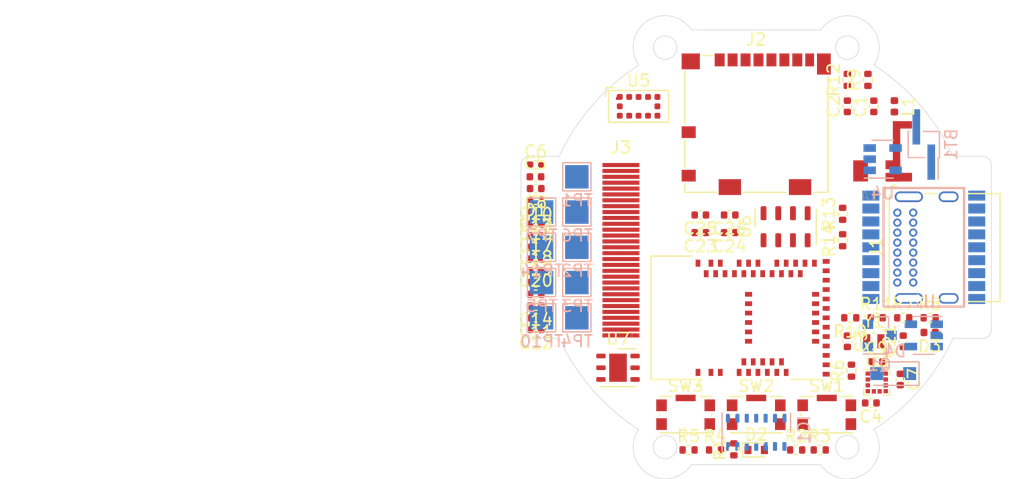
<source format=kicad_pcb>
(kicad_pcb (version 20171130) (host pcbnew "(6.0.0-rc1-dev-1546-g786ee0e)")

  (general
    (thickness 1.6)
    (drawings 33)
    (tracks 0)
    (zones 0)
    (modules 72)
    (nets 65)
  )

  (page A4)
  (layers
    (0 F.Cu signal)
    (1 In1.Cu mixed)
    (2 In2.Cu mixed)
    (31 B.Cu signal)
    (32 B.Adhes user)
    (33 F.Adhes user)
    (34 B.Paste user)
    (35 F.Paste user)
    (36 B.SilkS user)
    (37 F.SilkS user)
    (38 B.Mask user)
    (39 F.Mask user)
    (40 Dwgs.User user)
    (41 Cmts.User user)
    (42 Eco1.User user)
    (43 Eco2.User user)
    (44 Edge.Cuts user)
    (45 Margin user)
    (46 B.CrtYd user)
    (47 F.CrtYd user)
    (48 B.Fab user)
    (49 F.Fab user)
  )

  (setup
    (last_trace_width 0.09)
    (user_trace_width 0.1)
    (user_trace_width 0.2)
    (user_trace_width 0.3)
    (user_trace_width 0.5)
    (user_trace_width 0.7)
    (user_trace_width 1)
    (trace_clearance 0.09)
    (zone_clearance 0.508)
    (zone_45_only no)
    (trace_min 0.09)
    (via_size 0.4)
    (via_drill 0.2)
    (via_min_size 0.4)
    (via_min_drill 0.2)
    (user_via 0.4 0.21)
    (user_via 0.4 0.3)
    (uvia_size 0.3)
    (uvia_drill 0.1)
    (uvias_allowed no)
    (uvia_min_size 0.2)
    (uvia_min_drill 0.1)
    (edge_width 0.05)
    (segment_width 0.2)
    (pcb_text_width 0.3)
    (pcb_text_size 1.5 1.5)
    (mod_edge_width 0.12)
    (mod_text_size 0.5 0.5)
    (mod_text_width 0.1)
    (pad_size 0.9 1)
    (pad_drill 0)
    (pad_to_mask_clearance 0)
    (solder_mask_min_width 0.25)
    (aux_axis_origin 0 0)
    (visible_elements FFF9F79F)
    (pcbplotparams
      (layerselection 0x010fc_ffffffff)
      (usegerberextensions false)
      (usegerberattributes true)
      (usegerberadvancedattributes true)
      (creategerberjobfile true)
      (excludeedgelayer true)
      (linewidth 0.100000)
      (plotframeref false)
      (viasonmask false)
      (mode 1)
      (useauxorigin false)
      (hpglpennumber 1)
      (hpglpenspeed 20)
      (hpglpendiameter 15.000000)
      (psnegative false)
      (psa4output false)
      (plotreference true)
      (plotvalue true)
      (plotinvisibletext false)
      (padsonsilk false)
      (subtractmaskfromsilk false)
      (outputformat 1)
      (mirror false)
      (drillshape 0)
      (scaleselection 1)
      (outputdirectory "Gerber/"))
  )

  (net 0 "")
  (net 1 GND)
  (net 2 +3V3)
  (net 3 "Net-(C5-Pad2)")
  (net 4 "Net-(C8-Pad1)")
  (net 5 "Net-(C10-Pad1)")
  (net 6 "Net-(C11-Pad1)")
  (net 7 "Net-(C12-Pad1)")
  (net 8 "Net-(C13-Pad1)")
  (net 9 "Net-(C14-Pad1)")
  (net 10 "Net-(C15-Pad2)")
  (net 11 "Net-(C15-Pad1)")
  (net 12 "Net-(C16-Pad2)")
  (net 13 "Net-(C16-Pad1)")
  (net 14 "Net-(C17-Pad2)")
  (net 15 "Net-(C17-Pad1)")
  (net 16 "Net-(C18-Pad2)")
  (net 17 "Net-(C18-Pad1)")
  (net 18 "Net-(C19-Pad2)")
  (net 19 "Net-(C19-Pad1)")
  (net 20 "Net-(C20-Pad2)")
  (net 21 "Net-(C20-Pad1)")
  (net 22 "Net-(D1-Pad1)")
  (net 23 SDA)
  (net 24 SCL)
  (net 25 "Net-(R3-Pad1)")
  (net 26 "Net-(R4-Pad1)")
  (net 27 "Net-(R5-Pad1)")
  (net 28 "Net-(D2-Pad2)")
  (net 29 "Net-(IC1-Pad13)")
  (net 30 "Net-(C4-Pad2)")
  (net 31 "Net-(J1-PadA1)")
  (net 32 "Net-(J1-PadA4)")
  (net 33 "Net-(J1-PadS1)")
  (net 34 "Net-(BT1-Pad1)")
  (net 35 "Net-(D3-Pad1)")
  (net 36 "Net-(J1-PadB5)")
  (net 37 "Net-(J1-PadA7)")
  (net 38 "Net-(J1-PadA6)")
  (net 39 "Net-(J1-PadA5)")
  (net 40 SPI1-SCK)
  (net 41 SPI1-MOSI)
  (net 42 "Net-(R8-Pad1)")
  (net 43 "Net-(C2-Pad1)")
  (net 44 "Net-(C3-Pad1)")
  (net 45 "Net-(C21-Pad2)")
  (net 46 "Net-(D4-Pad2)")
  (net 47 "Net-(R7-Pad2)")
  (net 48 "Net-(R10-Pad2)")
  (net 49 "Net-(R12-Pad1)")
  (net 50 "Net-(TP1-Pad1)")
  (net 51 "Net-(L1-Pad2)")
  (net 52 "Net-(IC2-Pad9)")
  (net 53 "Net-(IC2-Pad5)")
  (net 54 "Net-(IC2-Pad4)")
  (net 55 "Net-(AE1-Pad2)")
  (net 56 "Net-(AE1-Pad1)")
  (net 57 TXD)
  (net 58 RXD)
  (net 59 "Net-(TP3-Pad1)")
  (net 60 "Net-(TP4-Pad1)")
  (net 61 "Net-(TP5-Pad1)")
  (net 62 "Net-(U3-Pad12)")
  (net 63 "Net-(U3-Pad11)")
  (net 64 "Net-(U3-Pad7)")

  (net_class Default "This is the default net class."
    (clearance 0.09)
    (trace_width 0.09)
    (via_dia 0.4)
    (via_drill 0.2)
    (uvia_dia 0.3)
    (uvia_drill 0.1)
    (add_net +3V3)
    (add_net GND)
    (add_net "Net-(AE1-Pad1)")
    (add_net "Net-(AE1-Pad2)")
    (add_net "Net-(BT1-Pad1)")
    (add_net "Net-(C10-Pad1)")
    (add_net "Net-(C11-Pad1)")
    (add_net "Net-(C12-Pad1)")
    (add_net "Net-(C13-Pad1)")
    (add_net "Net-(C14-Pad1)")
    (add_net "Net-(C15-Pad1)")
    (add_net "Net-(C15-Pad2)")
    (add_net "Net-(C16-Pad1)")
    (add_net "Net-(C16-Pad2)")
    (add_net "Net-(C17-Pad1)")
    (add_net "Net-(C17-Pad2)")
    (add_net "Net-(C18-Pad1)")
    (add_net "Net-(C18-Pad2)")
    (add_net "Net-(C19-Pad1)")
    (add_net "Net-(C19-Pad2)")
    (add_net "Net-(C2-Pad1)")
    (add_net "Net-(C20-Pad1)")
    (add_net "Net-(C20-Pad2)")
    (add_net "Net-(C21-Pad2)")
    (add_net "Net-(C3-Pad1)")
    (add_net "Net-(C4-Pad2)")
    (add_net "Net-(C5-Pad2)")
    (add_net "Net-(C8-Pad1)")
    (add_net "Net-(D1-Pad1)")
    (add_net "Net-(D2-Pad2)")
    (add_net "Net-(D3-Pad1)")
    (add_net "Net-(D4-Pad2)")
    (add_net "Net-(IC1-Pad13)")
    (add_net "Net-(IC2-Pad4)")
    (add_net "Net-(IC2-Pad5)")
    (add_net "Net-(IC2-Pad9)")
    (add_net "Net-(J1-PadA1)")
    (add_net "Net-(J1-PadA4)")
    (add_net "Net-(J1-PadA5)")
    (add_net "Net-(J1-PadA6)")
    (add_net "Net-(J1-PadA7)")
    (add_net "Net-(J1-PadB5)")
    (add_net "Net-(J1-PadS1)")
    (add_net "Net-(L1-Pad2)")
    (add_net "Net-(R10-Pad2)")
    (add_net "Net-(R12-Pad1)")
    (add_net "Net-(R3-Pad1)")
    (add_net "Net-(R4-Pad1)")
    (add_net "Net-(R5-Pad1)")
    (add_net "Net-(R7-Pad2)")
    (add_net "Net-(R8-Pad1)")
    (add_net "Net-(TP1-Pad1)")
    (add_net "Net-(TP3-Pad1)")
    (add_net "Net-(TP4-Pad1)")
    (add_net "Net-(TP5-Pad1)")
    (add_net "Net-(U3-Pad11)")
    (add_net "Net-(U3-Pad12)")
    (add_net "Net-(U3-Pad7)")
    (add_net RXD)
    (add_net SCL)
    (add_net SDA)
    (add_net SPI1-MOSI)
    (add_net SPI1-SCK)
    (add_net TXD)
  )

  (module Package_DFN_QFN:DFN-6-1EP_3x3mm_P1mm_EP1.5x2.4mm (layer F.Cu) (tedit 5DC5F54E) (tstamp 60B4FF19)
    (at 121.75 48.75)
    (descr "DFN, 6 Pin (https://www.silabs.com/documents/public/data-sheets/Si7020-A20.pdf), generated with kicad-footprint-generator ipc_noLead_generator.py")
    (tags "DFN NoLead")
    (path /60F4E34E)
    (attr smd)
    (fp_text reference U7 (at 0 -2.45) (layer F.SilkS)
      (effects (font (size 1 1) (thickness 0.15)))
    )
    (fp_text value Si7050-A20 (at 0 2.45) (layer F.Fab)
      (effects (font (size 1 1) (thickness 0.15)))
    )
    (fp_text user %R (at 0 0) (layer F.Fab)
      (effects (font (size 0.75 0.75) (thickness 0.11)))
    )
    (fp_line (start 2.1 -1.75) (end -2.1 -1.75) (layer F.CrtYd) (width 0.05))
    (fp_line (start 2.1 1.75) (end 2.1 -1.75) (layer F.CrtYd) (width 0.05))
    (fp_line (start -2.1 1.75) (end 2.1 1.75) (layer F.CrtYd) (width 0.05))
    (fp_line (start -2.1 -1.75) (end -2.1 1.75) (layer F.CrtYd) (width 0.05))
    (fp_line (start -1.5 -0.75) (end -0.75 -1.5) (layer F.Fab) (width 0.1))
    (fp_line (start -1.5 1.5) (end -1.5 -0.75) (layer F.Fab) (width 0.1))
    (fp_line (start 1.5 1.5) (end -1.5 1.5) (layer F.Fab) (width 0.1))
    (fp_line (start 1.5 -1.5) (end 1.5 1.5) (layer F.Fab) (width 0.1))
    (fp_line (start -0.75 -1.5) (end 1.5 -1.5) (layer F.Fab) (width 0.1))
    (fp_line (start -1.5 1.61) (end 1.5 1.61) (layer F.SilkS) (width 0.12))
    (fp_line (start 0 -1.61) (end 1.5 -1.61) (layer F.SilkS) (width 0.12))
    (pad "" smd roundrect (at 0.375 0.6) (size 0.6 0.97) (layers F.Paste) (roundrect_rratio 0.25))
    (pad "" smd roundrect (at 0.375 -0.6) (size 0.6 0.97) (layers F.Paste) (roundrect_rratio 0.25))
    (pad "" smd roundrect (at -0.375 0.6) (size 0.6 0.97) (layers F.Paste) (roundrect_rratio 0.25))
    (pad "" smd roundrect (at -0.375 -0.6) (size 0.6 0.97) (layers F.Paste) (roundrect_rratio 0.25))
    (pad 7 smd rect (at 0 0) (size 1.5 2.4) (layers F.Cu F.Mask))
    (pad 6 smd roundrect (at 1.45 -1) (size 0.8 0.4) (layers F.Cu F.Paste F.Mask) (roundrect_rratio 0.25)
      (net 24 SCL))
    (pad 5 smd roundrect (at 1.45 0) (size 0.8 0.4) (layers F.Cu F.Paste F.Mask) (roundrect_rratio 0.25)
      (net 2 +3V3))
    (pad 4 smd roundrect (at 1.45 1) (size 0.8 0.4) (layers F.Cu F.Paste F.Mask) (roundrect_rratio 0.25))
    (pad 3 smd roundrect (at -1.45 1) (size 0.8 0.4) (layers F.Cu F.Paste F.Mask) (roundrect_rratio 0.25))
    (pad 2 smd roundrect (at -1.45 0) (size 0.8 0.4) (layers F.Cu F.Paste F.Mask) (roundrect_rratio 0.25)
      (net 1 GND))
    (pad 1 smd roundrect (at -1.45 -1) (size 0.8 0.4) (layers F.Cu F.Paste F.Mask) (roundrect_rratio 0.25)
      (net 23 SDA))
    (model ${KISYS3DMOD}/Package_DFN_QFN.3dshapes/DFN-6-1EP_3x3mm_P1mm_EP1.5x2.4mm.wrl
      (at (xyz 0 0 0))
      (scale (xyz 1 1 1))
      (rotate (xyz 0 0 0))
    )
  )

  (module Package_LGA:NXP_LGA-8_3x5mm_P1.25mm_H1.1mm (layer F.Cu) (tedit 5D9F7937) (tstamp 60B4C211)
    (at 136 36.75 90)
    (descr "NXP  LGA, 8 Pin (https://www.nxp.com/docs/en/data-sheet/MPL3115A2.pdf#page=42), generated with kicad-footprint-generator ipc_noLead_generator.py")
    (tags "NXP LGA NoLead")
    (path /60F4B9C8)
    (attr smd)
    (fp_text reference U6 (at 0 -3.45 90) (layer F.SilkS)
      (effects (font (size 1 1) (thickness 0.15)))
    )
    (fp_text value MPL3115A2 (at 0 3.45 90) (layer F.Fab)
      (effects (font (size 1 1) (thickness 0.15)))
    )
    (fp_text user %R (at 0 0 90) (layer F.Fab)
      (effects (font (size 0.75 0.75) (thickness 0.11)))
    )
    (fp_line (start 2 -2.75) (end -2 -2.75) (layer F.CrtYd) (width 0.05))
    (fp_line (start 2 2.75) (end 2 -2.75) (layer F.CrtYd) (width 0.05))
    (fp_line (start -2 2.75) (end 2 2.75) (layer F.CrtYd) (width 0.05))
    (fp_line (start -2 -2.75) (end -2 2.75) (layer F.CrtYd) (width 0.05))
    (fp_line (start -1.5 -1.75) (end -0.75 -2.5) (layer F.Fab) (width 0.1))
    (fp_line (start -1.5 2.5) (end -1.5 -1.75) (layer F.Fab) (width 0.1))
    (fp_line (start 1.5 2.5) (end -1.5 2.5) (layer F.Fab) (width 0.1))
    (fp_line (start 1.5 -2.5) (end 1.5 2.5) (layer F.Fab) (width 0.1))
    (fp_line (start -0.75 -2.5) (end 1.5 -2.5) (layer F.Fab) (width 0.1))
    (fp_line (start -1.5 2.61) (end 1.5 2.61) (layer F.SilkS) (width 0.12))
    (fp_line (start 0 -2.61) (end 1.5 -2.61) (layer F.SilkS) (width 0.12))
    (pad 8 smd roundrect (at 1.15 -1.875 90) (size 1.2 0.5) (layers F.Cu F.Paste F.Mask) (roundrect_rratio 0.25)
      (net 24 SCL))
    (pad 7 smd roundrect (at 1.15 -0.625 90) (size 1.2 0.5) (layers F.Cu F.Paste F.Mask) (roundrect_rratio 0.25)
      (net 23 SDA))
    (pad 6 smd roundrect (at 1.15 0.625 90) (size 1.2 0.5) (layers F.Cu F.Paste F.Mask) (roundrect_rratio 0.25))
    (pad 5 smd roundrect (at 1.15 1.875 90) (size 1.2 0.5) (layers F.Cu F.Paste F.Mask) (roundrect_rratio 0.25))
    (pad 4 smd roundrect (at -1.15 1.875 90) (size 1.2 0.5) (layers F.Cu F.Paste F.Mask) (roundrect_rratio 0.25)
      (net 2 +3V3))
    (pad 3 smd roundrect (at -1.15 0.625 90) (size 1.2 0.5) (layers F.Cu F.Paste F.Mask) (roundrect_rratio 0.25)
      (net 1 GND))
    (pad 2 smd roundrect (at -1.15 -0.625 90) (size 1.2 0.5) (layers F.Cu F.Paste F.Mask) (roundrect_rratio 0.25))
    (pad 1 smd roundrect (at -1.15 -1.875 90) (size 1.2 0.5) (layers F.Cu F.Paste F.Mask) (roundrect_rratio 0.25)
      (net 2 +3V3))
    (model ${KISYS3DMOD}/Package_LGA.3dshapes/NXP_LGA-8_3x5mm_P1.25mm_H1.1mm.wrl
      (at (xyz 0 0 0))
      (scale (xyz 1 1 1))
      (rotate (xyz 0 0 0))
    )
  )

  (module Sensor_Distance:ST_VL53L1x (layer F.Cu) (tedit 5DEE2EAC) (tstamp 60B46BE0)
    (at 123.5 26.5)
    (descr "VL53L1x distance sensor")
    (tags "VL53L1CXV0FY1 VL53L1x")
    (path /60F183FA)
    (attr smd)
    (fp_text reference U5 (at 0 -2.2) (layer F.SilkS)
      (effects (font (size 1 1) (thickness 0.15)))
    )
    (fp_text value VL53L1CXV0FY1 (at 0 2.3) (layer F.Fab)
      (effects (font (size 1 1) (thickness 0.15)))
    )
    (fp_line (start -2.8 -1.6) (end -2 -1.6) (layer F.SilkS) (width 0.12))
    (fp_line (start -2.8 -0.8) (end -2.8 -1.6) (layer F.SilkS) (width 0.12))
    (fp_text user %R (at 0 0) (layer F.Fab)
      (effects (font (size 1 1) (thickness 0.15)))
    )
    (fp_line (start 2.7 -1.5) (end -2.7 -1.5) (layer F.CrtYd) (width 0.05))
    (fp_line (start 2.7 1.5) (end 2.7 -1.5) (layer F.CrtYd) (width 0.05))
    (fp_line (start -2.7 1.5) (end 2.7 1.5) (layer F.CrtYd) (width 0.05))
    (fp_line (start -2.7 -1.5) (end -2.7 1.5) (layer F.CrtYd) (width 0.05))
    (fp_line (start 2.55 -1.35) (end -2.55 -1.35) (layer F.SilkS) (width 0.12))
    (fp_line (start 2.55 1.35) (end 2.55 -1.35) (layer F.SilkS) (width 0.12))
    (fp_line (start -2.55 1.35) (end 2.55 1.35) (layer F.SilkS) (width 0.12))
    (fp_line (start -2.55 -1.35) (end -2.55 1.35) (layer F.SilkS) (width 0.12))
    (fp_line (start -2.45 -0.75) (end -1.95 -1.25) (layer F.Fab) (width 0.1))
    (fp_line (start -2.45 -0.75) (end -2.45 1.25) (layer F.Fab) (width 0.1))
    (fp_line (start 2.45 -1.25) (end 2.45 1.25) (layer F.Fab) (width 0.1))
    (fp_line (start 2.45 1.25) (end -2.45 1.25) (layer F.Fab) (width 0.1))
    (fp_line (start -1.95 -1.25) (end 2.45 -1.25) (layer F.Fab) (width 0.1))
    (pad 1 smd roundrect (at -1.74 -0.675) (size 0.38 0.25) (layers F.Cu F.Paste F.Mask) (roundrect_rratio 0.25)
      (net 2 +3V3))
    (pad 11 smd roundrect (at -1.6 0.8) (size 0.5 0.5) (layers F.Cu F.Paste F.Mask) (roundrect_rratio 0.25)
      (net 2 +3V3))
    (pad 10 smd roundrect (at -0.8 0.8) (size 0.5 0.5) (layers F.Cu F.Paste F.Mask) (roundrect_rratio 0.25)
      (net 24 SCL))
    (pad 9 smd roundrect (at 0 0.8) (size 0.5 0.5) (layers F.Cu F.Paste F.Mask) (roundrect_rratio 0.25)
      (net 23 SDA))
    (pad 8 smd roundrect (at 0.8 0.8) (size 0.5 0.5) (layers F.Cu F.Paste F.Mask) (roundrect_rratio 0.25))
    (pad 12 smd roundrect (at -1.6 0) (size 0.5 0.5) (layers F.Cu F.Paste F.Mask) (roundrect_rratio 0.25)
      (net 1 GND))
    (pad 7 smd roundrect (at 1.6 0.8) (size 0.5 0.5) (layers F.Cu F.Paste F.Mask) (roundrect_rratio 0.25))
    (pad 6 smd roundrect (at 1.6 0) (size 0.5 0.5) (layers F.Cu F.Paste F.Mask) (roundrect_rratio 0.25)
      (net 1 GND))
    (pad 5 smd roundrect (at 1.6 -0.8) (size 0.5 0.5) (layers F.Cu F.Paste F.Mask) (roundrect_rratio 0.25))
    (pad 4 smd roundrect (at 0.8 -0.8) (size 0.5 0.5) (layers F.Cu F.Paste F.Mask) (roundrect_rratio 0.25)
      (net 1 GND))
    (pad 3 smd roundrect (at 0 -0.8) (size 0.5 0.5) (layers F.Cu F.Paste F.Mask) (roundrect_rratio 0.25)
      (net 1 GND))
    (pad 2 smd roundrect (at -0.8 -0.8) (size 0.5 0.5) (layers F.Cu F.Paste F.Mask) (roundrect_rratio 0.25)
      (net 1 GND))
    (pad 1 smd roundrect (at -1.6 -0.8) (size 0.5 0.5) (layers F.Cu F.Paste F.Mask) (roundrect_rratio 0.25)
      (net 2 +3V3))
    (model ${KISYS3DMOD}/Sensor_Distance.3dshapes/ST_VL53L1x.wrl
      (at (xyz 0 0 0))
      (scale (xyz 1 1 1))
      (rotate (xyz 0 0 0))
    )
  )

  (module TestPoint:TestPoint_Pad_2.0x2.0mm (layer B.Cu) (tedit 5A0F774F) (tstamp 60B44C57)
    (at 115.25 35.5)
    (descr "SMD rectangular pad as test Point, square 2.0mm side length")
    (tags "test point SMD pad rectangle square")
    (path /60EC82A9)
    (attr virtual)
    (fp_text reference TP7 (at 0 1.998) (layer B.SilkS)
      (effects (font (size 1 1) (thickness 0.15)) (justify mirror))
    )
    (fp_text value SCL (at 0 -2.05) (layer B.Fab)
      (effects (font (size 1 1) (thickness 0.15)) (justify mirror))
    )
    (fp_line (start 1.5 -1.5) (end -1.5 -1.5) (layer B.CrtYd) (width 0.05))
    (fp_line (start 1.5 -1.5) (end 1.5 1.5) (layer B.CrtYd) (width 0.05))
    (fp_line (start -1.5 1.5) (end -1.5 -1.5) (layer B.CrtYd) (width 0.05))
    (fp_line (start -1.5 1.5) (end 1.5 1.5) (layer B.CrtYd) (width 0.05))
    (fp_line (start -1.2 -1.2) (end -1.2 1.2) (layer B.SilkS) (width 0.12))
    (fp_line (start 1.2 -1.2) (end -1.2 -1.2) (layer B.SilkS) (width 0.12))
    (fp_line (start 1.2 1.2) (end 1.2 -1.2) (layer B.SilkS) (width 0.12))
    (fp_line (start -1.2 1.2) (end 1.2 1.2) (layer B.SilkS) (width 0.12))
    (fp_text user %R (at 0 2) (layer B.Fab)
      (effects (font (size 1 1) (thickness 0.15)) (justify mirror))
    )
    (pad 1 smd rect (at 0 0) (size 2 2) (layers B.Cu B.Mask)
      (net 24 SCL))
  )

  (module TestPoint:TestPoint_Pad_2.0x2.0mm (layer B.Cu) (tedit 5A0F774F) (tstamp 60B44C49)
    (at 118.25 35.5)
    (descr "SMD rectangular pad as test Point, square 2.0mm side length")
    (tags "test point SMD pad rectangle square")
    (path /60EA153C)
    (attr virtual)
    (fp_text reference TP6 (at 0 1.998) (layer B.SilkS)
      (effects (font (size 1 1) (thickness 0.15)) (justify mirror))
    )
    (fp_text value SDA (at 0 -2.05) (layer B.Fab)
      (effects (font (size 1 1) (thickness 0.15)) (justify mirror))
    )
    (fp_line (start 1.5 -1.5) (end -1.5 -1.5) (layer B.CrtYd) (width 0.05))
    (fp_line (start 1.5 -1.5) (end 1.5 1.5) (layer B.CrtYd) (width 0.05))
    (fp_line (start -1.5 1.5) (end -1.5 -1.5) (layer B.CrtYd) (width 0.05))
    (fp_line (start -1.5 1.5) (end 1.5 1.5) (layer B.CrtYd) (width 0.05))
    (fp_line (start -1.2 -1.2) (end -1.2 1.2) (layer B.SilkS) (width 0.12))
    (fp_line (start 1.2 -1.2) (end -1.2 -1.2) (layer B.SilkS) (width 0.12))
    (fp_line (start 1.2 1.2) (end 1.2 -1.2) (layer B.SilkS) (width 0.12))
    (fp_line (start -1.2 1.2) (end 1.2 1.2) (layer B.SilkS) (width 0.12))
    (fp_text user %R (at 0 2) (layer B.Fab)
      (effects (font (size 1 1) (thickness 0.15)) (justify mirror))
    )
    (pad 1 smd rect (at 0 0) (size 2 2) (layers B.Cu B.Mask)
      (net 23 SDA))
  )

  (module TestPoint:TestPoint_Pad_2.0x2.0mm (layer B.Cu) (tedit 5A0F774F) (tstamp 60AA1472)
    (at 115.25 38.5)
    (descr "SMD rectangular pad as test Point, square 2.0mm side length")
    (tags "test point SMD pad rectangle square")
    (path /605FA684)
    (attr virtual)
    (fp_text reference TP14 (at 0 1.998) (layer B.SilkS)
      (effects (font (size 1 1) (thickness 0.15)) (justify mirror))
    )
    (fp_text value 3.3V (at 0 -2.05) (layer B.Fab)
      (effects (font (size 1 1) (thickness 0.15)) (justify mirror))
    )
    (fp_line (start 1.5 -1.5) (end -1.5 -1.5) (layer B.CrtYd) (width 0.05))
    (fp_line (start 1.5 -1.5) (end 1.5 1.5) (layer B.CrtYd) (width 0.05))
    (fp_line (start -1.5 1.5) (end -1.5 -1.5) (layer B.CrtYd) (width 0.05))
    (fp_line (start -1.5 1.5) (end 1.5 1.5) (layer B.CrtYd) (width 0.05))
    (fp_line (start -1.2 -1.2) (end -1.2 1.2) (layer B.SilkS) (width 0.12))
    (fp_line (start 1.2 -1.2) (end -1.2 -1.2) (layer B.SilkS) (width 0.12))
    (fp_line (start 1.2 1.2) (end 1.2 -1.2) (layer B.SilkS) (width 0.12))
    (fp_line (start -1.2 1.2) (end 1.2 1.2) (layer B.SilkS) (width 0.12))
    (fp_text user %R (at 0 2) (layer B.Fab)
      (effects (font (size 1 1) (thickness 0.15)) (justify mirror))
    )
    (pad 1 smd rect (at 0 0) (size 2 2) (layers B.Cu B.Mask)
      (net 2 +3V3))
  )

  (module TestPoint:TestPoint_Pad_2.0x2.0mm (layer B.Cu) (tedit 5A0F774F) (tstamp 60AA1464)
    (at 115.25 44.5)
    (descr "SMD rectangular pad as test Point, square 2.0mm side length")
    (tags "test point SMD pad rectangle square")
    (path /6071D399)
    (attr virtual)
    (fp_text reference TP10 (at 0 1.998) (layer B.SilkS)
      (effects (font (size 1 1) (thickness 0.15)) (justify mirror))
    )
    (fp_text value GND (at 0 -2.05) (layer B.Fab)
      (effects (font (size 1 1) (thickness 0.15)) (justify mirror))
    )
    (fp_line (start 1.5 -1.5) (end -1.5 -1.5) (layer B.CrtYd) (width 0.05))
    (fp_line (start 1.5 -1.5) (end 1.5 1.5) (layer B.CrtYd) (width 0.05))
    (fp_line (start -1.5 1.5) (end -1.5 -1.5) (layer B.CrtYd) (width 0.05))
    (fp_line (start -1.5 1.5) (end 1.5 1.5) (layer B.CrtYd) (width 0.05))
    (fp_line (start -1.2 -1.2) (end -1.2 1.2) (layer B.SilkS) (width 0.12))
    (fp_line (start 1.2 -1.2) (end -1.2 -1.2) (layer B.SilkS) (width 0.12))
    (fp_line (start 1.2 1.2) (end 1.2 -1.2) (layer B.SilkS) (width 0.12))
    (fp_line (start -1.2 1.2) (end 1.2 1.2) (layer B.SilkS) (width 0.12))
    (fp_text user %R (at 0 2) (layer B.Fab)
      (effects (font (size 1 1) (thickness 0.15)) (justify mirror))
    )
    (pad 1 smd rect (at 0 0) (size 2 2) (layers B.Cu B.Mask)
      (net 1 GND))
  )

  (module TestPoint:TestPoint_Pad_2.0x2.0mm (layer B.Cu) (tedit 5A0F774F) (tstamp 60B43645)
    (at 115.25 41.5)
    (descr "SMD rectangular pad as test Point, square 2.0mm side length")
    (tags "test point SMD pad rectangle square")
    (path /60E7D76B)
    (attr virtual)
    (fp_text reference TP5 (at 0 1.998) (layer B.SilkS)
      (effects (font (size 1 1) (thickness 0.15)) (justify mirror))
    )
    (fp_text value SWCLK (at 0 -2.05) (layer B.Fab)
      (effects (font (size 1 1) (thickness 0.15)) (justify mirror))
    )
    (fp_line (start 1.5 -1.5) (end -1.5 -1.5) (layer B.CrtYd) (width 0.05))
    (fp_line (start 1.5 -1.5) (end 1.5 1.5) (layer B.CrtYd) (width 0.05))
    (fp_line (start -1.5 1.5) (end -1.5 -1.5) (layer B.CrtYd) (width 0.05))
    (fp_line (start -1.5 1.5) (end 1.5 1.5) (layer B.CrtYd) (width 0.05))
    (fp_line (start -1.2 -1.2) (end -1.2 1.2) (layer B.SilkS) (width 0.12))
    (fp_line (start 1.2 -1.2) (end -1.2 -1.2) (layer B.SilkS) (width 0.12))
    (fp_line (start 1.2 1.2) (end 1.2 -1.2) (layer B.SilkS) (width 0.12))
    (fp_line (start -1.2 1.2) (end 1.2 1.2) (layer B.SilkS) (width 0.12))
    (fp_text user %R (at 0 2) (layer B.Fab)
      (effects (font (size 1 1) (thickness 0.15)) (justify mirror))
    )
    (pad 1 smd rect (at 0 0) (size 2 2) (layers B.Cu B.Mask)
      (net 61 "Net-(TP5-Pad1)"))
  )

  (module TestPoint:TestPoint_Pad_2.0x2.0mm (layer B.Cu) (tedit 5A0F774F) (tstamp 60B43637)
    (at 118.25 44.5)
    (descr "SMD rectangular pad as test Point, square 2.0mm side length")
    (tags "test point SMD pad rectangle square")
    (path /60E8ABCA)
    (attr virtual)
    (fp_text reference TP4 (at 0 1.998) (layer B.SilkS)
      (effects (font (size 1 1) (thickness 0.15)) (justify mirror))
    )
    (fp_text value SW0 (at 0 -2.05) (layer B.Fab)
      (effects (font (size 1 1) (thickness 0.15)) (justify mirror))
    )
    (fp_line (start 1.5 -1.5) (end -1.5 -1.5) (layer B.CrtYd) (width 0.05))
    (fp_line (start 1.5 -1.5) (end 1.5 1.5) (layer B.CrtYd) (width 0.05))
    (fp_line (start -1.5 1.5) (end -1.5 -1.5) (layer B.CrtYd) (width 0.05))
    (fp_line (start -1.5 1.5) (end 1.5 1.5) (layer B.CrtYd) (width 0.05))
    (fp_line (start -1.2 -1.2) (end -1.2 1.2) (layer B.SilkS) (width 0.12))
    (fp_line (start 1.2 -1.2) (end -1.2 -1.2) (layer B.SilkS) (width 0.12))
    (fp_line (start 1.2 1.2) (end 1.2 -1.2) (layer B.SilkS) (width 0.12))
    (fp_line (start -1.2 1.2) (end 1.2 1.2) (layer B.SilkS) (width 0.12))
    (fp_text user %R (at 0 2) (layer B.Fab)
      (effects (font (size 1 1) (thickness 0.15)) (justify mirror))
    )
    (pad 1 smd rect (at 0 0) (size 2 2) (layers B.Cu B.Mask)
      (net 60 "Net-(TP4-Pad1)"))
  )

  (module TestPoint:TestPoint_Pad_2.0x2.0mm (layer B.Cu) (tedit 5A0F774F) (tstamp 60B43629)
    (at 118.25 41.5)
    (descr "SMD rectangular pad as test Point, square 2.0mm side length")
    (tags "test point SMD pad rectangle square")
    (path /60E772FF)
    (attr virtual)
    (fp_text reference TP3 (at 0 1.998) (layer B.SilkS)
      (effects (font (size 1 1) (thickness 0.15)) (justify mirror))
    )
    (fp_text value SWDIO (at 0 -2.05) (layer B.Fab)
      (effects (font (size 1 1) (thickness 0.15)) (justify mirror))
    )
    (fp_line (start 1.5 -1.5) (end -1.5 -1.5) (layer B.CrtYd) (width 0.05))
    (fp_line (start 1.5 -1.5) (end 1.5 1.5) (layer B.CrtYd) (width 0.05))
    (fp_line (start -1.5 1.5) (end -1.5 -1.5) (layer B.CrtYd) (width 0.05))
    (fp_line (start -1.5 1.5) (end 1.5 1.5) (layer B.CrtYd) (width 0.05))
    (fp_line (start -1.2 -1.2) (end -1.2 1.2) (layer B.SilkS) (width 0.12))
    (fp_line (start 1.2 -1.2) (end -1.2 -1.2) (layer B.SilkS) (width 0.12))
    (fp_line (start 1.2 1.2) (end 1.2 -1.2) (layer B.SilkS) (width 0.12))
    (fp_line (start -1.2 1.2) (end 1.2 1.2) (layer B.SilkS) (width 0.12))
    (fp_text user %R (at 0 2) (layer B.Fab)
      (effects (font (size 1 1) (thickness 0.15)) (justify mirror))
    )
    (pad 1 smd rect (at 0 0) (size 2 2) (layers B.Cu B.Mask)
      (net 59 "Net-(TP3-Pad1)"))
  )

  (module TestPoint:TestPoint_Pad_2.0x2.0mm (layer B.Cu) (tedit 5A0F774F) (tstamp 60B3E423)
    (at 118.25 38.5)
    (descr "SMD rectangular pad as test Point, square 2.0mm side length")
    (tags "test point SMD pad rectangle square")
    (path /60DCB0C1)
    (attr virtual)
    (fp_text reference TP2 (at 0 1.998) (layer B.SilkS)
      (effects (font (size 1 1) (thickness 0.15)) (justify mirror))
    )
    (fp_text value GPSRESET (at 0 -2.05) (layer B.Fab)
      (effects (font (size 1 1) (thickness 0.15)) (justify mirror))
    )
    (fp_line (start 1.5 -1.5) (end -1.5 -1.5) (layer B.CrtYd) (width 0.05))
    (fp_line (start 1.5 -1.5) (end 1.5 1.5) (layer B.CrtYd) (width 0.05))
    (fp_line (start -1.5 1.5) (end -1.5 -1.5) (layer B.CrtYd) (width 0.05))
    (fp_line (start -1.5 1.5) (end 1.5 1.5) (layer B.CrtYd) (width 0.05))
    (fp_line (start -1.2 -1.2) (end -1.2 1.2) (layer B.SilkS) (width 0.12))
    (fp_line (start 1.2 -1.2) (end -1.2 -1.2) (layer B.SilkS) (width 0.12))
    (fp_line (start 1.2 1.2) (end 1.2 -1.2) (layer B.SilkS) (width 0.12))
    (fp_line (start -1.2 1.2) (end 1.2 1.2) (layer B.SilkS) (width 0.12))
    (fp_text user %R (at 0 2) (layer B.Fab)
      (effects (font (size 1 1) (thickness 0.15)) (justify mirror))
    )
    (pad 1 smd rect (at 0 0) (size 2 2) (layers B.Cu B.Mask)
      (net 52 "Net-(IC2-Pad9)"))
  )

  (module TestPoint:TestPoint_Pad_2.0x2.0mm (layer B.Cu) (tedit 5A0F774F) (tstamp 60B346F3)
    (at 118.25 32.5)
    (descr "SMD rectangular pad as test Point, square 2.0mm side length")
    (tags "test point SMD pad rectangle square")
    (path /60CC8EA5)
    (attr virtual)
    (fp_text reference TP1 (at 0 1.998) (layer B.SilkS)
      (effects (font (size 1 1) (thickness 0.15)) (justify mirror))
    )
    (fp_text value nRFRESET (at 0 -2.05) (layer B.Fab)
      (effects (font (size 1 1) (thickness 0.15)) (justify mirror))
    )
    (fp_line (start 1.5 -1.5) (end -1.5 -1.5) (layer B.CrtYd) (width 0.05))
    (fp_line (start 1.5 -1.5) (end 1.5 1.5) (layer B.CrtYd) (width 0.05))
    (fp_line (start -1.5 1.5) (end -1.5 -1.5) (layer B.CrtYd) (width 0.05))
    (fp_line (start -1.5 1.5) (end 1.5 1.5) (layer B.CrtYd) (width 0.05))
    (fp_line (start -1.2 -1.2) (end -1.2 1.2) (layer B.SilkS) (width 0.12))
    (fp_line (start 1.2 -1.2) (end -1.2 -1.2) (layer B.SilkS) (width 0.12))
    (fp_line (start 1.2 1.2) (end 1.2 -1.2) (layer B.SilkS) (width 0.12))
    (fp_line (start -1.2 1.2) (end 1.2 1.2) (layer B.SilkS) (width 0.12))
    (fp_text user %R (at 0 2) (layer B.Fab)
      (effects (font (size 1 1) (thickness 0.15)) (justify mirror))
    )
    (pad 1 smd rect (at 0 0) (size 2 2) (layers B.Cu B.Mask)
      (net 50 "Net-(TP1-Pad1)"))
  )

  (module Connector_USB:USB_C_Receptacle_GCT_USB4085 (layer F.Cu) (tedit 5BCCCD93) (tstamp 60B41AD0)
    (at 145.5 41.5 90)
    (descr "USB 2.0 Type C Receptacle, https://gct.co/Files/Drawings/USB4085.pdf")
    (tags "USB Type-C Receptacle Through-hole Right angle")
    (path /60ADB50B)
    (fp_text reference J1 (at 2.975 -1.8 90) (layer F.SilkS)
      (effects (font (size 1 1) (thickness 0.15)))
    )
    (fp_text value USB_C_Receptacle_USB2.0 (at 2.975 9.925 90) (layer F.Fab)
      (effects (font (size 1 1) (thickness 0.15)))
    )
    (fp_text user %R (at 2.975 4.025 90) (layer F.Fab)
      (effects (font (size 1 1) (thickness 0.15)))
    )
    (fp_text user "PCB Edge" (at 2.975 6.1 90) (layer Dwgs.User)
      (effects (font (size 0.5 0.5) (thickness 0.1)))
    )
    (fp_line (start -0.025 6.1) (end 5.975 6.1) (layer F.Fab) (width 0.1))
    (fp_line (start 8.25 -1.06) (end 8.25 9.11) (layer F.CrtYd) (width 0.05))
    (fp_line (start -2.3 -1.06) (end 8.25 -1.06) (layer F.CrtYd) (width 0.05))
    (fp_line (start -2.3 9.11) (end 8.25 9.11) (layer F.CrtYd) (width 0.05))
    (fp_line (start -2.3 -1.06) (end -2.3 9.11) (layer F.CrtYd) (width 0.05))
    (fp_line (start -1.62 2.4) (end -1.62 3.3) (layer F.SilkS) (width 0.12))
    (fp_line (start 7.57 2.4) (end 7.57 3.3) (layer F.SilkS) (width 0.12))
    (fp_line (start -1.62 6) (end -1.62 8.73) (layer F.SilkS) (width 0.12))
    (fp_line (start 7.57 6) (end 7.57 8.73) (layer F.SilkS) (width 0.12))
    (fp_line (start 7.45 -0.56) (end 7.45 8.61) (layer F.Fab) (width 0.1))
    (fp_line (start -1.5 -0.56) (end -1.5 8.61) (layer F.Fab) (width 0.1))
    (fp_line (start -1.5 -0.68) (end 7.45 -0.68) (layer F.SilkS) (width 0.12))
    (fp_line (start -1.62 8.73) (end 7.57 8.73) (layer F.SilkS) (width 0.12))
    (fp_line (start -1.5 8.61) (end 7.45 8.61) (layer F.Fab) (width 0.1))
    (fp_line (start -1.5 -0.56) (end 7.45 -0.56) (layer F.Fab) (width 0.1))
    (pad S1 thru_hole oval (at 7.3 4.36 90) (size 0.9 1.7) (drill oval 0.6 1.4) (layers *.Cu *.Mask)
      (net 33 "Net-(J1-PadS1)"))
    (pad S1 thru_hole oval (at -1.35 4.36 90) (size 0.9 1.7) (drill oval 0.6 1.4) (layers *.Cu *.Mask)
      (net 33 "Net-(J1-PadS1)"))
    (pad S1 thru_hole oval (at 7.3 0.98 90) (size 0.9 2.4) (drill oval 0.6 2.1) (layers *.Cu *.Mask)
      (net 33 "Net-(J1-PadS1)"))
    (pad S1 thru_hole oval (at -1.35 0.98 90) (size 0.9 2.4) (drill oval 0.6 2.1) (layers *.Cu *.Mask)
      (net 33 "Net-(J1-PadS1)"))
    (pad B6 thru_hole circle (at 3.4 1.35 90) (size 0.7 0.7) (drill 0.4) (layers *.Cu *.Mask)
      (net 38 "Net-(J1-PadA6)"))
    (pad B1 thru_hole circle (at 5.95 1.35 90) (size 0.7 0.7) (drill 0.4) (layers *.Cu *.Mask)
      (net 31 "Net-(J1-PadA1)"))
    (pad B4 thru_hole circle (at 5.1 1.35 90) (size 0.7 0.7) (drill 0.4) (layers *.Cu *.Mask)
      (net 32 "Net-(J1-PadA4)"))
    (pad B5 thru_hole circle (at 4.25 1.35 90) (size 0.7 0.7) (drill 0.4) (layers *.Cu *.Mask)
      (net 36 "Net-(J1-PadB5)"))
    (pad B12 thru_hole circle (at 0 1.35 90) (size 0.7 0.7) (drill 0.4) (layers *.Cu *.Mask)
      (net 31 "Net-(J1-PadA1)"))
    (pad B8 thru_hole circle (at 1.7 1.35 90) (size 0.7 0.7) (drill 0.4) (layers *.Cu *.Mask))
    (pad B7 thru_hole circle (at 2.55 1.35 90) (size 0.7 0.7) (drill 0.4) (layers *.Cu *.Mask)
      (net 37 "Net-(J1-PadA7)"))
    (pad B9 thru_hole circle (at 0.85 1.35 90) (size 0.7 0.7) (drill 0.4) (layers *.Cu *.Mask)
      (net 32 "Net-(J1-PadA4)"))
    (pad A12 thru_hole circle (at 5.95 0 90) (size 0.7 0.7) (drill 0.4) (layers *.Cu *.Mask)
      (net 31 "Net-(J1-PadA1)"))
    (pad A9 thru_hole circle (at 5.1 0 90) (size 0.7 0.7) (drill 0.4) (layers *.Cu *.Mask)
      (net 32 "Net-(J1-PadA4)"))
    (pad A8 thru_hole circle (at 4.25 0 90) (size 0.7 0.7) (drill 0.4) (layers *.Cu *.Mask))
    (pad A7 thru_hole circle (at 3.4 0 90) (size 0.7 0.7) (drill 0.4) (layers *.Cu *.Mask)
      (net 37 "Net-(J1-PadA7)"))
    (pad A6 thru_hole circle (at 2.55 0 90) (size 0.7 0.7) (drill 0.4) (layers *.Cu *.Mask)
      (net 38 "Net-(J1-PadA6)"))
    (pad A5 thru_hole circle (at 1.7 0 90) (size 0.7 0.7) (drill 0.4) (layers *.Cu *.Mask)
      (net 39 "Net-(J1-PadA5)"))
    (pad A4 thru_hole circle (at 0.85 0 90) (size 0.7 0.7) (drill 0.4) (layers *.Cu *.Mask)
      (net 32 "Net-(J1-PadA4)"))
    (pad A1 thru_hole circle (at 0 0 90) (size 0.7 0.7) (drill 0.4) (layers *.Cu *.Mask)
      (net 31 "Net-(J1-PadA1)"))
    (model ${KISYS3DMOD}/Connector_USB.3dshapes/USB_C_Receptacle_GCT_USB4085.wrl
      (at (xyz 0 0 0))
      (scale (xyz 1 1 1))
      (rotate (xyz 0 0 0))
    )
  )

  (module libs:ANT-ACAG0301-1575-T (layer F.Cu) (tedit 60B2B08B) (tstamp 60B3DC00)
    (at 143.75 32 180)
    (path /60E16F65)
    (fp_text reference AE1 (at 0.075 -2.135 180) (layer F.SilkS)
      (effects (font (size 1 1) (thickness 0.015)))
    )
    (fp_text value ACAG0301-1575-T (at 8.955 5.275 180) (layer F.Fab)
      (effects (font (size 1 1) (thickness 0.015)))
    )
    (fp_poly (pts (xy -1.365 0.9) (xy 2 0.9) (xy 2 4.24) (xy -1.365 4.24)) (layer Dwgs.User) (width 0.01))
    (fp_poly (pts (xy -3 -0.16) (xy -2 -0.16) (xy -2 3.61) (xy -3 3.61)) (layer Dwgs.User) (width 0.01))
    (fp_poly (pts (xy -2.005 0.16) (xy -0.75 0.16) (xy -0.75 0.9) (xy -1.37 0.9)
      (xy -1.37 4.24) (xy -3 4.24) (xy -3 3.61) (xy -2 3.61)
      (xy -2 0.235) (xy -1.865 0.22)) (layer F.Cu) (width 0.001))
    (fp_poly (pts (xy -2.2 -0.9) (xy -0.75 -0.9) (xy -0.75 -0.175) (xy -0.75 -0.16)
      (xy -3 -0.16) (xy -3 -0.47) (xy -3 -0.9) (xy -2.195 -0.9)) (layer F.Cu) (width 0.001))
    (fp_line (start -3.25 4.5) (end -3.25 -1.15) (layer F.CrtYd) (width 0.05))
    (fp_line (start 2.25 4.5) (end -3.25 4.5) (layer F.CrtYd) (width 0.05))
    (fp_line (start 2.25 -1.15) (end 2.25 4.5) (layer F.CrtYd) (width 0.05))
    (fp_line (start -3.25 -1.15) (end 2.25 -1.15) (layer F.CrtYd) (width 0.05))
    (fp_circle (center -1.505 -1.325) (end -1.405 -1.325) (layer F.SilkS) (width 0.2))
    (fp_circle (center -1.505 -1.325) (end -1.405 -1.325) (layer F.Fab) (width 0.2))
    (fp_line (start -1.6 0.8) (end -1.6 -0.8) (layer F.Fab) (width 0.127))
    (fp_line (start 1.6 0.8) (end -1.6 0.8) (layer F.Fab) (width 0.127))
    (fp_line (start 1.6 -0.8) (end 1.6 0.8) (layer F.Fab) (width 0.127))
    (fp_line (start -1.6 -0.8) (end 1.6 -0.8) (layer F.Fab) (width 0.127))
    (fp_poly (pts (xy -2 -0.16) (xy -0.75 -0.16) (xy -0.75 0.16) (xy -2 0.16)) (layer Dwgs.User) (width 0.01))
    (fp_poly (pts (xy -0.75 -0.9) (xy 0.75 -0.9) (xy 0.75 0.9) (xy -0.75 0.9)) (layer Dwgs.User) (width 0.01))
    (pad 2 smd rect (at -1.375 0.53 180) (size 1.25 0.74) (layers F.Cu F.Paste F.Mask)
      (net 55 "Net-(AE1-Pad2)"))
    (pad 1 smd rect (at -1.375 -0.53 180) (size 1.25 0.74) (layers F.Cu F.Paste F.Mask)
      (net 56 "Net-(AE1-Pad1)"))
    (pad 3 smd rect (at 1.375 0 180) (size 1.25 1.8) (layers F.Cu F.Paste F.Mask)
      (net 56 "Net-(AE1-Pad1)"))
  )

  (module libs:SON110P970X1010X230-18N (layer B.Cu) (tedit 6060042E) (tstamp 60B3C6E6)
    (at 147.75 38.5)
    (descr <b>TESEO-LIV3F</b><br>)
    (path /60D9EC1A)
    (fp_text reference IC2 (at -2.54 6.35) (layer B.SilkS)
      (effects (font (size 1 1) (thickness 0.015)) (justify mirror))
    )
    (fp_text value TESEO-LIV3F (at 1.27 -6.35) (layer B.Fab)
      (effects (font (size 1 1) (thickness 0.015)) (justify mirror))
    )
    (fp_circle (center -5.225 5.325) (end -5.1 5.325) (layer Dwgs.User) (width 0.25))
    (fp_line (start -3.425 -5.05) (end -3.425 5.05) (layer B.SilkS) (width 0.2))
    (fp_line (start 3.425 -5.05) (end -3.425 -5.05) (layer B.SilkS) (width 0.2))
    (fp_line (start 3.425 5.05) (end 3.425 -5.05) (layer B.SilkS) (width 0.2))
    (fp_line (start -3.425 5.05) (end 3.425 5.05) (layer B.SilkS) (width 0.2))
    (fp_line (start -4.85 2.625) (end -2.425 5.05) (layer B.Fab) (width 0.1))
    (fp_line (start -4.85 -5.05) (end -4.85 5.05) (layer B.Fab) (width 0.1))
    (fp_line (start 4.85 -5.05) (end -4.85 -5.05) (layer B.Fab) (width 0.1))
    (fp_line (start 4.85 5.05) (end 4.85 -5.05) (layer B.Fab) (width 0.1))
    (fp_line (start -4.85 5.05) (end 4.85 5.05) (layer B.Fab) (width 0.1))
    (fp_line (start -5.475 -5.3) (end -5.475 5.3) (layer B.Fab) (width 0.05))
    (fp_line (start 5.475 -5.3) (end -5.475 -5.3) (layer B.Fab) (width 0.05))
    (fp_line (start 5.475 5.3) (end 5.475 -5.3) (layer B.Fab) (width 0.05))
    (fp_line (start -5.475 5.3) (end 5.475 5.3) (layer B.Fab) (width 0.05))
    (pad 18 smd rect (at 4.5 4.4) (size 1.45 0.85) (layers B.Cu B.Paste B.Mask))
    (pad 17 smd rect (at 4.5 3.3) (size 1.45 0.85) (layers B.Cu B.Paste B.Mask)
      (net 24 SCL))
    (pad 16 smd rect (at 4.5 2.2) (size 1.45 0.85) (layers B.Cu B.Paste B.Mask)
      (net 23 SDA))
    (pad 15 smd rect (at 4.5 1.1) (size 1.45 0.85) (layers B.Cu B.Paste B.Mask))
    (pad 14 smd rect (at 4.5 0) (size 1.45 0.85) (layers B.Cu B.Paste B.Mask)
      (net 2 +3V3))
    (pad 13 smd rect (at 4.5 -1.1) (size 1.45 0.85) (layers B.Cu B.Paste B.Mask))
    (pad 12 smd rect (at 4.5 -2.2) (size 1.45 0.85) (layers B.Cu B.Paste B.Mask))
    (pad 11 smd rect (at 4.5 -3.3) (size 1.45 0.85) (layers B.Cu B.Paste B.Mask)
      (net 55 "Net-(AE1-Pad2)"))
    (pad 10 smd rect (at 4.5 -4.4) (size 1.45 0.85) (layers B.Cu B.Paste B.Mask)
      (net 56 "Net-(AE1-Pad1)"))
    (pad 9 smd rect (at -4.5 -4.4) (size 1.45 0.85) (layers B.Cu B.Paste B.Mask)
      (net 52 "Net-(IC2-Pad9)"))
    (pad 8 smd rect (at -4.5 -3.3) (size 1.45 0.85) (layers B.Cu B.Paste B.Mask)
      (net 2 +3V3))
    (pad 7 smd rect (at -4.5 -2.2) (size 1.45 0.85) (layers B.Cu B.Paste B.Mask)
      (net 2 +3V3))
    (pad 6 smd rect (at -4.5 -1.1) (size 1.45 0.85) (layers B.Cu B.Paste B.Mask)
      (net 2 +3V3))
    (pad 5 smd rect (at -4.5 0) (size 1.45 0.85) (layers B.Cu B.Paste B.Mask)
      (net 53 "Net-(IC2-Pad5)"))
    (pad 4 smd rect (at -4.5 1.1) (size 1.45 0.85) (layers B.Cu B.Paste B.Mask)
      (net 54 "Net-(IC2-Pad4)"))
    (pad 3 smd rect (at -4.5 2.2) (size 1.45 0.85) (layers B.Cu B.Paste B.Mask)
      (net 57 TXD))
    (pad 2 smd rect (at -4.5 3.3) (size 1.45 0.85) (layers B.Cu B.Paste B.Mask)
      (net 58 RXD))
    (pad 1 smd rect (at -4.5 4.4) (size 1.45 0.85) (layers B.Cu B.Paste B.Mask)
      (net 1 GND))
    (model ${KIPRJMOD}/libs/TESEO-LIV3F.step
      (at (xyz 0 0 0))
      (scale (xyz 1 1 1))
      (rotate (xyz -90 0 -90))
    )
  )

  (module Resistor_SMD:R_0402_1005Metric (layer F.Cu) (tedit 5F68FEEE) (tstamp 60B3A282)
    (at 140.85 37.9 90)
    (descr "Resistor SMD 0402 (1005 Metric), square (rectangular) end terminal, IPC_7351 nominal, (Body size source: IPC-SM-782 page 72, https://www.pcb-3d.com/wordpress/wp-content/uploads/ipc-sm-782a_amendment_1_and_2.pdf), generated with kicad-footprint-generator")
    (tags resistor)
    (path /60D7E6EF)
    (attr smd)
    (fp_text reference R14 (at 0 -1.17 90) (layer F.SilkS)
      (effects (font (size 1 1) (thickness 0.15)))
    )
    (fp_text value 56k (at 0 1.17 90) (layer F.Fab)
      (effects (font (size 1 1) (thickness 0.15)))
    )
    (fp_text user %R (at 0 0 90) (layer F.Fab)
      (effects (font (size 0.26 0.26) (thickness 0.04)))
    )
    (fp_line (start 0.93 0.47) (end -0.93 0.47) (layer F.CrtYd) (width 0.05))
    (fp_line (start 0.93 -0.47) (end 0.93 0.47) (layer F.CrtYd) (width 0.05))
    (fp_line (start -0.93 -0.47) (end 0.93 -0.47) (layer F.CrtYd) (width 0.05))
    (fp_line (start -0.93 0.47) (end -0.93 -0.47) (layer F.CrtYd) (width 0.05))
    (fp_line (start -0.153641 0.38) (end 0.153641 0.38) (layer F.SilkS) (width 0.12))
    (fp_line (start -0.153641 -0.38) (end 0.153641 -0.38) (layer F.SilkS) (width 0.12))
    (fp_line (start 0.525 0.27) (end -0.525 0.27) (layer F.Fab) (width 0.1))
    (fp_line (start 0.525 -0.27) (end 0.525 0.27) (layer F.Fab) (width 0.1))
    (fp_line (start -0.525 -0.27) (end 0.525 -0.27) (layer F.Fab) (width 0.1))
    (fp_line (start -0.525 0.27) (end -0.525 -0.27) (layer F.Fab) (width 0.1))
    (pad 2 smd roundrect (at 0.51 0 90) (size 0.54 0.64) (layers F.Cu F.Paste F.Mask) (roundrect_rratio 0.25)
      (net 32 "Net-(J1-PadA4)"))
    (pad 1 smd roundrect (at -0.51 0 90) (size 0.54 0.64) (layers F.Cu F.Paste F.Mask) (roundrect_rratio 0.25)
      (net 39 "Net-(J1-PadA5)"))
    (model ${KISYS3DMOD}/Resistor_SMD.3dshapes/R_0402_1005Metric.wrl
      (at (xyz 0 0 0))
      (scale (xyz 1 1 1))
      (rotate (xyz 0 0 0))
    )
  )

  (module Resistor_SMD:R_0402_1005Metric (layer F.Cu) (tedit 5F68FEEE) (tstamp 60B3A271)
    (at 140.85 35.65 90)
    (descr "Resistor SMD 0402 (1005 Metric), square (rectangular) end terminal, IPC_7351 nominal, (Body size source: IPC-SM-782 page 72, https://www.pcb-3d.com/wordpress/wp-content/uploads/ipc-sm-782a_amendment_1_and_2.pdf), generated with kicad-footprint-generator")
    (tags resistor)
    (path /60D79A97)
    (attr smd)
    (fp_text reference R13 (at 0 -1.17 90) (layer F.SilkS)
      (effects (font (size 1 1) (thickness 0.15)))
    )
    (fp_text value 56k (at 0 1.17 90) (layer F.Fab)
      (effects (font (size 1 1) (thickness 0.15)))
    )
    (fp_text user %R (at 0 0 90) (layer F.Fab)
      (effects (font (size 0.26 0.26) (thickness 0.04)))
    )
    (fp_line (start 0.93 0.47) (end -0.93 0.47) (layer F.CrtYd) (width 0.05))
    (fp_line (start 0.93 -0.47) (end 0.93 0.47) (layer F.CrtYd) (width 0.05))
    (fp_line (start -0.93 -0.47) (end 0.93 -0.47) (layer F.CrtYd) (width 0.05))
    (fp_line (start -0.93 0.47) (end -0.93 -0.47) (layer F.CrtYd) (width 0.05))
    (fp_line (start -0.153641 0.38) (end 0.153641 0.38) (layer F.SilkS) (width 0.12))
    (fp_line (start -0.153641 -0.38) (end 0.153641 -0.38) (layer F.SilkS) (width 0.12))
    (fp_line (start 0.525 0.27) (end -0.525 0.27) (layer F.Fab) (width 0.1))
    (fp_line (start 0.525 -0.27) (end 0.525 0.27) (layer F.Fab) (width 0.1))
    (fp_line (start -0.525 -0.27) (end 0.525 -0.27) (layer F.Fab) (width 0.1))
    (fp_line (start -0.525 0.27) (end -0.525 -0.27) (layer F.Fab) (width 0.1))
    (pad 2 smd roundrect (at 0.51 0 90) (size 0.54 0.64) (layers F.Cu F.Paste F.Mask) (roundrect_rratio 0.25)
      (net 32 "Net-(J1-PadA4)"))
    (pad 1 smd roundrect (at -0.51 0 90) (size 0.54 0.64) (layers F.Cu F.Paste F.Mask) (roundrect_rratio 0.25)
      (net 36 "Net-(J1-PadB5)"))
    (model ${KISYS3DMOD}/Resistor_SMD.3dshapes/R_0402_1005Metric.wrl
      (at (xyz 0 0 0))
      (scale (xyz 1 1 1))
      (rotate (xyz 0 0 0))
    )
  )

  (module Crystal:Crystal_SMD_MicroCrystal_CM9V-T1A-2Pin_1.6x1.0mm (layer F.Cu) (tedit 5D24C13B) (tstamp 60B3903C)
    (at 143.5 46.5)
    (descr "SMD Crystal MicroCrystal CM9V-T1A series https://www.microcrystal.com/fileadmin/Media/Products/32kHz/Datasheet/CM9V-T1A.pdf, 1.6x1.0mm^2 package")
    (tags "SMD SMT crystal")
    (path /60C1DD17)
    (attr smd)
    (fp_text reference Y1 (at 0 -1.7) (layer F.SilkS)
      (effects (font (size 1 1) (thickness 0.15)))
    )
    (fp_text value ABS05W (at 0 1.7) (layer F.Fab)
      (effects (font (size 1 1) (thickness 0.15)))
    )
    (fp_line (start 1.2 -0.9) (end -1.2 -0.9) (layer F.CrtYd) (width 0.05))
    (fp_line (start 1.2 0.9) (end 1.2 -0.9) (layer F.CrtYd) (width 0.05))
    (fp_line (start -1.2 0.9) (end 1.2 0.9) (layer F.CrtYd) (width 0.05))
    (fp_line (start -1.2 -0.9) (end -1.2 0.9) (layer F.CrtYd) (width 0.05))
    (fp_line (start -1.1 -0.6) (end -1.1 0.6) (layer F.SilkS) (width 0.12))
    (fp_line (start -0.1 0.7) (end 0.1 0.7) (layer F.SilkS) (width 0.12))
    (fp_line (start -0.1 -0.7) (end 0.1 -0.7) (layer F.SilkS) (width 0.12))
    (fp_line (start -0.8 0) (end -0.3 0.5) (layer F.Fab) (width 0.1))
    (fp_line (start 0.8 -0.5) (end -0.8 -0.5) (layer F.Fab) (width 0.1))
    (fp_line (start 0.8 0.5) (end 0.8 -0.5) (layer F.Fab) (width 0.1))
    (fp_line (start -0.8 0.5) (end 0.8 0.5) (layer F.Fab) (width 0.1))
    (fp_line (start -0.8 -0.5) (end -0.8 0.5) (layer F.Fab) (width 0.1))
    (fp_text user %R (at 0 0) (layer F.Fab)
      (effects (font (size 0.5 0.5) (thickness 0.075)))
    )
    (pad 2 smd rect (at 0.6 0) (size 0.6 1.2) (layers F.Cu F.Paste F.Mask)
      (net 45 "Net-(C21-Pad2)"))
    (pad 1 smd rect (at -0.6 0) (size 0.6 1.2) (layers F.Cu F.Paste F.Mask)
      (net 44 "Net-(C3-Pad1)"))
    (model ${KISYS3DMOD}/Crystal.3dshapes/Crystal_SMD_MicroCrystal_CM9V-T1A-2Pin_1.6x1.0mm.wrl
      (at (xyz 0 0 0))
      (scale (xyz 1 1 1))
      (rotate (xyz 0 0 0))
    )
  )

  (module Inductor_SMD:L_0402_1005Metric (layer F.Cu) (tedit 5F68FEF0) (tstamp 60B344B3)
    (at 145.25 26.5 270)
    (descr "Inductor SMD 0402 (1005 Metric), square (rectangular) end terminal, IPC_7351 nominal, (Body size source: http://www.tortai-tech.com/upload/download/2011102023233369053.pdf), generated with kicad-footprint-generator")
    (tags inductor)
    (path /60CCEAD6)
    (attr smd)
    (fp_text reference L1 (at 0 -1.17 270) (layer F.SilkS)
      (effects (font (size 1 1) (thickness 0.15)))
    )
    (fp_text value 10uH (at 0 1.17 270) (layer F.Fab)
      (effects (font (size 1 1) (thickness 0.15)))
    )
    (fp_text user %R (at 0 0 270) (layer F.Fab)
      (effects (font (size 0.25 0.25) (thickness 0.04)))
    )
    (fp_line (start 0.93 0.47) (end -0.93 0.47) (layer F.CrtYd) (width 0.05))
    (fp_line (start 0.93 -0.47) (end 0.93 0.47) (layer F.CrtYd) (width 0.05))
    (fp_line (start -0.93 -0.47) (end 0.93 -0.47) (layer F.CrtYd) (width 0.05))
    (fp_line (start -0.93 0.47) (end -0.93 -0.47) (layer F.CrtYd) (width 0.05))
    (fp_line (start 0.5 0.25) (end -0.5 0.25) (layer F.Fab) (width 0.1))
    (fp_line (start 0.5 -0.25) (end 0.5 0.25) (layer F.Fab) (width 0.1))
    (fp_line (start -0.5 -0.25) (end 0.5 -0.25) (layer F.Fab) (width 0.1))
    (fp_line (start -0.5 0.25) (end -0.5 -0.25) (layer F.Fab) (width 0.1))
    (pad 2 smd roundrect (at 0.485 0 270) (size 0.59 0.64) (layers F.Cu F.Paste F.Mask) (roundrect_rratio 0.25)
      (net 51 "Net-(L1-Pad2)"))
    (pad 1 smd roundrect (at -0.485 0 270) (size 0.59 0.64) (layers F.Cu F.Paste F.Mask) (roundrect_rratio 0.25)
      (net 2 +3V3))
    (model ${KISYS3DMOD}/Inductor_SMD.3dshapes/L_0402_1005Metric.wrl
      (at (xyz 0 0 0))
      (scale (xyz 1 1 1))
      (rotate (xyz 0 0 0))
    )
  )

  (module LED_SMD:LED_0402_1005Metric (layer F.Cu) (tedit 5F68FEF1) (tstamp 60B3433A)
    (at 148.25 45.75 180)
    (descr "LED SMD 0402 (1005 Metric), square (rectangular) end terminal, IPC_7351 nominal, (Body size source: http://www.tortai-tech.com/upload/download/2011102023233369053.pdf), generated with kicad-footprint-generator")
    (tags LED)
    (path /60C5D2B1)
    (attr smd)
    (fp_text reference D3 (at 0 -1.17 180) (layer F.SilkS)
      (effects (font (size 1 1) (thickness 0.15)))
    )
    (fp_text value LED (at 0 1.17 180) (layer F.Fab)
      (effects (font (size 1 1) (thickness 0.15)))
    )
    (fp_text user %R (at 0 0 180) (layer F.Fab)
      (effects (font (size 0.25 0.25) (thickness 0.04)))
    )
    (fp_line (start 0.93 0.47) (end -0.93 0.47) (layer F.CrtYd) (width 0.05))
    (fp_line (start 0.93 -0.47) (end 0.93 0.47) (layer F.CrtYd) (width 0.05))
    (fp_line (start -0.93 -0.47) (end 0.93 -0.47) (layer F.CrtYd) (width 0.05))
    (fp_line (start -0.93 0.47) (end -0.93 -0.47) (layer F.CrtYd) (width 0.05))
    (fp_line (start -0.3 0.25) (end -0.3 -0.25) (layer F.Fab) (width 0.1))
    (fp_line (start -0.4 0.25) (end -0.4 -0.25) (layer F.Fab) (width 0.1))
    (fp_line (start 0.5 0.25) (end -0.5 0.25) (layer F.Fab) (width 0.1))
    (fp_line (start 0.5 -0.25) (end 0.5 0.25) (layer F.Fab) (width 0.1))
    (fp_line (start -0.5 -0.25) (end 0.5 -0.25) (layer F.Fab) (width 0.1))
    (fp_line (start -0.5 0.25) (end -0.5 -0.25) (layer F.Fab) (width 0.1))
    (fp_circle (center -1.09 0) (end -1.04 0) (layer F.SilkS) (width 0.1))
    (pad 2 smd roundrect (at 0.485 0 180) (size 0.59 0.64) (layers F.Cu F.Paste F.Mask) (roundrect_rratio 0.25)
      (net 1 GND))
    (pad 1 smd roundrect (at -0.485 0 180) (size 0.59 0.64) (layers F.Cu F.Paste F.Mask) (roundrect_rratio 0.25)
      (net 35 "Net-(D3-Pad1)"))
    (model ${KISYS3DMOD}/LED_SMD.3dshapes/LED_0402_1005Metric.wrl
      (at (xyz 0 0 0))
      (scale (xyz 1 1 1))
      (rotate (xyz 0 0 0))
    )
  )

  (module Connector_PinHeader_1.27mm:PinHeader_1x02_P1.27mm_Vertical_SMD_Pin1Left (layer B.Cu) (tedit 59FED6E3) (tstamp 60B33FB8)
    (at 147.75 29.75 90)
    (descr "surface-mounted straight pin header, 1x02, 1.27mm pitch, single row, style 1 (pin 1 left)")
    (tags "Surface mounted pin header SMD 1x02 1.27mm single row style1 pin1 left")
    (path /60C59C8A)
    (attr smd)
    (fp_text reference BT1 (at 0 2.33 90) (layer B.SilkS)
      (effects (font (size 1 1) (thickness 0.15)) (justify mirror))
    )
    (fp_text value Battery_Cell (at 0 -2.33 90) (layer B.Fab)
      (effects (font (size 1 1) (thickness 0.15)) (justify mirror))
    )
    (fp_text user %R (at 0 0) (layer B.Fab)
      (effects (font (size 1 1) (thickness 0.15)) (justify mirror))
    )
    (fp_line (start 3.5 1.8) (end -3.5 1.8) (layer B.CrtYd) (width 0.05))
    (fp_line (start 3.5 -1.8) (end 3.5 1.8) (layer B.CrtYd) (width 0.05))
    (fp_line (start -3.5 -1.8) (end 3.5 -1.8) (layer B.CrtYd) (width 0.05))
    (fp_line (start -3.5 1.8) (end -3.5 -1.8) (layer B.CrtYd) (width 0.05))
    (fp_line (start -1.11 0.05) (end -1.11 -1.32) (layer B.SilkS) (width 0.12))
    (fp_line (start 1.11 -1.22) (end 1.11 -1.33) (layer B.SilkS) (width 0.12))
    (fp_line (start -1.11 1.33) (end -1.11 1.22) (layer B.SilkS) (width 0.12))
    (fp_line (start -1.11 1.22) (end -2.94 1.22) (layer B.SilkS) (width 0.12))
    (fp_line (start 1.11 1.32) (end 1.11 -0.05) (layer B.SilkS) (width 0.12))
    (fp_line (start -1.11 -1.33) (end 1.11 -1.33) (layer B.SilkS) (width 0.12))
    (fp_line (start -1.11 1.33) (end 1.11 1.33) (layer B.SilkS) (width 0.12))
    (fp_line (start 2.5 -0.835) (end 1.05 -0.835) (layer B.Fab) (width 0.1))
    (fp_line (start 2.5 -0.435) (end 2.5 -0.835) (layer B.Fab) (width 0.1))
    (fp_line (start 1.05 -0.435) (end 2.5 -0.435) (layer B.Fab) (width 0.1))
    (fp_line (start -2.5 0.435) (end -1.05 0.435) (layer B.Fab) (width 0.1))
    (fp_line (start -2.5 0.835) (end -2.5 0.435) (layer B.Fab) (width 0.1))
    (fp_line (start -1.05 0.835) (end -2.5 0.835) (layer B.Fab) (width 0.1))
    (fp_line (start 1.05 1.27) (end 1.05 -1.27) (layer B.Fab) (width 0.1))
    (fp_line (start -1.05 0.835) (end -0.615 1.27) (layer B.Fab) (width 0.1))
    (fp_line (start -1.05 -1.27) (end -1.05 0.835) (layer B.Fab) (width 0.1))
    (fp_line (start -0.615 1.27) (end 1.05 1.27) (layer B.Fab) (width 0.1))
    (fp_line (start 1.05 -1.27) (end -1.05 -1.27) (layer B.Fab) (width 0.1))
    (pad 2 smd rect (at 1.5 -0.635 90) (size 3 0.65) (layers B.Cu B.Paste B.Mask)
      (net 1 GND))
    (pad 1 smd rect (at -1.5 0.635 90) (size 3 0.65) (layers B.Cu B.Paste B.Mask)
      (net 34 "Net-(BT1-Pad1)"))
    (model ${KISYS3DMOD}/Connector_PinHeader_1.27mm.3dshapes/PinHeader_1x02_P1.27mm_Vertical_SMD_Pin1Left.wrl
      (at (xyz 0 0 0))
      (scale (xyz 1 1 1))
      (rotate (xyz 0 0 0))
    )
  )

  (module Package_TO_SOT_SMD:SOT-23-5 (layer B.Cu) (tedit 5A02FF57) (tstamp 60B3356B)
    (at 144.25 31)
    (descr "5-pin SOT23 package")
    (tags SOT-23-5)
    (path /60C7767D)
    (attr smd)
    (fp_text reference U4 (at 0 2.9) (layer B.SilkS)
      (effects (font (size 1 1) (thickness 0.15)) (justify mirror))
    )
    (fp_text value AP2112K-3.3 (at 0 -2.9) (layer B.Fab)
      (effects (font (size 1 1) (thickness 0.15)) (justify mirror))
    )
    (fp_line (start 0.9 1.55) (end 0.9 -1.55) (layer B.Fab) (width 0.1))
    (fp_line (start 0.9 -1.55) (end -0.9 -1.55) (layer B.Fab) (width 0.1))
    (fp_line (start -0.9 0.9) (end -0.9 -1.55) (layer B.Fab) (width 0.1))
    (fp_line (start 0.9 1.55) (end -0.25 1.55) (layer B.Fab) (width 0.1))
    (fp_line (start -0.9 0.9) (end -0.25 1.55) (layer B.Fab) (width 0.1))
    (fp_line (start -1.9 -1.8) (end -1.9 1.8) (layer B.CrtYd) (width 0.05))
    (fp_line (start 1.9 -1.8) (end -1.9 -1.8) (layer B.CrtYd) (width 0.05))
    (fp_line (start 1.9 1.8) (end 1.9 -1.8) (layer B.CrtYd) (width 0.05))
    (fp_line (start -1.9 1.8) (end 1.9 1.8) (layer B.CrtYd) (width 0.05))
    (fp_line (start 0.9 1.61) (end -1.55 1.61) (layer B.SilkS) (width 0.12))
    (fp_line (start -0.9 -1.61) (end 0.9 -1.61) (layer B.SilkS) (width 0.12))
    (fp_text user %R (at 0 0 -90) (layer B.Fab)
      (effects (font (size 0.5 0.5) (thickness 0.075)) (justify mirror))
    )
    (pad 5 smd rect (at 1.1 0.95) (size 1.06 0.65) (layers B.Cu B.Paste B.Mask)
      (net 2 +3V3))
    (pad 4 smd rect (at 1.1 -0.95) (size 1.06 0.65) (layers B.Cu B.Paste B.Mask))
    (pad 3 smd rect (at -1.1 -0.95) (size 1.06 0.65) (layers B.Cu B.Paste B.Mask)
      (net 49 "Net-(R12-Pad1)"))
    (pad 2 smd rect (at -1.1 0) (size 1.06 0.65) (layers B.Cu B.Paste B.Mask)
      (net 1 GND))
    (pad 1 smd rect (at -1.1 0.95) (size 1.06 0.65) (layers B.Cu B.Paste B.Mask)
      (net 43 "Net-(C2-Pad1)"))
    (model ${KISYS3DMOD}/Package_TO_SOT_SMD.3dshapes/SOT-23-5.wrl
      (at (xyz 0 0 0))
      (scale (xyz 1 1 1))
      (rotate (xyz 0 0 0))
    )
  )

  (module Package_TO_SOT_SMD:SOT-23-5 (layer B.Cu) (tedit 5A02FF57) (tstamp 60B33460)
    (at 147.75 46 180)
    (descr "5-pin SOT23 package")
    (tags SOT-23-5)
    (path /60C374E6)
    (attr smd)
    (fp_text reference U1 (at 0 2.9 180) (layer B.SilkS)
      (effects (font (size 1 1) (thickness 0.15)) (justify mirror))
    )
    (fp_text value MCP73831-2-OT (at 0 -2.9 180) (layer B.Fab)
      (effects (font (size 1 1) (thickness 0.15)) (justify mirror))
    )
    (fp_line (start 0.9 1.55) (end 0.9 -1.55) (layer B.Fab) (width 0.1))
    (fp_line (start 0.9 -1.55) (end -0.9 -1.55) (layer B.Fab) (width 0.1))
    (fp_line (start -0.9 0.9) (end -0.9 -1.55) (layer B.Fab) (width 0.1))
    (fp_line (start 0.9 1.55) (end -0.25 1.55) (layer B.Fab) (width 0.1))
    (fp_line (start -0.9 0.9) (end -0.25 1.55) (layer B.Fab) (width 0.1))
    (fp_line (start -1.9 -1.8) (end -1.9 1.8) (layer B.CrtYd) (width 0.05))
    (fp_line (start 1.9 -1.8) (end -1.9 -1.8) (layer B.CrtYd) (width 0.05))
    (fp_line (start 1.9 1.8) (end 1.9 -1.8) (layer B.CrtYd) (width 0.05))
    (fp_line (start -1.9 1.8) (end 1.9 1.8) (layer B.CrtYd) (width 0.05))
    (fp_line (start 0.9 1.61) (end -1.55 1.61) (layer B.SilkS) (width 0.12))
    (fp_line (start -0.9 -1.61) (end 0.9 -1.61) (layer B.SilkS) (width 0.12))
    (fp_text user %R (at 0 0 90) (layer B.Fab)
      (effects (font (size 0.5 0.5) (thickness 0.075)) (justify mirror))
    )
    (pad 5 smd rect (at 1.1 0.95 180) (size 1.06 0.65) (layers B.Cu B.Paste B.Mask)
      (net 47 "Net-(R7-Pad2)"))
    (pad 4 smd rect (at 1.1 -0.95 180) (size 1.06 0.65) (layers B.Cu B.Paste B.Mask)
      (net 32 "Net-(J1-PadA4)"))
    (pad 3 smd rect (at -1.1 -0.95 180) (size 1.06 0.65) (layers B.Cu B.Paste B.Mask)
      (net 34 "Net-(BT1-Pad1)"))
    (pad 2 smd rect (at -1.1 0 180) (size 1.06 0.65) (layers B.Cu B.Paste B.Mask)
      (net 1 GND))
    (pad 1 smd rect (at -1.1 0.95 180) (size 1.06 0.65) (layers B.Cu B.Paste B.Mask)
      (net 42 "Net-(R8-Pad1)"))
    (model ${KISYS3DMOD}/Package_TO_SOT_SMD.3dshapes/SOT-23-5.wrl
      (at (xyz 0 0 0))
      (scale (xyz 1 1 1))
      (rotate (xyz 0 0 0))
    )
  )

  (module Resistor_SMD:R_0402_1005Metric (layer F.Cu) (tedit 5F68FEEE) (tstamp 60B3338D)
    (at 141.25 24.25 90)
    (descr "Resistor SMD 0402 (1005 Metric), square (rectangular) end terminal, IPC_7351 nominal, (Body size source: IPC-SM-782 page 72, https://www.pcb-3d.com/wordpress/wp-content/uploads/ipc-sm-782a_amendment_1_and_2.pdf), generated with kicad-footprint-generator")
    (tags resistor)
    (path /60CB708A)
    (attr smd)
    (fp_text reference R12 (at 0 -1.17 90) (layer F.SilkS)
      (effects (font (size 1 1) (thickness 0.15)))
    )
    (fp_text value 100k (at 0 1.17 90) (layer F.Fab)
      (effects (font (size 1 1) (thickness 0.15)))
    )
    (fp_text user %R (at 0 0 90) (layer F.Fab)
      (effects (font (size 0.26 0.26) (thickness 0.04)))
    )
    (fp_line (start 0.93 0.47) (end -0.93 0.47) (layer F.CrtYd) (width 0.05))
    (fp_line (start 0.93 -0.47) (end 0.93 0.47) (layer F.CrtYd) (width 0.05))
    (fp_line (start -0.93 -0.47) (end 0.93 -0.47) (layer F.CrtYd) (width 0.05))
    (fp_line (start -0.93 0.47) (end -0.93 -0.47) (layer F.CrtYd) (width 0.05))
    (fp_line (start -0.153641 0.38) (end 0.153641 0.38) (layer F.SilkS) (width 0.12))
    (fp_line (start -0.153641 -0.38) (end 0.153641 -0.38) (layer F.SilkS) (width 0.12))
    (fp_line (start 0.525 0.27) (end -0.525 0.27) (layer F.Fab) (width 0.1))
    (fp_line (start 0.525 -0.27) (end 0.525 0.27) (layer F.Fab) (width 0.1))
    (fp_line (start -0.525 -0.27) (end 0.525 -0.27) (layer F.Fab) (width 0.1))
    (fp_line (start -0.525 0.27) (end -0.525 -0.27) (layer F.Fab) (width 0.1))
    (pad 2 smd roundrect (at 0.51 0 90) (size 0.54 0.64) (layers F.Cu F.Paste F.Mask) (roundrect_rratio 0.25)
      (net 43 "Net-(C2-Pad1)"))
    (pad 1 smd roundrect (at -0.51 0 90) (size 0.54 0.64) (layers F.Cu F.Paste F.Mask) (roundrect_rratio 0.25)
      (net 49 "Net-(R12-Pad1)"))
    (model ${KISYS3DMOD}/Resistor_SMD.3dshapes/R_0402_1005Metric.wrl
      (at (xyz 0 0 0))
      (scale (xyz 1 1 1))
      (rotate (xyz 0 0 0))
    )
  )

  (module Resistor_SMD:R_0402_1005Metric (layer F.Cu) (tedit 5F68FEEE) (tstamp 60B3337C)
    (at 143.75 44.5)
    (descr "Resistor SMD 0402 (1005 Metric), square (rectangular) end terminal, IPC_7351 nominal, (Body size source: IPC-SM-782 page 72, https://www.pcb-3d.com/wordpress/wp-content/uploads/ipc-sm-782a_amendment_1_and_2.pdf), generated with kicad-footprint-generator")
    (tags resistor)
    (path /60CA0FCC)
    (attr smd)
    (fp_text reference R11 (at 0 -1.17) (layer F.SilkS)
      (effects (font (size 1 1) (thickness 0.15)))
    )
    (fp_text value 100k (at 0 1.17) (layer F.Fab)
      (effects (font (size 1 1) (thickness 0.15)))
    )
    (fp_text user %R (at 0 0) (layer F.Fab)
      (effects (font (size 0.26 0.26) (thickness 0.04)))
    )
    (fp_line (start 0.93 0.47) (end -0.93 0.47) (layer F.CrtYd) (width 0.05))
    (fp_line (start 0.93 -0.47) (end 0.93 0.47) (layer F.CrtYd) (width 0.05))
    (fp_line (start -0.93 -0.47) (end 0.93 -0.47) (layer F.CrtYd) (width 0.05))
    (fp_line (start -0.93 0.47) (end -0.93 -0.47) (layer F.CrtYd) (width 0.05))
    (fp_line (start -0.153641 0.38) (end 0.153641 0.38) (layer F.SilkS) (width 0.12))
    (fp_line (start -0.153641 -0.38) (end 0.153641 -0.38) (layer F.SilkS) (width 0.12))
    (fp_line (start 0.525 0.27) (end -0.525 0.27) (layer F.Fab) (width 0.1))
    (fp_line (start 0.525 -0.27) (end 0.525 0.27) (layer F.Fab) (width 0.1))
    (fp_line (start -0.525 -0.27) (end 0.525 -0.27) (layer F.Fab) (width 0.1))
    (fp_line (start -0.525 0.27) (end -0.525 -0.27) (layer F.Fab) (width 0.1))
    (pad 2 smd roundrect (at 0.51 0) (size 0.54 0.64) (layers F.Cu F.Paste F.Mask) (roundrect_rratio 0.25)
      (net 46 "Net-(D4-Pad2)"))
    (pad 1 smd roundrect (at -0.51 0) (size 0.54 0.64) (layers F.Cu F.Paste F.Mask) (roundrect_rratio 0.25)
      (net 1 GND))
    (model ${KISYS3DMOD}/Resistor_SMD.3dshapes/R_0402_1005Metric.wrl
      (at (xyz 0 0 0))
      (scale (xyz 1 1 1))
      (rotate (xyz 0 0 0))
    )
  )

  (module Resistor_SMD:R_0402_1005Metric (layer F.Cu) (tedit 5F68FEEE) (tstamp 60B3336B)
    (at 141.5 44.5 180)
    (descr "Resistor SMD 0402 (1005 Metric), square (rectangular) end terminal, IPC_7351 nominal, (Body size source: IPC-SM-782 page 72, https://www.pcb-3d.com/wordpress/wp-content/uploads/ipc-sm-782a_amendment_1_and_2.pdf), generated with kicad-footprint-generator")
    (tags resistor)
    (path /60D08CA3)
    (attr smd)
    (fp_text reference R10 (at 0 -1.17 180) (layer F.SilkS)
      (effects (font (size 1 1) (thickness 0.15)))
    )
    (fp_text value 100k (at 0 1.17 180) (layer F.Fab)
      (effects (font (size 1 1) (thickness 0.15)))
    )
    (fp_text user %R (at 0 0 180) (layer F.Fab)
      (effects (font (size 0.26 0.26) (thickness 0.04)))
    )
    (fp_line (start 0.93 0.47) (end -0.93 0.47) (layer F.CrtYd) (width 0.05))
    (fp_line (start 0.93 -0.47) (end 0.93 0.47) (layer F.CrtYd) (width 0.05))
    (fp_line (start -0.93 -0.47) (end 0.93 -0.47) (layer F.CrtYd) (width 0.05))
    (fp_line (start -0.93 0.47) (end -0.93 -0.47) (layer F.CrtYd) (width 0.05))
    (fp_line (start -0.153641 0.38) (end 0.153641 0.38) (layer F.SilkS) (width 0.12))
    (fp_line (start -0.153641 -0.38) (end 0.153641 -0.38) (layer F.SilkS) (width 0.12))
    (fp_line (start 0.525 0.27) (end -0.525 0.27) (layer F.Fab) (width 0.1))
    (fp_line (start 0.525 -0.27) (end 0.525 0.27) (layer F.Fab) (width 0.1))
    (fp_line (start -0.525 -0.27) (end 0.525 -0.27) (layer F.Fab) (width 0.1))
    (fp_line (start -0.525 0.27) (end -0.525 -0.27) (layer F.Fab) (width 0.1))
    (pad 2 smd roundrect (at 0.51 0 180) (size 0.54 0.64) (layers F.Cu F.Paste F.Mask) (roundrect_rratio 0.25)
      (net 48 "Net-(R10-Pad2)"))
    (pad 1 smd roundrect (at -0.51 0 180) (size 0.54 0.64) (layers F.Cu F.Paste F.Mask) (roundrect_rratio 0.25)
      (net 1 GND))
    (model ${KISYS3DMOD}/Resistor_SMD.3dshapes/R_0402_1005Metric.wrl
      (at (xyz 0 0 0))
      (scale (xyz 1 1 1))
      (rotate (xyz 0 0 0))
    )
  )

  (module Resistor_SMD:R_0402_1005Metric (layer F.Cu) (tedit 5F68FEEE) (tstamp 60B3335A)
    (at 143 24.25 90)
    (descr "Resistor SMD 0402 (1005 Metric), square (rectangular) end terminal, IPC_7351 nominal, (Body size source: IPC-SM-782 page 72, https://www.pcb-3d.com/wordpress/wp-content/uploads/ipc-sm-782a_amendment_1_and_2.pdf), generated with kicad-footprint-generator")
    (tags resistor)
    (path /60D119A1)
    (attr smd)
    (fp_text reference R9 (at 0 -1.17 90) (layer F.SilkS)
      (effects (font (size 1 1) (thickness 0.15)))
    )
    (fp_text value 100k (at 0 1.17 90) (layer F.Fab)
      (effects (font (size 1 1) (thickness 0.15)))
    )
    (fp_text user %R (at 0 0 90) (layer F.Fab)
      (effects (font (size 0.26 0.26) (thickness 0.04)))
    )
    (fp_line (start 0.93 0.47) (end -0.93 0.47) (layer F.CrtYd) (width 0.05))
    (fp_line (start 0.93 -0.47) (end 0.93 0.47) (layer F.CrtYd) (width 0.05))
    (fp_line (start -0.93 -0.47) (end 0.93 -0.47) (layer F.CrtYd) (width 0.05))
    (fp_line (start -0.93 0.47) (end -0.93 -0.47) (layer F.CrtYd) (width 0.05))
    (fp_line (start -0.153641 0.38) (end 0.153641 0.38) (layer F.SilkS) (width 0.12))
    (fp_line (start -0.153641 -0.38) (end 0.153641 -0.38) (layer F.SilkS) (width 0.12))
    (fp_line (start 0.525 0.27) (end -0.525 0.27) (layer F.Fab) (width 0.1))
    (fp_line (start 0.525 -0.27) (end 0.525 0.27) (layer F.Fab) (width 0.1))
    (fp_line (start -0.525 -0.27) (end 0.525 -0.27) (layer F.Fab) (width 0.1))
    (fp_line (start -0.525 0.27) (end -0.525 -0.27) (layer F.Fab) (width 0.1))
    (pad 2 smd roundrect (at 0.51 0 90) (size 0.54 0.64) (layers F.Cu F.Paste F.Mask) (roundrect_rratio 0.25)
      (net 34 "Net-(BT1-Pad1)"))
    (pad 1 smd roundrect (at -0.51 0 90) (size 0.54 0.64) (layers F.Cu F.Paste F.Mask) (roundrect_rratio 0.25)
      (net 48 "Net-(R10-Pad2)"))
    (model ${KISYS3DMOD}/Resistor_SMD.3dshapes/R_0402_1005Metric.wrl
      (at (xyz 0 0 0))
      (scale (xyz 1 1 1))
      (rotate (xyz 0 0 0))
    )
  )

  (module Resistor_SMD:R_0402_1005Metric (layer F.Cu) (tedit 5F68FEEE) (tstamp 60B33349)
    (at 148.25 44.5)
    (descr "Resistor SMD 0402 (1005 Metric), square (rectangular) end terminal, IPC_7351 nominal, (Body size source: IPC-SM-782 page 72, https://www.pcb-3d.com/wordpress/wp-content/uploads/ipc-sm-782a_amendment_1_and_2.pdf), generated with kicad-footprint-generator")
    (tags resistor)
    (path /60C5E5FE)
    (attr smd)
    (fp_text reference R8 (at 0 -1.17) (layer F.SilkS)
      (effects (font (size 1 1) (thickness 0.15)))
    )
    (fp_text value 1k (at 0 1.17) (layer F.Fab)
      (effects (font (size 1 1) (thickness 0.15)))
    )
    (fp_text user %R (at 0 0) (layer F.Fab)
      (effects (font (size 0.26 0.26) (thickness 0.04)))
    )
    (fp_line (start 0.93 0.47) (end -0.93 0.47) (layer F.CrtYd) (width 0.05))
    (fp_line (start 0.93 -0.47) (end 0.93 0.47) (layer F.CrtYd) (width 0.05))
    (fp_line (start -0.93 -0.47) (end 0.93 -0.47) (layer F.CrtYd) (width 0.05))
    (fp_line (start -0.93 0.47) (end -0.93 -0.47) (layer F.CrtYd) (width 0.05))
    (fp_line (start -0.153641 0.38) (end 0.153641 0.38) (layer F.SilkS) (width 0.12))
    (fp_line (start -0.153641 -0.38) (end 0.153641 -0.38) (layer F.SilkS) (width 0.12))
    (fp_line (start 0.525 0.27) (end -0.525 0.27) (layer F.Fab) (width 0.1))
    (fp_line (start 0.525 -0.27) (end 0.525 0.27) (layer F.Fab) (width 0.1))
    (fp_line (start -0.525 -0.27) (end 0.525 -0.27) (layer F.Fab) (width 0.1))
    (fp_line (start -0.525 0.27) (end -0.525 -0.27) (layer F.Fab) (width 0.1))
    (pad 2 smd roundrect (at 0.51 0) (size 0.54 0.64) (layers F.Cu F.Paste F.Mask) (roundrect_rratio 0.25)
      (net 35 "Net-(D3-Pad1)"))
    (pad 1 smd roundrect (at -0.51 0) (size 0.54 0.64) (layers F.Cu F.Paste F.Mask) (roundrect_rratio 0.25)
      (net 42 "Net-(R8-Pad1)"))
    (model ${KISYS3DMOD}/Resistor_SMD.3dshapes/R_0402_1005Metric.wrl
      (at (xyz 0 0 0))
      (scale (xyz 1 1 1))
      (rotate (xyz 0 0 0))
    )
  )

  (module Resistor_SMD:R_0402_1005Metric (layer F.Cu) (tedit 5F68FEEE) (tstamp 60B33338)
    (at 146 44.5)
    (descr "Resistor SMD 0402 (1005 Metric), square (rectangular) end terminal, IPC_7351 nominal, (Body size source: IPC-SM-782 page 72, https://www.pcb-3d.com/wordpress/wp-content/uploads/ipc-sm-782a_amendment_1_and_2.pdf), generated with kicad-footprint-generator")
    (tags resistor)
    (path /60C54BF2)
    (attr smd)
    (fp_text reference R7 (at 0 -1.17) (layer F.SilkS)
      (effects (font (size 1 1) (thickness 0.15)))
    )
    (fp_text value 4.7k (at 0 1.17) (layer F.Fab)
      (effects (font (size 1 1) (thickness 0.15)))
    )
    (fp_text user %R (at 0 0) (layer F.Fab)
      (effects (font (size 0.26 0.26) (thickness 0.04)))
    )
    (fp_line (start 0.93 0.47) (end -0.93 0.47) (layer F.CrtYd) (width 0.05))
    (fp_line (start 0.93 -0.47) (end 0.93 0.47) (layer F.CrtYd) (width 0.05))
    (fp_line (start -0.93 -0.47) (end 0.93 -0.47) (layer F.CrtYd) (width 0.05))
    (fp_line (start -0.93 0.47) (end -0.93 -0.47) (layer F.CrtYd) (width 0.05))
    (fp_line (start -0.153641 0.38) (end 0.153641 0.38) (layer F.SilkS) (width 0.12))
    (fp_line (start -0.153641 -0.38) (end 0.153641 -0.38) (layer F.SilkS) (width 0.12))
    (fp_line (start 0.525 0.27) (end -0.525 0.27) (layer F.Fab) (width 0.1))
    (fp_line (start 0.525 -0.27) (end 0.525 0.27) (layer F.Fab) (width 0.1))
    (fp_line (start -0.525 -0.27) (end 0.525 -0.27) (layer F.Fab) (width 0.1))
    (fp_line (start -0.525 0.27) (end -0.525 -0.27) (layer F.Fab) (width 0.1))
    (pad 2 smd roundrect (at 0.51 0) (size 0.54 0.64) (layers F.Cu F.Paste F.Mask) (roundrect_rratio 0.25)
      (net 47 "Net-(R7-Pad2)"))
    (pad 1 smd roundrect (at -0.51 0) (size 0.54 0.64) (layers F.Cu F.Paste F.Mask) (roundrect_rratio 0.25)
      (net 1 GND))
    (model ${KISYS3DMOD}/Resistor_SMD.3dshapes/R_0402_1005Metric.wrl
      (at (xyz 0 0 0))
      (scale (xyz 1 1 1))
      (rotate (xyz 0 0 0))
    )
  )

  (module Package_TO_SOT_SMD:SOT-23 (layer B.Cu) (tedit 5A02FF57) (tstamp 60B33267)
    (at 144 46)
    (descr "SOT-23, Standard")
    (tags SOT-23)
    (path /60C7D9E6)
    (attr smd)
    (fp_text reference Q1 (at 0 2.5) (layer B.SilkS)
      (effects (font (size 1 1) (thickness 0.15)) (justify mirror))
    )
    (fp_text value DMG2301L (at 0 -2.5) (layer B.Fab)
      (effects (font (size 1 1) (thickness 0.15)) (justify mirror))
    )
    (fp_line (start 0.76 -1.58) (end -0.7 -1.58) (layer B.SilkS) (width 0.12))
    (fp_line (start 0.76 1.58) (end -1.4 1.58) (layer B.SilkS) (width 0.12))
    (fp_line (start -1.7 -1.75) (end -1.7 1.75) (layer B.CrtYd) (width 0.05))
    (fp_line (start 1.7 -1.75) (end -1.7 -1.75) (layer B.CrtYd) (width 0.05))
    (fp_line (start 1.7 1.75) (end 1.7 -1.75) (layer B.CrtYd) (width 0.05))
    (fp_line (start -1.7 1.75) (end 1.7 1.75) (layer B.CrtYd) (width 0.05))
    (fp_line (start 0.76 1.58) (end 0.76 0.65) (layer B.SilkS) (width 0.12))
    (fp_line (start 0.76 -1.58) (end 0.76 -0.65) (layer B.SilkS) (width 0.12))
    (fp_line (start -0.7 -1.52) (end 0.7 -1.52) (layer B.Fab) (width 0.1))
    (fp_line (start 0.7 1.52) (end 0.7 -1.52) (layer B.Fab) (width 0.1))
    (fp_line (start -0.7 0.95) (end -0.15 1.52) (layer B.Fab) (width 0.1))
    (fp_line (start -0.15 1.52) (end 0.7 1.52) (layer B.Fab) (width 0.1))
    (fp_line (start -0.7 0.95) (end -0.7 -1.5) (layer B.Fab) (width 0.1))
    (fp_text user %R (at 0 0 -90) (layer B.Fab)
      (effects (font (size 0.5 0.5) (thickness 0.075)) (justify mirror))
    )
    (pad 3 smd rect (at 1 0) (size 0.9 0.8) (layers B.Cu B.Paste B.Mask)
      (net 32 "Net-(J1-PadA4)"))
    (pad 2 smd rect (at -1 -0.95) (size 0.9 0.8) (layers B.Cu B.Paste B.Mask)
      (net 43 "Net-(C2-Pad1)"))
    (pad 1 smd rect (at -1 0.95) (size 0.9 0.8) (layers B.Cu B.Paste B.Mask)
      (net 46 "Net-(D4-Pad2)"))
    (model ${KISYS3DMOD}/Package_TO_SOT_SMD.3dshapes/SOT-23.wrl
      (at (xyz 0 0 0))
      (scale (xyz 1 1 1))
      (rotate (xyz 0 0 0))
    )
  )

  (module Diode_SMD:D_SOD-123F (layer B.Cu) (tedit 587F7769) (tstamp 60B33118)
    (at 145.15 49.25 180)
    (descr D_SOD-123F)
    (tags D_SOD-123F)
    (path /60C7907E)
    (attr smd)
    (fp_text reference D4 (at -0.127 1.905 180) (layer B.SilkS)
      (effects (font (size 1 1) (thickness 0.15)) (justify mirror))
    )
    (fp_text value MBR120 (at 0 -2.1 180) (layer B.Fab)
      (effects (font (size 1 1) (thickness 0.15)) (justify mirror))
    )
    (fp_line (start -2.2 1) (end 1.65 1) (layer B.SilkS) (width 0.12))
    (fp_line (start -2.2 -1) (end 1.65 -1) (layer B.SilkS) (width 0.12))
    (fp_line (start -2.2 1.15) (end -2.2 -1.15) (layer B.CrtYd) (width 0.05))
    (fp_line (start 2.2 -1.15) (end -2.2 -1.15) (layer B.CrtYd) (width 0.05))
    (fp_line (start 2.2 1.15) (end 2.2 -1.15) (layer B.CrtYd) (width 0.05))
    (fp_line (start -2.2 1.15) (end 2.2 1.15) (layer B.CrtYd) (width 0.05))
    (fp_line (start -1.4 0.9) (end 1.4 0.9) (layer B.Fab) (width 0.1))
    (fp_line (start 1.4 0.9) (end 1.4 -0.9) (layer B.Fab) (width 0.1))
    (fp_line (start 1.4 -0.9) (end -1.4 -0.9) (layer B.Fab) (width 0.1))
    (fp_line (start -1.4 -0.9) (end -1.4 0.9) (layer B.Fab) (width 0.1))
    (fp_line (start -0.75 0) (end -0.35 0) (layer B.Fab) (width 0.1))
    (fp_line (start -0.35 0) (end -0.35 0.55) (layer B.Fab) (width 0.1))
    (fp_line (start -0.35 0) (end -0.35 -0.55) (layer B.Fab) (width 0.1))
    (fp_line (start -0.35 0) (end 0.25 0.4) (layer B.Fab) (width 0.1))
    (fp_line (start 0.25 0.4) (end 0.25 -0.4) (layer B.Fab) (width 0.1))
    (fp_line (start 0.25 -0.4) (end -0.35 0) (layer B.Fab) (width 0.1))
    (fp_line (start 0.25 0) (end 0.75 0) (layer B.Fab) (width 0.1))
    (fp_line (start -2.2 1) (end -2.2 -1) (layer B.SilkS) (width 0.12))
    (fp_text user %R (at -0.127 1.905 180) (layer B.Fab)
      (effects (font (size 1 1) (thickness 0.15)) (justify mirror))
    )
    (pad 2 smd rect (at 1.4 0 180) (size 1.1 1.1) (layers B.Cu B.Paste B.Mask)
      (net 46 "Net-(D4-Pad2)"))
    (pad 1 smd rect (at -1.4 0 180) (size 1.1 1.1) (layers B.Cu B.Paste B.Mask)
      (net 43 "Net-(C2-Pad1)"))
    (model ${KISYS3DMOD}/Diode_SMD.3dshapes/D_SOD-123F.wrl
      (at (xyz 0 0 0))
      (scale (xyz 1 1 1))
      (rotate (xyz 0 0 0))
    )
  )

  (module Capacitor_SMD:C_0402_1005Metric (layer F.Cu) (tedit 5F68FEEE) (tstamp 60B3302F)
    (at 146 46.5 90)
    (descr "Capacitor SMD 0402 (1005 Metric), square (rectangular) end terminal, IPC_7351 nominal, (Body size source: IPC-SM-782 page 76, https://www.pcb-3d.com/wordpress/wp-content/uploads/ipc-sm-782a_amendment_1_and_2.pdf), generated with kicad-footprint-generator")
    (tags capacitor)
    (path /60C26EC1)
    (attr smd)
    (fp_text reference C21 (at 0 -1.16 90) (layer F.SilkS)
      (effects (font (size 1 1) (thickness 0.15)))
    )
    (fp_text value 22pF (at 0 1.16 90) (layer F.Fab)
      (effects (font (size 1 1) (thickness 0.15)))
    )
    (fp_text user %R (at 0 0 90) (layer F.Fab)
      (effects (font (size 0.25 0.25) (thickness 0.04)))
    )
    (fp_line (start 0.91 0.46) (end -0.91 0.46) (layer F.CrtYd) (width 0.05))
    (fp_line (start 0.91 -0.46) (end 0.91 0.46) (layer F.CrtYd) (width 0.05))
    (fp_line (start -0.91 -0.46) (end 0.91 -0.46) (layer F.CrtYd) (width 0.05))
    (fp_line (start -0.91 0.46) (end -0.91 -0.46) (layer F.CrtYd) (width 0.05))
    (fp_line (start -0.107836 0.36) (end 0.107836 0.36) (layer F.SilkS) (width 0.12))
    (fp_line (start -0.107836 -0.36) (end 0.107836 -0.36) (layer F.SilkS) (width 0.12))
    (fp_line (start 0.5 0.25) (end -0.5 0.25) (layer F.Fab) (width 0.1))
    (fp_line (start 0.5 -0.25) (end 0.5 0.25) (layer F.Fab) (width 0.1))
    (fp_line (start -0.5 -0.25) (end 0.5 -0.25) (layer F.Fab) (width 0.1))
    (fp_line (start -0.5 0.25) (end -0.5 -0.25) (layer F.Fab) (width 0.1))
    (pad 2 smd roundrect (at 0.48 0 90) (size 0.56 0.62) (layers F.Cu F.Paste F.Mask) (roundrect_rratio 0.25)
      (net 45 "Net-(C21-Pad2)"))
    (pad 1 smd roundrect (at -0.48 0 90) (size 0.56 0.62) (layers F.Cu F.Paste F.Mask) (roundrect_rratio 0.25)
      (net 1 GND))
    (model ${KISYS3DMOD}/Capacitor_SMD.3dshapes/C_0402_1005Metric.wrl
      (at (xyz 0 0 0))
      (scale (xyz 1 1 1))
      (rotate (xyz 0 0 0))
    )
  )

  (module Capacitor_SMD:C_0402_1005Metric (layer F.Cu) (tedit 5F68FEEE) (tstamp 60B32DFE)
    (at 141.25 46.5 270)
    (descr "Capacitor SMD 0402 (1005 Metric), square (rectangular) end terminal, IPC_7351 nominal, (Body size source: IPC-SM-782 page 76, https://www.pcb-3d.com/wordpress/wp-content/uploads/ipc-sm-782a_amendment_1_and_2.pdf), generated with kicad-footprint-generator")
    (tags capacitor)
    (path /60C2A241)
    (attr smd)
    (fp_text reference C3 (at 0 -1.16 270) (layer F.SilkS)
      (effects (font (size 1 1) (thickness 0.15)))
    )
    (fp_text value 22pF (at 0 1.16 270) (layer F.Fab)
      (effects (font (size 1 1) (thickness 0.15)))
    )
    (fp_text user %R (at 0 0 270) (layer F.Fab)
      (effects (font (size 0.25 0.25) (thickness 0.04)))
    )
    (fp_line (start 0.91 0.46) (end -0.91 0.46) (layer F.CrtYd) (width 0.05))
    (fp_line (start 0.91 -0.46) (end 0.91 0.46) (layer F.CrtYd) (width 0.05))
    (fp_line (start -0.91 -0.46) (end 0.91 -0.46) (layer F.CrtYd) (width 0.05))
    (fp_line (start -0.91 0.46) (end -0.91 -0.46) (layer F.CrtYd) (width 0.05))
    (fp_line (start -0.107836 0.36) (end 0.107836 0.36) (layer F.SilkS) (width 0.12))
    (fp_line (start -0.107836 -0.36) (end 0.107836 -0.36) (layer F.SilkS) (width 0.12))
    (fp_line (start 0.5 0.25) (end -0.5 0.25) (layer F.Fab) (width 0.1))
    (fp_line (start 0.5 -0.25) (end 0.5 0.25) (layer F.Fab) (width 0.1))
    (fp_line (start -0.5 -0.25) (end 0.5 -0.25) (layer F.Fab) (width 0.1))
    (fp_line (start -0.5 0.25) (end -0.5 -0.25) (layer F.Fab) (width 0.1))
    (pad 2 smd roundrect (at 0.48 0 270) (size 0.56 0.62) (layers F.Cu F.Paste F.Mask) (roundrect_rratio 0.25)
      (net 1 GND))
    (pad 1 smd roundrect (at -0.48 0 270) (size 0.56 0.62) (layers F.Cu F.Paste F.Mask) (roundrect_rratio 0.25)
      (net 44 "Net-(C3-Pad1)"))
    (model ${KISYS3DMOD}/Capacitor_SMD.3dshapes/C_0402_1005Metric.wrl
      (at (xyz 0 0 0))
      (scale (xyz 1 1 1))
      (rotate (xyz 0 0 0))
    )
  )

  (module Capacitor_SMD:C_0402_1005Metric (layer F.Cu) (tedit 5F68FEEE) (tstamp 60B32DED)
    (at 141.25 26.5 90)
    (descr "Capacitor SMD 0402 (1005 Metric), square (rectangular) end terminal, IPC_7351 nominal, (Body size source: IPC-SM-782 page 76, https://www.pcb-3d.com/wordpress/wp-content/uploads/ipc-sm-782a_amendment_1_and_2.pdf), generated with kicad-footprint-generator")
    (tags capacitor)
    (path /60CA84D7)
    (attr smd)
    (fp_text reference C2 (at 0 -1.16 90) (layer F.SilkS)
      (effects (font (size 1 1) (thickness 0.15)))
    )
    (fp_text value 10uF (at 0 1.16 90) (layer F.Fab)
      (effects (font (size 1 1) (thickness 0.15)))
    )
    (fp_text user %R (at 0 0 90) (layer F.Fab)
      (effects (font (size 0.25 0.25) (thickness 0.04)))
    )
    (fp_line (start 0.91 0.46) (end -0.91 0.46) (layer F.CrtYd) (width 0.05))
    (fp_line (start 0.91 -0.46) (end 0.91 0.46) (layer F.CrtYd) (width 0.05))
    (fp_line (start -0.91 -0.46) (end 0.91 -0.46) (layer F.CrtYd) (width 0.05))
    (fp_line (start -0.91 0.46) (end -0.91 -0.46) (layer F.CrtYd) (width 0.05))
    (fp_line (start -0.107836 0.36) (end 0.107836 0.36) (layer F.SilkS) (width 0.12))
    (fp_line (start -0.107836 -0.36) (end 0.107836 -0.36) (layer F.SilkS) (width 0.12))
    (fp_line (start 0.5 0.25) (end -0.5 0.25) (layer F.Fab) (width 0.1))
    (fp_line (start 0.5 -0.25) (end 0.5 0.25) (layer F.Fab) (width 0.1))
    (fp_line (start -0.5 -0.25) (end 0.5 -0.25) (layer F.Fab) (width 0.1))
    (fp_line (start -0.5 0.25) (end -0.5 -0.25) (layer F.Fab) (width 0.1))
    (pad 2 smd roundrect (at 0.48 0 90) (size 0.56 0.62) (layers F.Cu F.Paste F.Mask) (roundrect_rratio 0.25)
      (net 1 GND))
    (pad 1 smd roundrect (at -0.48 0 90) (size 0.56 0.62) (layers F.Cu F.Paste F.Mask) (roundrect_rratio 0.25)
      (net 43 "Net-(C2-Pad1)"))
    (model ${KISYS3DMOD}/Capacitor_SMD.3dshapes/C_0402_1005Metric.wrl
      (at (xyz 0 0 0))
      (scale (xyz 1 1 1))
      (rotate (xyz 0 0 0))
    )
  )

  (module Capacitor_SMD:C_0402_1005Metric (layer F.Cu) (tedit 5F68FEEE) (tstamp 60B32DDC)
    (at 143.5 26.5 90)
    (descr "Capacitor SMD 0402 (1005 Metric), square (rectangular) end terminal, IPC_7351 nominal, (Body size source: IPC-SM-782 page 76, https://www.pcb-3d.com/wordpress/wp-content/uploads/ipc-sm-782a_amendment_1_and_2.pdf), generated with kicad-footprint-generator")
    (tags capacitor)
    (path /60C65FB2)
    (attr smd)
    (fp_text reference C1 (at 0 -1.16 90) (layer F.SilkS)
      (effects (font (size 1 1) (thickness 0.15)))
    )
    (fp_text value 10uF (at 0 1.16 90) (layer F.Fab)
      (effects (font (size 1 1) (thickness 0.15)))
    )
    (fp_text user %R (at 0 0 90) (layer F.Fab)
      (effects (font (size 0.25 0.25) (thickness 0.04)))
    )
    (fp_line (start 0.91 0.46) (end -0.91 0.46) (layer F.CrtYd) (width 0.05))
    (fp_line (start 0.91 -0.46) (end 0.91 0.46) (layer F.CrtYd) (width 0.05))
    (fp_line (start -0.91 -0.46) (end 0.91 -0.46) (layer F.CrtYd) (width 0.05))
    (fp_line (start -0.91 0.46) (end -0.91 -0.46) (layer F.CrtYd) (width 0.05))
    (fp_line (start -0.107836 0.36) (end 0.107836 0.36) (layer F.SilkS) (width 0.12))
    (fp_line (start -0.107836 -0.36) (end 0.107836 -0.36) (layer F.SilkS) (width 0.12))
    (fp_line (start 0.5 0.25) (end -0.5 0.25) (layer F.Fab) (width 0.1))
    (fp_line (start 0.5 -0.25) (end 0.5 0.25) (layer F.Fab) (width 0.1))
    (fp_line (start -0.5 -0.25) (end 0.5 -0.25) (layer F.Fab) (width 0.1))
    (fp_line (start -0.5 0.25) (end -0.5 -0.25) (layer F.Fab) (width 0.1))
    (pad 2 smd roundrect (at 0.48 0 90) (size 0.56 0.62) (layers F.Cu F.Paste F.Mask) (roundrect_rratio 0.25)
      (net 1 GND))
    (pad 1 smd roundrect (at -0.48 0 90) (size 0.56 0.62) (layers F.Cu F.Paste F.Mask) (roundrect_rratio 0.25)
      (net 34 "Net-(BT1-Pad1)"))
    (model ${KISYS3DMOD}/Capacitor_SMD.3dshapes/C_0402_1005Metric.wrl
      (at (xyz 0 0 0))
      (scale (xyz 1 1 1))
      (rotate (xyz 0 0 0))
    )
  )

  (module Connector_Card:microSD_HC_Molex_104031-0811 (layer F.Cu) (tedit 5D235007) (tstamp 60B3181B)
    (at 133.5 28)
    (descr "1.10mm Pitch microSD Memory Card Connector, Surface Mount, Push-Pull Type, 1.42mm Height, with Detect Switch (https://www.molex.com/pdm_docs/sd/1040310811_sd.pdf)")
    (tags "microSD SD molex")
    (path /60C0E12C)
    (attr smd)
    (fp_text reference J2 (at 0 -7.18) (layer F.SilkS)
      (effects (font (size 1 1) (thickness 0.15)))
    )
    (fp_text value Micro_SD_Card (at 0 7.39) (layer F.Fab)
      (effects (font (size 1 1) (thickness 0.15)))
    )
    (fp_arc (start -4.905 -9.2) (end -4.905 -9.7) (angle -90) (layer F.Fab) (width 0.1))
    (fp_arc (start 5.095 -9.2) (end 5.595 -9.2) (angle -90) (layer F.Fab) (width 0.1))
    (fp_line (start 6.84 -6.5) (end 6.84 6.55) (layer F.CrtYd) (width 0.05))
    (fp_line (start -6.84 -6.5) (end 6.84 -6.5) (layer F.CrtYd) (width 0.05))
    (fp_line (start -6.84 6.55) (end -6.84 -6.5) (layer F.CrtYd) (width 0.05))
    (fp_line (start 6.84 6.55) (end -6.84 6.55) (layer F.CrtYd) (width 0.05))
    (fp_line (start -5.405 -9.2) (end -5.405 -5.7) (layer F.Fab) (width 0.1))
    (fp_line (start 5.595 -5.7) (end 5.595 -9.2) (layer F.Fab) (width 0.1))
    (fp_line (start 5.995 5.7) (end 5.995 -5.7) (layer F.Fab) (width 0.1))
    (fp_line (start 5.995 -5.7) (end 5.21 -5.7) (layer F.Fab) (width 0.1))
    (fp_line (start -5.955 -5.7) (end -5.955 5.7) (layer F.Fab) (width 0.1))
    (fp_line (start 5.995 5.7) (end -5.955 5.7) (layer F.Fab) (width 0.1))
    (fp_line (start 4.4 -4.3) (end -3.26 -4.3) (layer F.Fab) (width 0.1))
    (fp_line (start -3.76 -4.8) (end -3.76 -5.2) (layer F.Fab) (width 0.1))
    (fp_line (start -5.955 -5.7) (end -4.26 -5.7) (layer F.Fab) (width 0.1))
    (fp_line (start 4.9 -5.4) (end 4.9 -4.8) (layer F.Fab) (width 0.1))
    (fp_arc (start 5.2 -5.4) (end 5.2 -5.7) (angle -90) (layer F.Fab) (width 0.1))
    (fp_arc (start 4.4 -4.8) (end 4.4 -4.3) (angle -90) (layer F.Fab) (width 0.1))
    (fp_arc (start -3.26 -4.8) (end -3.26 -4.3) (angle 90) (layer F.Fab) (width 0.1))
    (fp_arc (start -4.26 -5.2) (end -3.76 -5.2) (angle -90) (layer F.Fab) (width 0.1))
    (fp_line (start -4.905 -9.7) (end 5.095 -9.7) (layer F.Fab) (width 0.1))
    (fp_line (start -6.07 -4.45) (end -6.07 0) (layer F.SilkS) (width 0.12))
    (fp_line (start -6.07 1.4) (end -6.07 3.7) (layer F.SilkS) (width 0.12))
    (fp_line (start -6.07 5.1) (end -6.07 5.82) (layer F.SilkS) (width 0.12))
    (fp_line (start -6.07 5.82) (end -3.39 5.82) (layer F.SilkS) (width 0.12))
    (fp_line (start -1.09 5.82) (end 2.58 5.82) (layer F.SilkS) (width 0.12))
    (fp_line (start 4.88 5.82) (end 6.11 5.82) (layer F.SilkS) (width 0.12))
    (fp_line (start 6.11 5.82) (end 6.11 -4) (layer F.SilkS) (width 0.12))
    (fp_line (start -4.59 -5.82) (end -3.73 -5.82) (layer F.SilkS) (width 0.12))
    (fp_text user %R (at 0 0) (layer F.Fab)
      (effects (font (size 1 1) (thickness 0.15)))
    )
    (pad 11 smd rect (at 3.73 5.375) (size 1.9 1.35) (layers F.Cu F.Paste F.Mask))
    (pad 11 smd rect (at -2.24 5.375) (size 1.9 1.35) (layers F.Cu F.Paste F.Mask))
    (pad 9 smd rect (at -5.74 0.7) (size 1.2 1) (layers F.Cu F.Paste F.Mask)
      (net 1 GND))
    (pad 10 smd rect (at -5.74 4.4) (size 1.2 1) (layers F.Cu F.Paste F.Mask))
    (pad 11 smd rect (at -5.565 -5.325) (size 1.55 1.35) (layers F.Cu F.Paste F.Mask))
    (pad 11 smd rect (at 5.755 -5.1) (size 1.17 1.8) (layers F.Cu F.Paste F.Mask))
    (pad 7 smd rect (at 3.495 -5.45) (size 0.85 1.1) (layers F.Cu F.Paste F.Mask))
    (pad 6 smd rect (at 2.395 -5.45) (size 0.85 1.1) (layers F.Cu F.Paste F.Mask)
      (net 1 GND))
    (pad 5 smd rect (at 1.295 -5.45) (size 0.85 1.1) (layers F.Cu F.Paste F.Mask))
    (pad 4 smd rect (at 0.195 -5.45) (size 0.85 1.1) (layers F.Cu F.Paste F.Mask))
    (pad 3 smd rect (at -0.905 -5.45) (size 0.85 1.1) (layers F.Cu F.Paste F.Mask))
    (pad 2 smd rect (at -2.005 -5.45) (size 0.85 1.1) (layers F.Cu F.Paste F.Mask))
    (pad 8 smd rect (at 4.545 -5.45) (size 0.75 1.1) (layers F.Cu F.Paste F.Mask))
    (pad 1 smd rect (at -3.105 -5.45) (size 0.85 1.1) (layers F.Cu F.Paste F.Mask))
    (model ${KISYS3DMOD}/Connector_Card.3dshapes/microSD_HC_Molex_104031-0811.wrl
      (at (xyz 0 0 0))
      (scale (xyz 1 1 1))
      (rotate (xyz 0 0 0))
    )
  )

  (module libs:XCVR_MDBT50Q-1MV2 (layer F.Cu) (tedit 60B27E1E) (tstamp 60B2E9D0)
    (at 132.3 44.5 90)
    (path /60BEC369)
    (fp_text reference U2 (at -2.075 -8.825 90) (layer F.SilkS)
      (effects (font (size 1 1) (thickness 0.015)))
    )
    (fp_text value MDBT50Q-1MV2 (at 5.445 8.815 90) (layer F.Fab)
      (effects (font (size 1 1) (thickness 0.015)))
    )
    (fp_poly (pts (xy -6.2 -7.75) (xy 6.2 -7.75) (xy 6.2 -3.95) (xy -6.2 -3.95)) (layer Dwgs.User) (width 0.01))
    (fp_poly (pts (xy -2.3 -3.95) (xy -0.7 -3.95) (xy -0.7 -2.75) (xy -2.3 -2.75)) (layer Dwgs.User) (width 0.01))
    (fp_poly (pts (xy -6.2 -7.75) (xy 6.2 -7.75) (xy 6.2 -3.95) (xy -6.2 -3.95)) (layer Dwgs.User) (width 0.01))
    (fp_circle (center -5.75 -3.75) (end -5.65 -3.75) (layer F.Fab) (width 0.2))
    (fp_circle (center -5.75 -3.75) (end -5.65 -3.75) (layer F.SilkS) (width 0.2))
    (fp_line (start -5.25 4.2) (end -5.25 6.55) (layer F.SilkS) (width 0.127))
    (fp_line (start 5.25 -7.75) (end 5.25 -4.25) (layer F.SilkS) (width 0.127))
    (fp_line (start -5.25 -7.75) (end 5.25 -7.75) (layer F.SilkS) (width 0.127))
    (fp_line (start -5.25 -4.25) (end -5.25 -7.75) (layer F.SilkS) (width 0.127))
    (fp_line (start -5.5 8) (end -5.5 -3.95) (layer F.CrtYd) (width 0.05))
    (fp_line (start 5.5 8) (end -5.5 8) (layer F.CrtYd) (width 0.05))
    (fp_line (start 5.5 -3.95) (end 5.5 8) (layer F.CrtYd) (width 0.05))
    (fp_line (start 6.2 -3.95) (end 5.5 -3.95) (layer F.CrtYd) (width 0.05))
    (fp_line (start 6.2 -8) (end 6.2 -3.95) (layer F.CrtYd) (width 0.05))
    (fp_line (start -6.2 -8) (end 6.2 -8) (layer F.CrtYd) (width 0.05))
    (fp_line (start -6.2 -3.95) (end -6.2 -8) (layer F.CrtYd) (width 0.05))
    (fp_line (start -5.5 -3.95) (end -6.2 -3.95) (layer F.CrtYd) (width 0.05))
    (fp_line (start -5.25 7.75) (end -5.25 -7.75) (layer F.Fab) (width 0.127))
    (fp_line (start 5.25 7.75) (end -5.25 7.75) (layer F.Fab) (width 0.127))
    (fp_line (start 5.25 -7.75) (end 5.25 7.75) (layer F.Fab) (width 0.127))
    (fp_line (start -5.25 -7.75) (end 5.25 -7.75) (layer F.Fab) (width 0.127))
    (fp_poly (pts (xy -6.2 -7.75) (xy 6.2 -7.75) (xy 6.2 -3.95) (xy -6.2 -3.95)) (layer Dwgs.User) (width 0.01))
    (fp_poly (pts (xy -2.3 -3.95) (xy -0.7 -3.95) (xy -0.7 -2.75) (xy -2.3 -2.75)) (layer Dwgs.User) (width 0.01))
    (pad 61 smd rect (at 2 0.55 90) (size 0.4 0.6) (layers F.Cu F.Paste F.Mask))
    (pad 60 smd rect (at 1.2 0.55 90) (size 0.4 0.6) (layers F.Cu F.Paste F.Mask))
    (pad 59 smd rect (at 0.4 0.55 90) (size 0.4 0.6) (layers F.Cu F.Paste F.Mask))
    (pad 58 smd rect (at -0.4 0.55 90) (size 0.4 0.6) (layers F.Cu F.Paste F.Mask))
    (pad 57 smd rect (at -1.2 0.55 90) (size 0.4 0.6) (layers F.Cu F.Paste F.Mask))
    (pad 56 smd rect (at -2 0.55 90) (size 0.4 0.6) (layers F.Cu F.Paste F.Mask))
    (pad 55 smd rect (at 4.65 -3.75 90) (size 0.6 0.4) (layers F.Cu F.Paste F.Mask)
      (net 1 GND))
    (pad 54 smd rect (at 3.75 -3.05 90) (size 0.6 0.4) (layers F.Cu F.Paste F.Mask))
    (pad 53 smd rect (at 4.65 -2.65 90) (size 0.6 0.4) (layers F.Cu F.Paste F.Mask)
      (net 61 "Net-(TP5-Pad1)"))
    (pad 52 smd rect (at 3.75 -2.25 90) (size 0.6 0.4) (layers F.Cu F.Paste F.Mask))
    (pad 51 smd rect (at 4.65 -1.85 90) (size 0.6 0.4) (layers F.Cu F.Paste F.Mask)
      (net 59 "Net-(TP3-Pad1)"))
    (pad 50 smd rect (at 3.75 -1.45 90) (size 0.6 0.4) (layers F.Cu F.Paste F.Mask))
    (pad 49 smd rect (at 3.75 -0.65 90) (size 0.6 0.4) (layers F.Cu F.Paste F.Mask)
      (net 57 TXD))
    (pad 48 smd rect (at 4.65 -0.25 90) (size 0.6 0.4) (layers F.Cu F.Paste F.Mask)
      (net 58 RXD))
    (pad 47 smd rect (at 3.75 0.15 90) (size 0.6 0.4) (layers F.Cu F.Paste F.Mask)
      (net 60 "Net-(TP4-Pad1)"))
    (pad 46 smd rect (at 4.65 0.55 90) (size 0.6 0.4) (layers F.Cu F.Paste F.Mask)
      (net 53 "Net-(IC2-Pad5)"))
    (pad 45 smd rect (at 3.75 0.95 90) (size 0.6 0.4) (layers F.Cu F.Paste F.Mask))
    (pad 44 smd rect (at 4.65 1.35 90) (size 0.6 0.4) (layers F.Cu F.Paste F.Mask))
    (pad 43 smd rect (at 3.75 1.75 90) (size 0.6 0.4) (layers F.Cu F.Paste F.Mask))
    (pad 42 smd rect (at 3.75 2.55 90) (size 0.6 0.4) (layers F.Cu F.Paste F.Mask))
    (pad 41 smd rect (at 4.65 2.95 90) (size 0.6 0.4) (layers F.Cu F.Paste F.Mask))
    (pad 40 smd rect (at 3.75 3.35 90) (size 0.6 0.4) (layers F.Cu F.Paste F.Mask)
      (net 50 "Net-(TP1-Pad1)"))
    (pad 39 smd rect (at 4.65 3.75 90) (size 0.6 0.4) (layers F.Cu F.Paste F.Mask))
    (pad 38 smd rect (at 3.75 4.15 90) (size 0.6 0.4) (layers F.Cu F.Paste F.Mask))
    (pad 37 smd rect (at 4.65 4.55 90) (size 0.6 0.4) (layers F.Cu F.Paste F.Mask)
      (net 41 SPI1-MOSI))
    (pad 36 smd rect (at 3.75 4.95 90) (size 0.6 0.4) (layers F.Cu F.Paste F.Mask)
      (net 40 SPI1-SCK))
    (pad 35 smd rect (at 4.65 5.35 90) (size 0.6 0.4) (layers F.Cu F.Paste F.Mask)
      (net 38 "Net-(J1-PadA6)"))
    (pad 34 smd rect (at 4.65 6.15 90) (size 0.6 0.4) (layers F.Cu F.Paste F.Mask)
      (net 37 "Net-(J1-PadA7)"))
    (pad 33 smd rect (at 4.8 7.15 90) (size 0.4 0.6) (layers F.Cu F.Paste F.Mask)
      (net 1 GND))
    (pad 32 smd rect (at 4 7.15 90) (size 0.4 0.6) (layers F.Cu F.Paste F.Mask)
      (net 32 "Net-(J1-PadA4)"))
    (pad 31 smd rect (at 3.2 7.15 90) (size 0.4 0.6) (layers F.Cu F.Paste F.Mask)
      (net 51 "Net-(L1-Pad2)"))
    (pad 30 smd rect (at 2.4 7.15 90) (size 0.4 0.6) (layers F.Cu F.Paste F.Mask)
      (net 32 "Net-(J1-PadA4)"))
    (pad 29 smd rect (at 2 6.25 90) (size 0.4 0.6) (layers F.Cu F.Paste F.Mask)
      (net 23 SDA))
    (pad 28 smd rect (at 1.6 7.15 90) (size 0.4 0.6) (layers F.Cu F.Paste F.Mask)
      (net 2 +3V3))
    (pad 27 smd rect (at 1.2 6.25 90) (size 0.4 0.6) (layers F.Cu F.Paste F.Mask)
      (net 24 SCL))
    (pad 26 smd rect (at 0.8 7.15 90) (size 0.4 0.6) (layers F.Cu F.Paste F.Mask))
    (pad 25 smd rect (at 0.4 6.25 90) (size 0.4 0.6) (layers F.Cu F.Paste F.Mask))
    (pad 24 smd rect (at 0 7.15 90) (size 0.4 0.6) (layers F.Cu F.Paste F.Mask))
    (pad 23 smd rect (at -0.4 6.25 90) (size 0.4 0.6) (layers F.Cu F.Paste F.Mask))
    (pad 22 smd rect (at -0.8 7.15 90) (size 0.4 0.6) (layers F.Cu F.Paste F.Mask))
    (pad 21 smd rect (at -1.2 6.25 90) (size 0.4 0.6) (layers F.Cu F.Paste F.Mask))
    (pad 20 smd rect (at -1.6 7.15 90) (size 0.4 0.6) (layers F.Cu F.Paste F.Mask))
    (pad 19 smd rect (at -2 6.25 90) (size 0.4 0.6) (layers F.Cu F.Paste F.Mask)
      (net 54 "Net-(IC2-Pad4)"))
    (pad 18 smd rect (at -2.4 7.15 90) (size 0.4 0.6) (layers F.Cu F.Paste F.Mask)
      (net 45 "Net-(C21-Pad2)"))
    (pad 17 smd rect (at -3.2 7.15 90) (size 0.4 0.6) (layers F.Cu F.Paste F.Mask)
      (net 44 "Net-(C3-Pad1)"))
    (pad 16 smd rect (at -4 7.15 90) (size 0.4 0.6) (layers F.Cu F.Paste F.Mask))
    (pad 15 smd rect (at -4.8 7.15 90) (size 0.4 0.6) (layers F.Cu F.Paste F.Mask)
      (net 1 GND))
    (pad 14 smd rect (at -4.65 3.75 90) (size 0.6 0.4) (layers F.Cu F.Paste F.Mask))
    (pad 13 smd rect (at -3.75 3.35 90) (size 0.6 0.4) (layers F.Cu F.Paste F.Mask))
    (pad 12 smd rect (at -4.65 2.95 90) (size 0.6 0.4) (layers F.Cu F.Paste F.Mask))
    (pad 11 smd rect (at -3.75 2.55 90) (size 0.6 0.4) (layers F.Cu F.Paste F.Mask))
    (pad 10 smd rect (at -4.65 2.15 90) (size 0.6 0.4) (layers F.Cu F.Paste F.Mask)
      (net 48 "Net-(R10-Pad2)"))
    (pad 9 smd rect (at -3.75 1.75 90) (size 0.6 0.4) (layers F.Cu F.Paste F.Mask))
    (pad 8 smd rect (at -4.65 1.35 90) (size 0.6 0.4) (layers F.Cu F.Paste F.Mask))
    (pad 7 smd rect (at -3.75 0.95 90) (size 0.6 0.4) (layers F.Cu F.Paste F.Mask))
    (pad 6 smd rect (at -4.65 0.55 90) (size 0.6 0.4) (layers F.Cu F.Paste F.Mask))
    (pad 5 smd rect (at -3.75 0.15 90) (size 0.6 0.4) (layers F.Cu F.Paste F.Mask))
    (pad 4 smd rect (at -4.65 -0.25 90) (size 0.6 0.4) (layers F.Cu F.Paste F.Mask))
    (pad 3 smd rect (at -4.65 -1.85 90) (size 0.6 0.4) (layers F.Cu F.Paste F.Mask))
    (pad 2 smd rect (at -4.65 -2.65 90) (size 0.6 0.4) (layers F.Cu F.Paste F.Mask)
      (net 1 GND))
    (pad 1 smd rect (at -4.65 -3.75 90) (size 0.6 0.4) (layers F.Cu F.Paste F.Mask)
      (net 1 GND))
  )

  (module Resistor_SMD:R_0402_1005Metric (layer F.Cu) (tedit 5F68FEEE) (tstamp 60AA13CC)
    (at 141.6 49 90)
    (descr "Resistor SMD 0402 (1005 Metric), square (rectangular) end terminal, IPC_7351 nominal, (Body size source: IPC-SM-782 page 72, https://www.pcb-3d.com/wordpress/wp-content/uploads/ipc-sm-782a_amendment_1_and_2.pdf), generated with kicad-footprint-generator")
    (tags resistor)
    (path /60B25B91)
    (attr smd)
    (fp_text reference R6 (at 0 -1.17 90) (layer F.SilkS)
      (effects (font (size 1 1) (thickness 0.15)))
    )
    (fp_text value 5.7k (at 0 1.17 90) (layer F.Fab)
      (effects (font (size 1 1) (thickness 0.15)))
    )
    (fp_text user %R (at 0 0 90) (layer F.Fab)
      (effects (font (size 0.26 0.26) (thickness 0.04)))
    )
    (fp_line (start 0.93 0.47) (end -0.93 0.47) (layer F.CrtYd) (width 0.05))
    (fp_line (start 0.93 -0.47) (end 0.93 0.47) (layer F.CrtYd) (width 0.05))
    (fp_line (start -0.93 -0.47) (end 0.93 -0.47) (layer F.CrtYd) (width 0.05))
    (fp_line (start -0.93 0.47) (end -0.93 -0.47) (layer F.CrtYd) (width 0.05))
    (fp_line (start -0.153641 0.38) (end 0.153641 0.38) (layer F.SilkS) (width 0.12))
    (fp_line (start -0.153641 -0.38) (end 0.153641 -0.38) (layer F.SilkS) (width 0.12))
    (fp_line (start 0.525 0.27) (end -0.525 0.27) (layer F.Fab) (width 0.1))
    (fp_line (start 0.525 -0.27) (end 0.525 0.27) (layer F.Fab) (width 0.1))
    (fp_line (start -0.525 -0.27) (end 0.525 -0.27) (layer F.Fab) (width 0.1))
    (fp_line (start -0.525 0.27) (end -0.525 -0.27) (layer F.Fab) (width 0.1))
    (pad 2 smd roundrect (at 0.51 0 90) (size 0.54 0.64) (layers F.Cu F.Paste F.Mask) (roundrect_rratio 0.25)
      (net 24 SCL))
    (pad 1 smd roundrect (at -0.51 0 90) (size 0.54 0.64) (layers F.Cu F.Paste F.Mask) (roundrect_rratio 0.25)
      (net 2 +3V3))
    (model ${KISYS3DMOD}/Resistor_SMD.3dshapes/R_0402_1005Metric.wrl
      (at (xyz 0 0 0))
      (scale (xyz 1 1 1))
      (rotate (xyz 0 0 0))
    )
  )

  (module Resistor_SMD:R_0402_1005Metric (layer F.Cu) (tedit 5F68FEEE) (tstamp 60AA13BB)
    (at 127.75 55.75)
    (descr "Resistor SMD 0402 (1005 Metric), square (rectangular) end terminal, IPC_7351 nominal, (Body size source: IPC-SM-782 page 72, https://www.pcb-3d.com/wordpress/wp-content/uploads/ipc-sm-782a_amendment_1_and_2.pdf), generated with kicad-footprint-generator")
    (tags resistor)
    (path /60666DB9)
    (attr smd)
    (fp_text reference R5 (at 0 -1.17) (layer F.SilkS)
      (effects (font (size 1 1) (thickness 0.15)))
    )
    (fp_text value R_US (at 0 1.17) (layer F.Fab)
      (effects (font (size 1 1) (thickness 0.15)))
    )
    (fp_text user %R (at 0 0) (layer F.Fab)
      (effects (font (size 0.26 0.26) (thickness 0.04)))
    )
    (fp_line (start 0.93 0.47) (end -0.93 0.47) (layer F.CrtYd) (width 0.05))
    (fp_line (start 0.93 -0.47) (end 0.93 0.47) (layer F.CrtYd) (width 0.05))
    (fp_line (start -0.93 -0.47) (end 0.93 -0.47) (layer F.CrtYd) (width 0.05))
    (fp_line (start -0.93 0.47) (end -0.93 -0.47) (layer F.CrtYd) (width 0.05))
    (fp_line (start -0.153641 0.38) (end 0.153641 0.38) (layer F.SilkS) (width 0.12))
    (fp_line (start -0.153641 -0.38) (end 0.153641 -0.38) (layer F.SilkS) (width 0.12))
    (fp_line (start 0.525 0.27) (end -0.525 0.27) (layer F.Fab) (width 0.1))
    (fp_line (start 0.525 -0.27) (end 0.525 0.27) (layer F.Fab) (width 0.1))
    (fp_line (start -0.525 -0.27) (end 0.525 -0.27) (layer F.Fab) (width 0.1))
    (fp_line (start -0.525 0.27) (end -0.525 -0.27) (layer F.Fab) (width 0.1))
    (pad 2 smd roundrect (at 0.51 0) (size 0.54 0.64) (layers F.Cu F.Paste F.Mask) (roundrect_rratio 0.25)
      (net 1 GND))
    (pad 1 smd roundrect (at -0.51 0) (size 0.54 0.64) (layers F.Cu F.Paste F.Mask) (roundrect_rratio 0.25)
      (net 27 "Net-(R5-Pad1)"))
    (model ${KISYS3DMOD}/Resistor_SMD.3dshapes/R_0402_1005Metric.wrl
      (at (xyz 0 0 0))
      (scale (xyz 1 1 1))
      (rotate (xyz 0 0 0))
    )
  )

  (module Resistor_SMD:R_0402_1005Metric (layer F.Cu) (tedit 5F68FEEE) (tstamp 60AA13AA)
    (at 130 55.75)
    (descr "Resistor SMD 0402 (1005 Metric), square (rectangular) end terminal, IPC_7351 nominal, (Body size source: IPC-SM-782 page 72, https://www.pcb-3d.com/wordpress/wp-content/uploads/ipc-sm-782a_amendment_1_and_2.pdf), generated with kicad-footprint-generator")
    (tags resistor)
    (path /60662E4F)
    (attr smd)
    (fp_text reference R4 (at 0 -1.17) (layer F.SilkS)
      (effects (font (size 1 1) (thickness 0.15)))
    )
    (fp_text value R_US (at 0 1.17) (layer F.Fab)
      (effects (font (size 1 1) (thickness 0.15)))
    )
    (fp_text user %R (at 0 0) (layer F.Fab)
      (effects (font (size 0.26 0.26) (thickness 0.04)))
    )
    (fp_line (start 0.93 0.47) (end -0.93 0.47) (layer F.CrtYd) (width 0.05))
    (fp_line (start 0.93 -0.47) (end 0.93 0.47) (layer F.CrtYd) (width 0.05))
    (fp_line (start -0.93 -0.47) (end 0.93 -0.47) (layer F.CrtYd) (width 0.05))
    (fp_line (start -0.93 0.47) (end -0.93 -0.47) (layer F.CrtYd) (width 0.05))
    (fp_line (start -0.153641 0.38) (end 0.153641 0.38) (layer F.SilkS) (width 0.12))
    (fp_line (start -0.153641 -0.38) (end 0.153641 -0.38) (layer F.SilkS) (width 0.12))
    (fp_line (start 0.525 0.27) (end -0.525 0.27) (layer F.Fab) (width 0.1))
    (fp_line (start 0.525 -0.27) (end 0.525 0.27) (layer F.Fab) (width 0.1))
    (fp_line (start -0.525 -0.27) (end 0.525 -0.27) (layer F.Fab) (width 0.1))
    (fp_line (start -0.525 0.27) (end -0.525 -0.27) (layer F.Fab) (width 0.1))
    (pad 2 smd roundrect (at 0.51 0) (size 0.54 0.64) (layers F.Cu F.Paste F.Mask) (roundrect_rratio 0.25)
      (net 1 GND))
    (pad 1 smd roundrect (at -0.51 0) (size 0.54 0.64) (layers F.Cu F.Paste F.Mask) (roundrect_rratio 0.25)
      (net 26 "Net-(R4-Pad1)"))
    (model ${KISYS3DMOD}/Resistor_SMD.3dshapes/R_0402_1005Metric.wrl
      (at (xyz 0 0 0))
      (scale (xyz 1 1 1))
      (rotate (xyz 0 0 0))
    )
  )

  (module Resistor_SMD:R_0402_1005Metric (layer F.Cu) (tedit 5F68FEEE) (tstamp 60AA1399)
    (at 138.9 55.75)
    (descr "Resistor SMD 0402 (1005 Metric), square (rectangular) end terminal, IPC_7351 nominal, (Body size source: IPC-SM-782 page 72, https://www.pcb-3d.com/wordpress/wp-content/uploads/ipc-sm-782a_amendment_1_and_2.pdf), generated with kicad-footprint-generator")
    (tags resistor)
    (path /606624FC)
    (attr smd)
    (fp_text reference R3 (at 0 -1.17) (layer F.SilkS)
      (effects (font (size 1 1) (thickness 0.15)))
    )
    (fp_text value R_US (at 0 1.17) (layer F.Fab)
      (effects (font (size 1 1) (thickness 0.15)))
    )
    (fp_text user %R (at 0 0) (layer F.Fab)
      (effects (font (size 0.26 0.26) (thickness 0.04)))
    )
    (fp_line (start 0.93 0.47) (end -0.93 0.47) (layer F.CrtYd) (width 0.05))
    (fp_line (start 0.93 -0.47) (end 0.93 0.47) (layer F.CrtYd) (width 0.05))
    (fp_line (start -0.93 -0.47) (end 0.93 -0.47) (layer F.CrtYd) (width 0.05))
    (fp_line (start -0.93 0.47) (end -0.93 -0.47) (layer F.CrtYd) (width 0.05))
    (fp_line (start -0.153641 0.38) (end 0.153641 0.38) (layer F.SilkS) (width 0.12))
    (fp_line (start -0.153641 -0.38) (end 0.153641 -0.38) (layer F.SilkS) (width 0.12))
    (fp_line (start 0.525 0.27) (end -0.525 0.27) (layer F.Fab) (width 0.1))
    (fp_line (start 0.525 -0.27) (end 0.525 0.27) (layer F.Fab) (width 0.1))
    (fp_line (start -0.525 -0.27) (end 0.525 -0.27) (layer F.Fab) (width 0.1))
    (fp_line (start -0.525 0.27) (end -0.525 -0.27) (layer F.Fab) (width 0.1))
    (pad 2 smd roundrect (at 0.51 0) (size 0.54 0.64) (layers F.Cu F.Paste F.Mask) (roundrect_rratio 0.25)
      (net 1 GND))
    (pad 1 smd roundrect (at -0.51 0) (size 0.54 0.64) (layers F.Cu F.Paste F.Mask) (roundrect_rratio 0.25)
      (net 25 "Net-(R3-Pad1)"))
    (model ${KISYS3DMOD}/Resistor_SMD.3dshapes/R_0402_1005Metric.wrl
      (at (xyz 0 0 0))
      (scale (xyz 1 1 1))
      (rotate (xyz 0 0 0))
    )
  )

  (module Resistor_SMD:R_0402_1005Metric (layer F.Cu) (tedit 5F68FEEE) (tstamp 60AA1388)
    (at 136.9 55.75)
    (descr "Resistor SMD 0402 (1005 Metric), square (rectangular) end terminal, IPC_7351 nominal, (Body size source: IPC-SM-782 page 72, https://www.pcb-3d.com/wordpress/wp-content/uploads/ipc-sm-782a_amendment_1_and_2.pdf), generated with kicad-footprint-generator")
    (tags resistor)
    (path /60B25340)
    (attr smd)
    (fp_text reference R2 (at 0 -1.17) (layer F.SilkS)
      (effects (font (size 1 1) (thickness 0.15)))
    )
    (fp_text value 5.7k (at 0 1.17) (layer F.Fab)
      (effects (font (size 1 1) (thickness 0.15)))
    )
    (fp_text user %R (at 0 0) (layer F.Fab)
      (effects (font (size 0.26 0.26) (thickness 0.04)))
    )
    (fp_line (start 0.93 0.47) (end -0.93 0.47) (layer F.CrtYd) (width 0.05))
    (fp_line (start 0.93 -0.47) (end 0.93 0.47) (layer F.CrtYd) (width 0.05))
    (fp_line (start -0.93 -0.47) (end 0.93 -0.47) (layer F.CrtYd) (width 0.05))
    (fp_line (start -0.93 0.47) (end -0.93 -0.47) (layer F.CrtYd) (width 0.05))
    (fp_line (start -0.153641 0.38) (end 0.153641 0.38) (layer F.SilkS) (width 0.12))
    (fp_line (start -0.153641 -0.38) (end 0.153641 -0.38) (layer F.SilkS) (width 0.12))
    (fp_line (start 0.525 0.27) (end -0.525 0.27) (layer F.Fab) (width 0.1))
    (fp_line (start 0.525 -0.27) (end 0.525 0.27) (layer F.Fab) (width 0.1))
    (fp_line (start -0.525 -0.27) (end 0.525 -0.27) (layer F.Fab) (width 0.1))
    (fp_line (start -0.525 0.27) (end -0.525 -0.27) (layer F.Fab) (width 0.1))
    (pad 2 smd roundrect (at 0.51 0) (size 0.54 0.64) (layers F.Cu F.Paste F.Mask) (roundrect_rratio 0.25)
      (net 23 SDA))
    (pad 1 smd roundrect (at -0.51 0) (size 0.54 0.64) (layers F.Cu F.Paste F.Mask) (roundrect_rratio 0.25)
      (net 2 +3V3))
    (model ${KISYS3DMOD}/Resistor_SMD.3dshapes/R_0402_1005Metric.wrl
      (at (xyz 0 0 0))
      (scale (xyz 1 1 1))
      (rotate (xyz 0 0 0))
    )
  )

  (module Resistor_SMD:R_0402_1005Metric (layer F.Cu) (tedit 5F68FEEE) (tstamp 60AA1377)
    (at 131.6 55.7 90)
    (descr "Resistor SMD 0402 (1005 Metric), square (rectangular) end terminal, IPC_7351 nominal, (Body size source: IPC-SM-782 page 72, https://www.pcb-3d.com/wordpress/wp-content/uploads/ipc-sm-782a_amendment_1_and_2.pdf), generated with kicad-footprint-generator")
    (tags resistor)
    (path /609FFA5E)
    (attr smd)
    (fp_text reference R1 (at 0 -1.17 90) (layer F.SilkS)
      (effects (font (size 1 1) (thickness 0.15)))
    )
    (fp_text value 2k (at 0 1.17 90) (layer F.Fab)
      (effects (font (size 1 1) (thickness 0.15)))
    )
    (fp_text user %R (at 0 0 90) (layer F.Fab)
      (effects (font (size 0.26 0.26) (thickness 0.04)))
    )
    (fp_line (start 0.93 0.47) (end -0.93 0.47) (layer F.CrtYd) (width 0.05))
    (fp_line (start 0.93 -0.47) (end 0.93 0.47) (layer F.CrtYd) (width 0.05))
    (fp_line (start -0.93 -0.47) (end 0.93 -0.47) (layer F.CrtYd) (width 0.05))
    (fp_line (start -0.93 0.47) (end -0.93 -0.47) (layer F.CrtYd) (width 0.05))
    (fp_line (start -0.153641 0.38) (end 0.153641 0.38) (layer F.SilkS) (width 0.12))
    (fp_line (start -0.153641 -0.38) (end 0.153641 -0.38) (layer F.SilkS) (width 0.12))
    (fp_line (start 0.525 0.27) (end -0.525 0.27) (layer F.Fab) (width 0.1))
    (fp_line (start 0.525 -0.27) (end 0.525 0.27) (layer F.Fab) (width 0.1))
    (fp_line (start -0.525 -0.27) (end 0.525 -0.27) (layer F.Fab) (width 0.1))
    (fp_line (start -0.525 0.27) (end -0.525 -0.27) (layer F.Fab) (width 0.1))
    (pad 2 smd roundrect (at 0.51 0 90) (size 0.54 0.64) (layers F.Cu F.Paste F.Mask) (roundrect_rratio 0.25)
      (net 29 "Net-(IC1-Pad13)"))
    (pad 1 smd roundrect (at -0.51 0 90) (size 0.54 0.64) (layers F.Cu F.Paste F.Mask) (roundrect_rratio 0.25)
      (net 2 +3V3))
    (model ${KISYS3DMOD}/Resistor_SMD.3dshapes/R_0402_1005Metric.wrl
      (at (xyz 0 0 0))
      (scale (xyz 1 1 1))
      (rotate (xyz 0 0 0))
    )
  )

  (module Diode_SMD:D_SOD-523 (layer F.Cu) (tedit 586419F0) (tstamp 60AA11BE)
    (at 133.5 55.75)
    (descr "http://www.diodes.com/datasheets/ap02001.pdf p.144")
    (tags "Diode SOD523")
    (path /61699C7D)
    (attr smd)
    (fp_text reference D2 (at 0 -1.3) (layer F.SilkS)
      (effects (font (size 1 1) (thickness 0.15)))
    )
    (fp_text value 1.8V (at 0 1.4) (layer F.Fab)
      (effects (font (size 1 1) (thickness 0.15)))
    )
    (fp_line (start 0.7 0.6) (end -1.15 0.6) (layer F.SilkS) (width 0.12))
    (fp_line (start 0.7 -0.6) (end -1.15 -0.6) (layer F.SilkS) (width 0.12))
    (fp_line (start 0.65 0.45) (end -0.65 0.45) (layer F.Fab) (width 0.1))
    (fp_line (start -0.65 0.45) (end -0.65 -0.45) (layer F.Fab) (width 0.1))
    (fp_line (start -0.65 -0.45) (end 0.65 -0.45) (layer F.Fab) (width 0.1))
    (fp_line (start 0.65 -0.45) (end 0.65 0.45) (layer F.Fab) (width 0.1))
    (fp_line (start -0.2 0.2) (end -0.2 -0.2) (layer F.Fab) (width 0.1))
    (fp_line (start -0.2 0) (end -0.35 0) (layer F.Fab) (width 0.1))
    (fp_line (start -0.2 0) (end 0.1 0.2) (layer F.Fab) (width 0.1))
    (fp_line (start 0.1 0.2) (end 0.1 -0.2) (layer F.Fab) (width 0.1))
    (fp_line (start 0.1 -0.2) (end -0.2 0) (layer F.Fab) (width 0.1))
    (fp_line (start 0.1 0) (end 0.25 0) (layer F.Fab) (width 0.1))
    (fp_line (start 1.25 0.7) (end -1.25 0.7) (layer F.CrtYd) (width 0.05))
    (fp_line (start -1.25 0.7) (end -1.25 -0.7) (layer F.CrtYd) (width 0.05))
    (fp_line (start -1.25 -0.7) (end 1.25 -0.7) (layer F.CrtYd) (width 0.05))
    (fp_line (start 1.25 -0.7) (end 1.25 0.7) (layer F.CrtYd) (width 0.05))
    (fp_line (start -1.15 -0.6) (end -1.15 0.6) (layer F.SilkS) (width 0.12))
    (fp_text user %R (at 0 -1.3) (layer F.Fab)
      (effects (font (size 1 1) (thickness 0.15)))
    )
    (pad 1 smd rect (at -0.7 0 180) (size 0.6 0.7) (layers F.Cu F.Paste F.Mask)
      (net 2 +3V3))
    (pad 2 smd rect (at 0.7 0 180) (size 0.6 0.7) (layers F.Cu F.Paste F.Mask)
      (net 28 "Net-(D2-Pad2)"))
    (model ${KISYS3DMOD}/Diode_SMD.3dshapes/D_SOD-523.wrl
      (at (xyz 0 0 0))
      (scale (xyz 1 1 1))
      (rotate (xyz 0 0 0))
    )
  )

  (module Diode_SMD:D_0402_1005Metric (layer F.Cu) (tedit 5F68FEF0) (tstamp 60AA11A6)
    (at 114.75 36.5)
    (descr "Diode SMD 0402 (1005 Metric), square (rectangular) end terminal, IPC_7351 nominal, (Body size source: http://www.tortai-tech.com/upload/download/2011102023233369053.pdf), generated with kicad-footprint-generator")
    (tags diode)
    (path /607BE3A2)
    (attr smd)
    (fp_text reference D1 (at 0 -1.17) (layer F.SilkS)
      (effects (font (size 1 1) (thickness 0.15)))
    )
    (fp_text value DIODE (at 0 1.17) (layer F.Fab)
      (effects (font (size 1 1) (thickness 0.15)))
    )
    (fp_text user %R (at 0 0) (layer F.Fab)
      (effects (font (size 0.25 0.25) (thickness 0.04)))
    )
    (fp_line (start 0.93 0.47) (end -0.93 0.47) (layer F.CrtYd) (width 0.05))
    (fp_line (start 0.93 -0.47) (end 0.93 0.47) (layer F.CrtYd) (width 0.05))
    (fp_line (start -0.93 -0.47) (end 0.93 -0.47) (layer F.CrtYd) (width 0.05))
    (fp_line (start -0.93 0.47) (end -0.93 -0.47) (layer F.CrtYd) (width 0.05))
    (fp_line (start -0.3 0.25) (end -0.3 -0.25) (layer F.Fab) (width 0.1))
    (fp_line (start -0.4 0.25) (end -0.4 -0.25) (layer F.Fab) (width 0.1))
    (fp_line (start 0.5 0.25) (end -0.5 0.25) (layer F.Fab) (width 0.1))
    (fp_line (start 0.5 -0.25) (end 0.5 0.25) (layer F.Fab) (width 0.1))
    (fp_line (start -0.5 -0.25) (end 0.5 -0.25) (layer F.Fab) (width 0.1))
    (fp_line (start -0.5 0.25) (end -0.5 -0.25) (layer F.Fab) (width 0.1))
    (fp_circle (center -1.09 0) (end -1.04 0) (layer F.SilkS) (width 0.1))
    (pad 2 smd roundrect (at 0.485 0) (size 0.59 0.64) (layers F.Cu F.Paste F.Mask) (roundrect_rratio 0.25)
      (net 1 GND))
    (pad 1 smd roundrect (at -0.485 0) (size 0.59 0.64) (layers F.Cu F.Paste F.Mask) (roundrect_rratio 0.25)
      (net 22 "Net-(D1-Pad1)"))
    (model ${KISYS3DMOD}/Diode_SMD.3dshapes/D_0402_1005Metric.wrl
      (at (xyz 0 0 0))
      (scale (xyz 1 1 1))
      (rotate (xyz 0 0 0))
    )
  )

  (module Capacitor_SMD:C_0402_1005Metric (layer F.Cu) (tedit 5F68FEEE) (tstamp 60AA1194)
    (at 131.25 35.75 180)
    (descr "Capacitor SMD 0402 (1005 Metric), square (rectangular) end terminal, IPC_7351 nominal, (Body size source: IPC-SM-782 page 76, https://www.pcb-3d.com/wordpress/wp-content/uploads/ipc-sm-782a_amendment_1_and_2.pdf), generated with kicad-footprint-generator")
    (tags capacitor)
    (path /6082610E)
    (attr smd)
    (fp_text reference C26 (at 0 -1.16 180) (layer F.SilkS)
      (effects (font (size 1 1) (thickness 0.15)))
    )
    (fp_text value 1mF (at 0 1.16 180) (layer F.Fab)
      (effects (font (size 1 1) (thickness 0.15)))
    )
    (fp_text user %R (at 0 0 180) (layer F.Fab)
      (effects (font (size 0.25 0.25) (thickness 0.04)))
    )
    (fp_line (start 0.91 0.46) (end -0.91 0.46) (layer F.CrtYd) (width 0.05))
    (fp_line (start 0.91 -0.46) (end 0.91 0.46) (layer F.CrtYd) (width 0.05))
    (fp_line (start -0.91 -0.46) (end 0.91 -0.46) (layer F.CrtYd) (width 0.05))
    (fp_line (start -0.91 0.46) (end -0.91 -0.46) (layer F.CrtYd) (width 0.05))
    (fp_line (start -0.107836 0.36) (end 0.107836 0.36) (layer F.SilkS) (width 0.12))
    (fp_line (start -0.107836 -0.36) (end 0.107836 -0.36) (layer F.SilkS) (width 0.12))
    (fp_line (start 0.5 0.25) (end -0.5 0.25) (layer F.Fab) (width 0.1))
    (fp_line (start 0.5 -0.25) (end 0.5 0.25) (layer F.Fab) (width 0.1))
    (fp_line (start -0.5 -0.25) (end 0.5 -0.25) (layer F.Fab) (width 0.1))
    (fp_line (start -0.5 0.25) (end -0.5 -0.25) (layer F.Fab) (width 0.1))
    (pad 2 smd roundrect (at 0.48 0 180) (size 0.56 0.62) (layers F.Cu F.Paste F.Mask) (roundrect_rratio 0.25)
      (net 1 GND))
    (pad 1 smd roundrect (at -0.48 0 180) (size 0.56 0.62) (layers F.Cu F.Paste F.Mask) (roundrect_rratio 0.25)
      (net 2 +3V3))
    (model ${KISYS3DMOD}/Capacitor_SMD.3dshapes/C_0402_1005Metric.wrl
      (at (xyz 0 0 0))
      (scale (xyz 1 1 1))
      (rotate (xyz 0 0 0))
    )
  )

  (module Capacitor_SMD:C_0402_1005Metric (layer F.Cu) (tedit 5F68FEEE) (tstamp 60AA1183)
    (at 128.75 35.75 180)
    (descr "Capacitor SMD 0402 (1005 Metric), square (rectangular) end terminal, IPC_7351 nominal, (Body size source: IPC-SM-782 page 76, https://www.pcb-3d.com/wordpress/wp-content/uploads/ipc-sm-782a_amendment_1_and_2.pdf), generated with kicad-footprint-generator")
    (tags capacitor)
    (path /608260FC)
    (attr smd)
    (fp_text reference C25 (at 0 -1.16 180) (layer F.SilkS)
      (effects (font (size 1 1) (thickness 0.15)))
    )
    (fp_text value 100pF (at 0 1.16 180) (layer F.Fab)
      (effects (font (size 1 1) (thickness 0.15)))
    )
    (fp_text user %R (at 0 0 180) (layer F.Fab)
      (effects (font (size 0.25 0.25) (thickness 0.04)))
    )
    (fp_line (start 0.91 0.46) (end -0.91 0.46) (layer F.CrtYd) (width 0.05))
    (fp_line (start 0.91 -0.46) (end 0.91 0.46) (layer F.CrtYd) (width 0.05))
    (fp_line (start -0.91 -0.46) (end 0.91 -0.46) (layer F.CrtYd) (width 0.05))
    (fp_line (start -0.91 0.46) (end -0.91 -0.46) (layer F.CrtYd) (width 0.05))
    (fp_line (start -0.107836 0.36) (end 0.107836 0.36) (layer F.SilkS) (width 0.12))
    (fp_line (start -0.107836 -0.36) (end 0.107836 -0.36) (layer F.SilkS) (width 0.12))
    (fp_line (start 0.5 0.25) (end -0.5 0.25) (layer F.Fab) (width 0.1))
    (fp_line (start 0.5 -0.25) (end 0.5 0.25) (layer F.Fab) (width 0.1))
    (fp_line (start -0.5 -0.25) (end 0.5 -0.25) (layer F.Fab) (width 0.1))
    (fp_line (start -0.5 0.25) (end -0.5 -0.25) (layer F.Fab) (width 0.1))
    (pad 2 smd roundrect (at 0.48 0 180) (size 0.56 0.62) (layers F.Cu F.Paste F.Mask) (roundrect_rratio 0.25)
      (net 1 GND))
    (pad 1 smd roundrect (at -0.48 0 180) (size 0.56 0.62) (layers F.Cu F.Paste F.Mask) (roundrect_rratio 0.25)
      (net 2 +3V3))
    (model ${KISYS3DMOD}/Capacitor_SMD.3dshapes/C_0402_1005Metric.wrl
      (at (xyz 0 0 0))
      (scale (xyz 1 1 1))
      (rotate (xyz 0 0 0))
    )
  )

  (module Capacitor_SMD:C_0402_1005Metric (layer F.Cu) (tedit 5F68FEEE) (tstamp 60AA1172)
    (at 131.25 37.25 180)
    (descr "Capacitor SMD 0402 (1005 Metric), square (rectangular) end terminal, IPC_7351 nominal, (Body size source: IPC-SM-782 page 76, https://www.pcb-3d.com/wordpress/wp-content/uploads/ipc-sm-782a_amendment_1_and_2.pdf), generated with kicad-footprint-generator")
    (tags capacitor)
    (path /6081C4FE)
    (attr smd)
    (fp_text reference C24 (at 0 -1.16 180) (layer F.SilkS)
      (effects (font (size 1 1) (thickness 0.15)))
    )
    (fp_text value 10pF (at 0 1.16 180) (layer F.Fab)
      (effects (font (size 1 1) (thickness 0.15)))
    )
    (fp_text user %R (at 0 0 180) (layer F.Fab)
      (effects (font (size 0.25 0.25) (thickness 0.04)))
    )
    (fp_line (start 0.91 0.46) (end -0.91 0.46) (layer F.CrtYd) (width 0.05))
    (fp_line (start 0.91 -0.46) (end 0.91 0.46) (layer F.CrtYd) (width 0.05))
    (fp_line (start -0.91 -0.46) (end 0.91 -0.46) (layer F.CrtYd) (width 0.05))
    (fp_line (start -0.91 0.46) (end -0.91 -0.46) (layer F.CrtYd) (width 0.05))
    (fp_line (start -0.107836 0.36) (end 0.107836 0.36) (layer F.SilkS) (width 0.12))
    (fp_line (start -0.107836 -0.36) (end 0.107836 -0.36) (layer F.SilkS) (width 0.12))
    (fp_line (start 0.5 0.25) (end -0.5 0.25) (layer F.Fab) (width 0.1))
    (fp_line (start 0.5 -0.25) (end 0.5 0.25) (layer F.Fab) (width 0.1))
    (fp_line (start -0.5 -0.25) (end 0.5 -0.25) (layer F.Fab) (width 0.1))
    (fp_line (start -0.5 0.25) (end -0.5 -0.25) (layer F.Fab) (width 0.1))
    (pad 2 smd roundrect (at 0.48 0 180) (size 0.56 0.62) (layers F.Cu F.Paste F.Mask) (roundrect_rratio 0.25)
      (net 1 GND))
    (pad 1 smd roundrect (at -0.48 0 180) (size 0.56 0.62) (layers F.Cu F.Paste F.Mask) (roundrect_rratio 0.25)
      (net 2 +3V3))
    (model ${KISYS3DMOD}/Capacitor_SMD.3dshapes/C_0402_1005Metric.wrl
      (at (xyz 0 0 0))
      (scale (xyz 1 1 1))
      (rotate (xyz 0 0 0))
    )
  )

  (module Capacitor_SMD:C_0402_1005Metric (layer F.Cu) (tedit 5F68FEEE) (tstamp 60AA1161)
    (at 128.75 37.25 180)
    (descr "Capacitor SMD 0402 (1005 Metric), square (rectangular) end terminal, IPC_7351 nominal, (Body size source: IPC-SM-782 page 76, https://www.pcb-3d.com/wordpress/wp-content/uploads/ipc-sm-782a_amendment_1_and_2.pdf), generated with kicad-footprint-generator")
    (tags capacitor)
    (path /6080B673)
    (attr smd)
    (fp_text reference C23 (at 0 -1.16 180) (layer F.SilkS)
      (effects (font (size 1 1) (thickness 0.15)))
    )
    (fp_text value 1pF (at 0 1.16 180) (layer F.Fab)
      (effects (font (size 1 1) (thickness 0.15)))
    )
    (fp_text user %R (at 0 0 180) (layer F.Fab)
      (effects (font (size 0.25 0.25) (thickness 0.04)))
    )
    (fp_line (start 0.91 0.46) (end -0.91 0.46) (layer F.CrtYd) (width 0.05))
    (fp_line (start 0.91 -0.46) (end 0.91 0.46) (layer F.CrtYd) (width 0.05))
    (fp_line (start -0.91 -0.46) (end 0.91 -0.46) (layer F.CrtYd) (width 0.05))
    (fp_line (start -0.91 0.46) (end -0.91 -0.46) (layer F.CrtYd) (width 0.05))
    (fp_line (start -0.107836 0.36) (end 0.107836 0.36) (layer F.SilkS) (width 0.12))
    (fp_line (start -0.107836 -0.36) (end 0.107836 -0.36) (layer F.SilkS) (width 0.12))
    (fp_line (start 0.5 0.25) (end -0.5 0.25) (layer F.Fab) (width 0.1))
    (fp_line (start 0.5 -0.25) (end 0.5 0.25) (layer F.Fab) (width 0.1))
    (fp_line (start -0.5 -0.25) (end 0.5 -0.25) (layer F.Fab) (width 0.1))
    (fp_line (start -0.5 0.25) (end -0.5 -0.25) (layer F.Fab) (width 0.1))
    (pad 2 smd roundrect (at 0.48 0 180) (size 0.56 0.62) (layers F.Cu F.Paste F.Mask) (roundrect_rratio 0.25)
      (net 1 GND))
    (pad 1 smd roundrect (at -0.48 0 180) (size 0.56 0.62) (layers F.Cu F.Paste F.Mask) (roundrect_rratio 0.25)
      (net 2 +3V3))
    (model ${KISYS3DMOD}/Capacitor_SMD.3dshapes/C_0402_1005Metric.wrl
      (at (xyz 0 0 0))
      (scale (xyz 1 1 1))
      (rotate (xyz 0 0 0))
    )
  )

  (module Capacitor_SMD:C_0402_1005Metric (layer F.Cu) (tedit 5F68FEEE) (tstamp 60AA1150)
    (at 114.75 42.5)
    (descr "Capacitor SMD 0402 (1005 Metric), square (rectangular) end terminal, IPC_7351 nominal, (Body size source: IPC-SM-782 page 76, https://www.pcb-3d.com/wordpress/wp-content/uploads/ipc-sm-782a_amendment_1_and_2.pdf), generated with kicad-footprint-generator")
    (tags capacitor)
    (path /6079D712)
    (attr smd)
    (fp_text reference C20 (at 0 -1.16) (layer F.SilkS)
      (effects (font (size 1 1) (thickness 0.15)))
    )
    (fp_text value 0.1uF (at 0 1.16) (layer F.Fab)
      (effects (font (size 1 1) (thickness 0.15)))
    )
    (fp_text user %R (at 0 0) (layer F.Fab)
      (effects (font (size 0.25 0.25) (thickness 0.04)))
    )
    (fp_line (start 0.91 0.46) (end -0.91 0.46) (layer F.CrtYd) (width 0.05))
    (fp_line (start 0.91 -0.46) (end 0.91 0.46) (layer F.CrtYd) (width 0.05))
    (fp_line (start -0.91 -0.46) (end 0.91 -0.46) (layer F.CrtYd) (width 0.05))
    (fp_line (start -0.91 0.46) (end -0.91 -0.46) (layer F.CrtYd) (width 0.05))
    (fp_line (start -0.107836 0.36) (end 0.107836 0.36) (layer F.SilkS) (width 0.12))
    (fp_line (start -0.107836 -0.36) (end 0.107836 -0.36) (layer F.SilkS) (width 0.12))
    (fp_line (start 0.5 0.25) (end -0.5 0.25) (layer F.Fab) (width 0.1))
    (fp_line (start 0.5 -0.25) (end 0.5 0.25) (layer F.Fab) (width 0.1))
    (fp_line (start -0.5 -0.25) (end 0.5 -0.25) (layer F.Fab) (width 0.1))
    (fp_line (start -0.5 0.25) (end -0.5 -0.25) (layer F.Fab) (width 0.1))
    (pad 2 smd roundrect (at 0.48 0) (size 0.56 0.62) (layers F.Cu F.Paste F.Mask) (roundrect_rratio 0.25)
      (net 20 "Net-(C20-Pad2)"))
    (pad 1 smd roundrect (at -0.48 0) (size 0.56 0.62) (layers F.Cu F.Paste F.Mask) (roundrect_rratio 0.25)
      (net 21 "Net-(C20-Pad1)"))
    (model ${KISYS3DMOD}/Capacitor_SMD.3dshapes/C_0402_1005Metric.wrl
      (at (xyz 0 0 0))
      (scale (xyz 1 1 1))
      (rotate (xyz 0 0 0))
    )
  )

  (module Capacitor_SMD:C_0402_1005Metric (layer F.Cu) (tedit 5F68FEEE) (tstamp 60AA113F)
    (at 114.75 41.5)
    (descr "Capacitor SMD 0402 (1005 Metric), square (rectangular) end terminal, IPC_7351 nominal, (Body size source: IPC-SM-782 page 76, https://www.pcb-3d.com/wordpress/wp-content/uploads/ipc-sm-782a_amendment_1_and_2.pdf), generated with kicad-footprint-generator")
    (tags capacitor)
    (path /6079D70C)
    (attr smd)
    (fp_text reference C19 (at 0 -1.16) (layer F.SilkS)
      (effects (font (size 1 1) (thickness 0.15)))
    )
    (fp_text value 0.1uF (at 0 1.16) (layer F.Fab)
      (effects (font (size 1 1) (thickness 0.15)))
    )
    (fp_text user %R (at 0 0) (layer F.Fab)
      (effects (font (size 0.25 0.25) (thickness 0.04)))
    )
    (fp_line (start 0.91 0.46) (end -0.91 0.46) (layer F.CrtYd) (width 0.05))
    (fp_line (start 0.91 -0.46) (end 0.91 0.46) (layer F.CrtYd) (width 0.05))
    (fp_line (start -0.91 -0.46) (end 0.91 -0.46) (layer F.CrtYd) (width 0.05))
    (fp_line (start -0.91 0.46) (end -0.91 -0.46) (layer F.CrtYd) (width 0.05))
    (fp_line (start -0.107836 0.36) (end 0.107836 0.36) (layer F.SilkS) (width 0.12))
    (fp_line (start -0.107836 -0.36) (end 0.107836 -0.36) (layer F.SilkS) (width 0.12))
    (fp_line (start 0.5 0.25) (end -0.5 0.25) (layer F.Fab) (width 0.1))
    (fp_line (start 0.5 -0.25) (end 0.5 0.25) (layer F.Fab) (width 0.1))
    (fp_line (start -0.5 -0.25) (end 0.5 -0.25) (layer F.Fab) (width 0.1))
    (fp_line (start -0.5 0.25) (end -0.5 -0.25) (layer F.Fab) (width 0.1))
    (pad 2 smd roundrect (at 0.48 0) (size 0.56 0.62) (layers F.Cu F.Paste F.Mask) (roundrect_rratio 0.25)
      (net 18 "Net-(C19-Pad2)"))
    (pad 1 smd roundrect (at -0.48 0) (size 0.56 0.62) (layers F.Cu F.Paste F.Mask) (roundrect_rratio 0.25)
      (net 19 "Net-(C19-Pad1)"))
    (model ${KISYS3DMOD}/Capacitor_SMD.3dshapes/C_0402_1005Metric.wrl
      (at (xyz 0 0 0))
      (scale (xyz 1 1 1))
      (rotate (xyz 0 0 0))
    )
  )

  (module Capacitor_SMD:C_0402_1005Metric (layer F.Cu) (tedit 5F68FEEE) (tstamp 60AA112E)
    (at 114.75 40.5)
    (descr "Capacitor SMD 0402 (1005 Metric), square (rectangular) end terminal, IPC_7351 nominal, (Body size source: IPC-SM-782 page 76, https://www.pcb-3d.com/wordpress/wp-content/uploads/ipc-sm-782a_amendment_1_and_2.pdf), generated with kicad-footprint-generator")
    (tags capacitor)
    (path /6079D706)
    (attr smd)
    (fp_text reference C18 (at 0 -1.16) (layer F.SilkS)
      (effects (font (size 1 1) (thickness 0.15)))
    )
    (fp_text value 0.1uF (at 0 1.16) (layer F.Fab)
      (effects (font (size 1 1) (thickness 0.15)))
    )
    (fp_text user %R (at 0 0) (layer F.Fab)
      (effects (font (size 0.25 0.25) (thickness 0.04)))
    )
    (fp_line (start 0.91 0.46) (end -0.91 0.46) (layer F.CrtYd) (width 0.05))
    (fp_line (start 0.91 -0.46) (end 0.91 0.46) (layer F.CrtYd) (width 0.05))
    (fp_line (start -0.91 -0.46) (end 0.91 -0.46) (layer F.CrtYd) (width 0.05))
    (fp_line (start -0.91 0.46) (end -0.91 -0.46) (layer F.CrtYd) (width 0.05))
    (fp_line (start -0.107836 0.36) (end 0.107836 0.36) (layer F.SilkS) (width 0.12))
    (fp_line (start -0.107836 -0.36) (end 0.107836 -0.36) (layer F.SilkS) (width 0.12))
    (fp_line (start 0.5 0.25) (end -0.5 0.25) (layer F.Fab) (width 0.1))
    (fp_line (start 0.5 -0.25) (end 0.5 0.25) (layer F.Fab) (width 0.1))
    (fp_line (start -0.5 -0.25) (end 0.5 -0.25) (layer F.Fab) (width 0.1))
    (fp_line (start -0.5 0.25) (end -0.5 -0.25) (layer F.Fab) (width 0.1))
    (pad 2 smd roundrect (at 0.48 0) (size 0.56 0.62) (layers F.Cu F.Paste F.Mask) (roundrect_rratio 0.25)
      (net 16 "Net-(C18-Pad2)"))
    (pad 1 smd roundrect (at -0.48 0) (size 0.56 0.62) (layers F.Cu F.Paste F.Mask) (roundrect_rratio 0.25)
      (net 17 "Net-(C18-Pad1)"))
    (model ${KISYS3DMOD}/Capacitor_SMD.3dshapes/C_0402_1005Metric.wrl
      (at (xyz 0 0 0))
      (scale (xyz 1 1 1))
      (rotate (xyz 0 0 0))
    )
  )

  (module Capacitor_SMD:C_0402_1005Metric (layer F.Cu) (tedit 5F68FEEE) (tstamp 60AA111D)
    (at 114.75 39.5)
    (descr "Capacitor SMD 0402 (1005 Metric), square (rectangular) end terminal, IPC_7351 nominal, (Body size source: IPC-SM-782 page 76, https://www.pcb-3d.com/wordpress/wp-content/uploads/ipc-sm-782a_amendment_1_and_2.pdf), generated with kicad-footprint-generator")
    (tags capacitor)
    (path /60793BBF)
    (attr smd)
    (fp_text reference C17 (at 0 -1.16) (layer F.SilkS)
      (effects (font (size 1 1) (thickness 0.15)))
    )
    (fp_text value 0.1uF (at 0 1.16) (layer F.Fab)
      (effects (font (size 1 1) (thickness 0.15)))
    )
    (fp_text user %R (at 0 0) (layer F.Fab)
      (effects (font (size 0.25 0.25) (thickness 0.04)))
    )
    (fp_line (start 0.91 0.46) (end -0.91 0.46) (layer F.CrtYd) (width 0.05))
    (fp_line (start 0.91 -0.46) (end 0.91 0.46) (layer F.CrtYd) (width 0.05))
    (fp_line (start -0.91 -0.46) (end 0.91 -0.46) (layer F.CrtYd) (width 0.05))
    (fp_line (start -0.91 0.46) (end -0.91 -0.46) (layer F.CrtYd) (width 0.05))
    (fp_line (start -0.107836 0.36) (end 0.107836 0.36) (layer F.SilkS) (width 0.12))
    (fp_line (start -0.107836 -0.36) (end 0.107836 -0.36) (layer F.SilkS) (width 0.12))
    (fp_line (start 0.5 0.25) (end -0.5 0.25) (layer F.Fab) (width 0.1))
    (fp_line (start 0.5 -0.25) (end 0.5 0.25) (layer F.Fab) (width 0.1))
    (fp_line (start -0.5 -0.25) (end 0.5 -0.25) (layer F.Fab) (width 0.1))
    (fp_line (start -0.5 0.25) (end -0.5 -0.25) (layer F.Fab) (width 0.1))
    (pad 2 smd roundrect (at 0.48 0) (size 0.56 0.62) (layers F.Cu F.Paste F.Mask) (roundrect_rratio 0.25)
      (net 14 "Net-(C17-Pad2)"))
    (pad 1 smd roundrect (at -0.48 0) (size 0.56 0.62) (layers F.Cu F.Paste F.Mask) (roundrect_rratio 0.25)
      (net 15 "Net-(C17-Pad1)"))
    (model ${KISYS3DMOD}/Capacitor_SMD.3dshapes/C_0402_1005Metric.wrl
      (at (xyz 0 0 0))
      (scale (xyz 1 1 1))
      (rotate (xyz 0 0 0))
    )
  )

  (module Capacitor_SMD:C_0402_1005Metric (layer F.Cu) (tedit 5F68FEEE) (tstamp 60AA110C)
    (at 114.75 38.5)
    (descr "Capacitor SMD 0402 (1005 Metric), square (rectangular) end terminal, IPC_7351 nominal, (Body size source: IPC-SM-782 page 76, https://www.pcb-3d.com/wordpress/wp-content/uploads/ipc-sm-782a_amendment_1_and_2.pdf), generated with kicad-footprint-generator")
    (tags capacitor)
    (path /60791731)
    (attr smd)
    (fp_text reference C16 (at 0 -1.16) (layer F.SilkS)
      (effects (font (size 1 1) (thickness 0.15)))
    )
    (fp_text value 0.1uF (at 0 1.16) (layer F.Fab)
      (effects (font (size 1 1) (thickness 0.15)))
    )
    (fp_text user %R (at 0 0) (layer F.Fab)
      (effects (font (size 0.25 0.25) (thickness 0.04)))
    )
    (fp_line (start 0.91 0.46) (end -0.91 0.46) (layer F.CrtYd) (width 0.05))
    (fp_line (start 0.91 -0.46) (end 0.91 0.46) (layer F.CrtYd) (width 0.05))
    (fp_line (start -0.91 -0.46) (end 0.91 -0.46) (layer F.CrtYd) (width 0.05))
    (fp_line (start -0.91 0.46) (end -0.91 -0.46) (layer F.CrtYd) (width 0.05))
    (fp_line (start -0.107836 0.36) (end 0.107836 0.36) (layer F.SilkS) (width 0.12))
    (fp_line (start -0.107836 -0.36) (end 0.107836 -0.36) (layer F.SilkS) (width 0.12))
    (fp_line (start 0.5 0.25) (end -0.5 0.25) (layer F.Fab) (width 0.1))
    (fp_line (start 0.5 -0.25) (end 0.5 0.25) (layer F.Fab) (width 0.1))
    (fp_line (start -0.5 -0.25) (end 0.5 -0.25) (layer F.Fab) (width 0.1))
    (fp_line (start -0.5 0.25) (end -0.5 -0.25) (layer F.Fab) (width 0.1))
    (pad 2 smd roundrect (at 0.48 0) (size 0.56 0.62) (layers F.Cu F.Paste F.Mask) (roundrect_rratio 0.25)
      (net 12 "Net-(C16-Pad2)"))
    (pad 1 smd roundrect (at -0.48 0) (size 0.56 0.62) (layers F.Cu F.Paste F.Mask) (roundrect_rratio 0.25)
      (net 13 "Net-(C16-Pad1)"))
    (model ${KISYS3DMOD}/Capacitor_SMD.3dshapes/C_0402_1005Metric.wrl
      (at (xyz 0 0 0))
      (scale (xyz 1 1 1))
      (rotate (xyz 0 0 0))
    )
  )

  (module Capacitor_SMD:C_0402_1005Metric (layer F.Cu) (tedit 5F68FEEE) (tstamp 60AA10FB)
    (at 114.75 37.5)
    (descr "Capacitor SMD 0402 (1005 Metric), square (rectangular) end terminal, IPC_7351 nominal, (Body size source: IPC-SM-782 page 76, https://www.pcb-3d.com/wordpress/wp-content/uploads/ipc-sm-782a_amendment_1_and_2.pdf), generated with kicad-footprint-generator")
    (tags capacitor)
    (path /6078F14C)
    (attr smd)
    (fp_text reference C15 (at 0 -1.16) (layer F.SilkS)
      (effects (font (size 1 1) (thickness 0.15)))
    )
    (fp_text value 0.1uF (at 0 1.16) (layer F.Fab)
      (effects (font (size 1 1) (thickness 0.15)))
    )
    (fp_text user %R (at 0 0) (layer F.Fab)
      (effects (font (size 0.25 0.25) (thickness 0.04)))
    )
    (fp_line (start 0.91 0.46) (end -0.91 0.46) (layer F.CrtYd) (width 0.05))
    (fp_line (start 0.91 -0.46) (end 0.91 0.46) (layer F.CrtYd) (width 0.05))
    (fp_line (start -0.91 -0.46) (end 0.91 -0.46) (layer F.CrtYd) (width 0.05))
    (fp_line (start -0.91 0.46) (end -0.91 -0.46) (layer F.CrtYd) (width 0.05))
    (fp_line (start -0.107836 0.36) (end 0.107836 0.36) (layer F.SilkS) (width 0.12))
    (fp_line (start -0.107836 -0.36) (end 0.107836 -0.36) (layer F.SilkS) (width 0.12))
    (fp_line (start 0.5 0.25) (end -0.5 0.25) (layer F.Fab) (width 0.1))
    (fp_line (start 0.5 -0.25) (end 0.5 0.25) (layer F.Fab) (width 0.1))
    (fp_line (start -0.5 -0.25) (end 0.5 -0.25) (layer F.Fab) (width 0.1))
    (fp_line (start -0.5 0.25) (end -0.5 -0.25) (layer F.Fab) (width 0.1))
    (pad 2 smd roundrect (at 0.48 0) (size 0.56 0.62) (layers F.Cu F.Paste F.Mask) (roundrect_rratio 0.25)
      (net 10 "Net-(C15-Pad2)"))
    (pad 1 smd roundrect (at -0.48 0) (size 0.56 0.62) (layers F.Cu F.Paste F.Mask) (roundrect_rratio 0.25)
      (net 11 "Net-(C15-Pad1)"))
    (model ${KISYS3DMOD}/Capacitor_SMD.3dshapes/C_0402_1005Metric.wrl
      (at (xyz 0 0 0))
      (scale (xyz 1 1 1))
      (rotate (xyz 0 0 0))
    )
  )

  (module Capacitor_SMD:C_0402_1005Metric (layer F.Cu) (tedit 5F68FEEE) (tstamp 60AA10EA)
    (at 114.75 43.5 180)
    (descr "Capacitor SMD 0402 (1005 Metric), square (rectangular) end terminal, IPC_7351 nominal, (Body size source: IPC-SM-782 page 76, https://www.pcb-3d.com/wordpress/wp-content/uploads/ipc-sm-782a_amendment_1_and_2.pdf), generated with kicad-footprint-generator")
    (tags capacitor)
    (path /607A00FF)
    (attr smd)
    (fp_text reference C14 (at 0 -1.16 180) (layer F.SilkS)
      (effects (font (size 1 1) (thickness 0.15)))
    )
    (fp_text value 2.2uF (at 0 1.16 180) (layer F.Fab)
      (effects (font (size 1 1) (thickness 0.15)))
    )
    (fp_text user %R (at 0 0 180) (layer F.Fab)
      (effects (font (size 0.25 0.25) (thickness 0.04)))
    )
    (fp_line (start 0.91 0.46) (end -0.91 0.46) (layer F.CrtYd) (width 0.05))
    (fp_line (start 0.91 -0.46) (end 0.91 0.46) (layer F.CrtYd) (width 0.05))
    (fp_line (start -0.91 -0.46) (end 0.91 -0.46) (layer F.CrtYd) (width 0.05))
    (fp_line (start -0.91 0.46) (end -0.91 -0.46) (layer F.CrtYd) (width 0.05))
    (fp_line (start -0.107836 0.36) (end 0.107836 0.36) (layer F.SilkS) (width 0.12))
    (fp_line (start -0.107836 -0.36) (end 0.107836 -0.36) (layer F.SilkS) (width 0.12))
    (fp_line (start 0.5 0.25) (end -0.5 0.25) (layer F.Fab) (width 0.1))
    (fp_line (start 0.5 -0.25) (end 0.5 0.25) (layer F.Fab) (width 0.1))
    (fp_line (start -0.5 -0.25) (end 0.5 -0.25) (layer F.Fab) (width 0.1))
    (fp_line (start -0.5 0.25) (end -0.5 -0.25) (layer F.Fab) (width 0.1))
    (pad 2 smd roundrect (at 0.48 0 180) (size 0.56 0.62) (layers F.Cu F.Paste F.Mask) (roundrect_rratio 0.25)
      (net 1 GND))
    (pad 1 smd roundrect (at -0.48 0 180) (size 0.56 0.62) (layers F.Cu F.Paste F.Mask) (roundrect_rratio 0.25)
      (net 9 "Net-(C14-Pad1)"))
    (model ${KISYS3DMOD}/Capacitor_SMD.3dshapes/C_0402_1005Metric.wrl
      (at (xyz 0 0 0))
      (scale (xyz 1 1 1))
      (rotate (xyz 0 0 0))
    )
  )

  (module Capacitor_SMD:C_0402_1005Metric (layer F.Cu) (tedit 5F68FEEE) (tstamp 60AA10D9)
    (at 114.75 35.5 180)
    (descr "Capacitor SMD 0402 (1005 Metric), square (rectangular) end terminal, IPC_7351 nominal, (Body size source: IPC-SM-782 page 76, https://www.pcb-3d.com/wordpress/wp-content/uploads/ipc-sm-782a_amendment_1_and_2.pdf), generated with kicad-footprint-generator")
    (tags capacitor)
    (path /6077BB73)
    (attr smd)
    (fp_text reference C13 (at 0 -1.16 180) (layer F.SilkS)
      (effects (font (size 1 1) (thickness 0.15)))
    )
    (fp_text value 0.1uF (at 0 1.16 180) (layer F.Fab)
      (effects (font (size 1 1) (thickness 0.15)))
    )
    (fp_text user %R (at 0 0 180) (layer F.Fab)
      (effects (font (size 0.25 0.25) (thickness 0.04)))
    )
    (fp_line (start 0.91 0.46) (end -0.91 0.46) (layer F.CrtYd) (width 0.05))
    (fp_line (start 0.91 -0.46) (end 0.91 0.46) (layer F.CrtYd) (width 0.05))
    (fp_line (start -0.91 -0.46) (end 0.91 -0.46) (layer F.CrtYd) (width 0.05))
    (fp_line (start -0.91 0.46) (end -0.91 -0.46) (layer F.CrtYd) (width 0.05))
    (fp_line (start -0.107836 0.36) (end 0.107836 0.36) (layer F.SilkS) (width 0.12))
    (fp_line (start -0.107836 -0.36) (end 0.107836 -0.36) (layer F.SilkS) (width 0.12))
    (fp_line (start 0.5 0.25) (end -0.5 0.25) (layer F.Fab) (width 0.1))
    (fp_line (start 0.5 -0.25) (end 0.5 0.25) (layer F.Fab) (width 0.1))
    (fp_line (start -0.5 -0.25) (end 0.5 -0.25) (layer F.Fab) (width 0.1))
    (fp_line (start -0.5 0.25) (end -0.5 -0.25) (layer F.Fab) (width 0.1))
    (pad 2 smd roundrect (at 0.48 0 180) (size 0.56 0.62) (layers F.Cu F.Paste F.Mask) (roundrect_rratio 0.25)
      (net 1 GND))
    (pad 1 smd roundrect (at -0.48 0 180) (size 0.56 0.62) (layers F.Cu F.Paste F.Mask) (roundrect_rratio 0.25)
      (net 8 "Net-(C13-Pad1)"))
    (model ${KISYS3DMOD}/Capacitor_SMD.3dshapes/C_0402_1005Metric.wrl
      (at (xyz 0 0 0))
      (scale (xyz 1 1 1))
      (rotate (xyz 0 0 0))
    )
  )

  (module Capacitor_SMD:C_0402_1005Metric (layer F.Cu) (tedit 5F68FEEE) (tstamp 60AA10C8)
    (at 114.75 45.5 180)
    (descr "Capacitor SMD 0402 (1005 Metric), square (rectangular) end terminal, IPC_7351 nominal, (Body size source: IPC-SM-782 page 76, https://www.pcb-3d.com/wordpress/wp-content/uploads/ipc-sm-782a_amendment_1_and_2.pdf), generated with kicad-footprint-generator")
    (tags capacitor)
    (path /607A3BAA)
    (attr smd)
    (fp_text reference C12 (at 0 -1.16 180) (layer F.SilkS)
      (effects (font (size 1 1) (thickness 0.15)))
    )
    (fp_text value 0.1uF (at 0 1.16 180) (layer F.Fab)
      (effects (font (size 1 1) (thickness 0.15)))
    )
    (fp_text user %R (at 0 0 180) (layer F.Fab)
      (effects (font (size 0.25 0.25) (thickness 0.04)))
    )
    (fp_line (start 0.91 0.46) (end -0.91 0.46) (layer F.CrtYd) (width 0.05))
    (fp_line (start 0.91 -0.46) (end 0.91 0.46) (layer F.CrtYd) (width 0.05))
    (fp_line (start -0.91 -0.46) (end 0.91 -0.46) (layer F.CrtYd) (width 0.05))
    (fp_line (start -0.91 0.46) (end -0.91 -0.46) (layer F.CrtYd) (width 0.05))
    (fp_line (start -0.107836 0.36) (end 0.107836 0.36) (layer F.SilkS) (width 0.12))
    (fp_line (start -0.107836 -0.36) (end 0.107836 -0.36) (layer F.SilkS) (width 0.12))
    (fp_line (start 0.5 0.25) (end -0.5 0.25) (layer F.Fab) (width 0.1))
    (fp_line (start 0.5 -0.25) (end 0.5 0.25) (layer F.Fab) (width 0.1))
    (fp_line (start -0.5 -0.25) (end 0.5 -0.25) (layer F.Fab) (width 0.1))
    (fp_line (start -0.5 0.25) (end -0.5 -0.25) (layer F.Fab) (width 0.1))
    (pad 2 smd roundrect (at 0.48 0 180) (size 0.56 0.62) (layers F.Cu F.Paste F.Mask) (roundrect_rratio 0.25)
      (net 1 GND))
    (pad 1 smd roundrect (at -0.48 0 180) (size 0.56 0.62) (layers F.Cu F.Paste F.Mask) (roundrect_rratio 0.25)
      (net 7 "Net-(C12-Pad1)"))
    (model ${KISYS3DMOD}/Capacitor_SMD.3dshapes/C_0402_1005Metric.wrl
      (at (xyz 0 0 0))
      (scale (xyz 1 1 1))
      (rotate (xyz 0 0 0))
    )
  )

  (module Capacitor_SMD:C_0402_1005Metric (layer F.Cu) (tedit 5F68FEEE) (tstamp 60AA10B7)
    (at 114.75 44.5 180)
    (descr "Capacitor SMD 0402 (1005 Metric), square (rectangular) end terminal, IPC_7351 nominal, (Body size source: IPC-SM-782 page 76, https://www.pcb-3d.com/wordpress/wp-content/uploads/ipc-sm-782a_amendment_1_and_2.pdf), generated with kicad-footprint-generator")
    (tags capacitor)
    (path /607A3BA4)
    (attr smd)
    (fp_text reference C11 (at 0 -1.16 180) (layer F.SilkS)
      (effects (font (size 1 1) (thickness 0.15)))
    )
    (fp_text value 0.1uF (at 0 1.16 180) (layer F.Fab)
      (effects (font (size 1 1) (thickness 0.15)))
    )
    (fp_text user %R (at 0 0 180) (layer F.Fab)
      (effects (font (size 0.25 0.25) (thickness 0.04)))
    )
    (fp_line (start 0.91 0.46) (end -0.91 0.46) (layer F.CrtYd) (width 0.05))
    (fp_line (start 0.91 -0.46) (end 0.91 0.46) (layer F.CrtYd) (width 0.05))
    (fp_line (start -0.91 -0.46) (end 0.91 -0.46) (layer F.CrtYd) (width 0.05))
    (fp_line (start -0.91 0.46) (end -0.91 -0.46) (layer F.CrtYd) (width 0.05))
    (fp_line (start -0.107836 0.36) (end 0.107836 0.36) (layer F.SilkS) (width 0.12))
    (fp_line (start -0.107836 -0.36) (end 0.107836 -0.36) (layer F.SilkS) (width 0.12))
    (fp_line (start 0.5 0.25) (end -0.5 0.25) (layer F.Fab) (width 0.1))
    (fp_line (start 0.5 -0.25) (end 0.5 0.25) (layer F.Fab) (width 0.1))
    (fp_line (start -0.5 -0.25) (end 0.5 -0.25) (layer F.Fab) (width 0.1))
    (fp_line (start -0.5 0.25) (end -0.5 -0.25) (layer F.Fab) (width 0.1))
    (pad 2 smd roundrect (at 0.48 0 180) (size 0.56 0.62) (layers F.Cu F.Paste F.Mask) (roundrect_rratio 0.25)
      (net 1 GND))
    (pad 1 smd roundrect (at -0.48 0 180) (size 0.56 0.62) (layers F.Cu F.Paste F.Mask) (roundrect_rratio 0.25)
      (net 6 "Net-(C11-Pad1)"))
    (model ${KISYS3DMOD}/Capacitor_SMD.3dshapes/C_0402_1005Metric.wrl
      (at (xyz 0 0 0))
      (scale (xyz 1 1 1))
      (rotate (xyz 0 0 0))
    )
  )

  (module Capacitor_SMD:C_0402_1005Metric (layer F.Cu) (tedit 5F68FEEE) (tstamp 60AA10A6)
    (at 114.75 34.5 180)
    (descr "Capacitor SMD 0402 (1005 Metric), square (rectangular) end terminal, IPC_7351 nominal, (Body size source: IPC-SM-782 page 76, https://www.pcb-3d.com/wordpress/wp-content/uploads/ipc-sm-782a_amendment_1_and_2.pdf), generated with kicad-footprint-generator")
    (tags capacitor)
    (path /607798BC)
    (attr smd)
    (fp_text reference C10 (at 0 -1.16 180) (layer F.SilkS)
      (effects (font (size 1 1) (thickness 0.15)))
    )
    (fp_text value 0.1uF (at 0 1.16 180) (layer F.Fab)
      (effects (font (size 1 1) (thickness 0.15)))
    )
    (fp_text user %R (at 0 0 180) (layer F.Fab)
      (effects (font (size 0.25 0.25) (thickness 0.04)))
    )
    (fp_line (start 0.91 0.46) (end -0.91 0.46) (layer F.CrtYd) (width 0.05))
    (fp_line (start 0.91 -0.46) (end 0.91 0.46) (layer F.CrtYd) (width 0.05))
    (fp_line (start -0.91 -0.46) (end 0.91 -0.46) (layer F.CrtYd) (width 0.05))
    (fp_line (start -0.91 0.46) (end -0.91 -0.46) (layer F.CrtYd) (width 0.05))
    (fp_line (start -0.107836 0.36) (end 0.107836 0.36) (layer F.SilkS) (width 0.12))
    (fp_line (start -0.107836 -0.36) (end 0.107836 -0.36) (layer F.SilkS) (width 0.12))
    (fp_line (start 0.5 0.25) (end -0.5 0.25) (layer F.Fab) (width 0.1))
    (fp_line (start 0.5 -0.25) (end 0.5 0.25) (layer F.Fab) (width 0.1))
    (fp_line (start -0.5 -0.25) (end 0.5 -0.25) (layer F.Fab) (width 0.1))
    (fp_line (start -0.5 0.25) (end -0.5 -0.25) (layer F.Fab) (width 0.1))
    (pad 2 smd roundrect (at 0.48 0 180) (size 0.56 0.62) (layers F.Cu F.Paste F.Mask) (roundrect_rratio 0.25)
      (net 1 GND))
    (pad 1 smd roundrect (at -0.48 0 180) (size 0.56 0.62) (layers F.Cu F.Paste F.Mask) (roundrect_rratio 0.25)
      (net 5 "Net-(C10-Pad1)"))
    (model ${KISYS3DMOD}/Capacitor_SMD.3dshapes/C_0402_1005Metric.wrl
      (at (xyz 0 0 0))
      (scale (xyz 1 1 1))
      (rotate (xyz 0 0 0))
    )
  )

  (module Capacitor_SMD:C_0402_1005Metric (layer F.Cu) (tedit 5F68FEEE) (tstamp 60AA1095)
    (at 143.75 48.25)
    (descr "Capacitor SMD 0402 (1005 Metric), square (rectangular) end terminal, IPC_7351 nominal, (Body size source: IPC-SM-782 page 76, https://www.pcb-3d.com/wordpress/wp-content/uploads/ipc-sm-782a_amendment_1_and_2.pdf), generated with kicad-footprint-generator")
    (tags capacitor)
    (path /6075C000)
    (attr smd)
    (fp_text reference C9 (at 0 -1.16) (layer F.SilkS)
      (effects (font (size 1 1) (thickness 0.15)))
    )
    (fp_text value 0.1uF (at 0 1.16) (layer F.Fab)
      (effects (font (size 1 1) (thickness 0.15)))
    )
    (fp_text user %R (at 0 0) (layer F.Fab)
      (effects (font (size 0.25 0.25) (thickness 0.04)))
    )
    (fp_line (start 0.91 0.46) (end -0.91 0.46) (layer F.CrtYd) (width 0.05))
    (fp_line (start 0.91 -0.46) (end 0.91 0.46) (layer F.CrtYd) (width 0.05))
    (fp_line (start -0.91 -0.46) (end 0.91 -0.46) (layer F.CrtYd) (width 0.05))
    (fp_line (start -0.91 0.46) (end -0.91 -0.46) (layer F.CrtYd) (width 0.05))
    (fp_line (start -0.107836 0.36) (end 0.107836 0.36) (layer F.SilkS) (width 0.12))
    (fp_line (start -0.107836 -0.36) (end 0.107836 -0.36) (layer F.SilkS) (width 0.12))
    (fp_line (start 0.5 0.25) (end -0.5 0.25) (layer F.Fab) (width 0.1))
    (fp_line (start 0.5 -0.25) (end 0.5 0.25) (layer F.Fab) (width 0.1))
    (fp_line (start -0.5 -0.25) (end 0.5 -0.25) (layer F.Fab) (width 0.1))
    (fp_line (start -0.5 0.25) (end -0.5 -0.25) (layer F.Fab) (width 0.1))
    (pad 2 smd roundrect (at 0.48 0) (size 0.56 0.62) (layers F.Cu F.Paste F.Mask) (roundrect_rratio 0.25)
      (net 1 GND))
    (pad 1 smd roundrect (at -0.48 0) (size 0.56 0.62) (layers F.Cu F.Paste F.Mask) (roundrect_rratio 0.25)
      (net 2 +3V3))
    (model ${KISYS3DMOD}/Capacitor_SMD.3dshapes/C_0402_1005Metric.wrl
      (at (xyz 0 0 0))
      (scale (xyz 1 1 1))
      (rotate (xyz 0 0 0))
    )
  )

  (module Capacitor_SMD:C_0402_1005Metric (layer F.Cu) (tedit 5F68FEEE) (tstamp 60AA1084)
    (at 114.75 33.5 180)
    (descr "Capacitor SMD 0402 (1005 Metric), square (rectangular) end terminal, IPC_7351 nominal, (Body size source: IPC-SM-782 page 76, https://www.pcb-3d.com/wordpress/wp-content/uploads/ipc-sm-782a_amendment_1_and_2.pdf), generated with kicad-footprint-generator")
    (tags capacitor)
    (path /6077790A)
    (attr smd)
    (fp_text reference C8 (at 0 -1.16 180) (layer F.SilkS)
      (effects (font (size 1 1) (thickness 0.15)))
    )
    (fp_text value 0.1uF (at 0 1.16 180) (layer F.Fab)
      (effects (font (size 1 1) (thickness 0.15)))
    )
    (fp_text user %R (at 0 0 180) (layer F.Fab)
      (effects (font (size 0.25 0.25) (thickness 0.04)))
    )
    (fp_line (start 0.91 0.46) (end -0.91 0.46) (layer F.CrtYd) (width 0.05))
    (fp_line (start 0.91 -0.46) (end 0.91 0.46) (layer F.CrtYd) (width 0.05))
    (fp_line (start -0.91 -0.46) (end 0.91 -0.46) (layer F.CrtYd) (width 0.05))
    (fp_line (start -0.91 0.46) (end -0.91 -0.46) (layer F.CrtYd) (width 0.05))
    (fp_line (start -0.107836 0.36) (end 0.107836 0.36) (layer F.SilkS) (width 0.12))
    (fp_line (start -0.107836 -0.36) (end 0.107836 -0.36) (layer F.SilkS) (width 0.12))
    (fp_line (start 0.5 0.25) (end -0.5 0.25) (layer F.Fab) (width 0.1))
    (fp_line (start 0.5 -0.25) (end 0.5 0.25) (layer F.Fab) (width 0.1))
    (fp_line (start -0.5 -0.25) (end 0.5 -0.25) (layer F.Fab) (width 0.1))
    (fp_line (start -0.5 0.25) (end -0.5 -0.25) (layer F.Fab) (width 0.1))
    (pad 2 smd roundrect (at 0.48 0 180) (size 0.56 0.62) (layers F.Cu F.Paste F.Mask) (roundrect_rratio 0.25)
      (net 1 GND))
    (pad 1 smd roundrect (at -0.48 0 180) (size 0.56 0.62) (layers F.Cu F.Paste F.Mask) (roundrect_rratio 0.25)
      (net 4 "Net-(C8-Pad1)"))
    (model ${KISYS3DMOD}/Capacitor_SMD.3dshapes/C_0402_1005Metric.wrl
      (at (xyz 0 0 0))
      (scale (xyz 1 1 1))
      (rotate (xyz 0 0 0))
    )
  )

  (module Capacitor_SMD:C_0402_1005Metric (layer F.Cu) (tedit 5F68FEEE) (tstamp 60AA1073)
    (at 145.75 49.75 270)
    (descr "Capacitor SMD 0402 (1005 Metric), square (rectangular) end terminal, IPC_7351 nominal, (Body size source: IPC-SM-782 page 76, https://www.pcb-3d.com/wordpress/wp-content/uploads/ipc-sm-782a_amendment_1_and_2.pdf), generated with kicad-footprint-generator")
    (tags capacitor)
    (path /6075CCFC)
    (attr smd)
    (fp_text reference C7 (at 0 -1.16 270) (layer F.SilkS)
      (effects (font (size 1 1) (thickness 0.15)))
    )
    (fp_text value 4.7uF (at 0 1.16 270) (layer F.Fab)
      (effects (font (size 1 1) (thickness 0.15)))
    )
    (fp_text user %R (at 0 0 270) (layer F.Fab)
      (effects (font (size 0.25 0.25) (thickness 0.04)))
    )
    (fp_line (start 0.91 0.46) (end -0.91 0.46) (layer F.CrtYd) (width 0.05))
    (fp_line (start 0.91 -0.46) (end 0.91 0.46) (layer F.CrtYd) (width 0.05))
    (fp_line (start -0.91 -0.46) (end 0.91 -0.46) (layer F.CrtYd) (width 0.05))
    (fp_line (start -0.91 0.46) (end -0.91 -0.46) (layer F.CrtYd) (width 0.05))
    (fp_line (start -0.107836 0.36) (end 0.107836 0.36) (layer F.SilkS) (width 0.12))
    (fp_line (start -0.107836 -0.36) (end 0.107836 -0.36) (layer F.SilkS) (width 0.12))
    (fp_line (start 0.5 0.25) (end -0.5 0.25) (layer F.Fab) (width 0.1))
    (fp_line (start 0.5 -0.25) (end 0.5 0.25) (layer F.Fab) (width 0.1))
    (fp_line (start -0.5 -0.25) (end 0.5 -0.25) (layer F.Fab) (width 0.1))
    (fp_line (start -0.5 0.25) (end -0.5 -0.25) (layer F.Fab) (width 0.1))
    (pad 2 smd roundrect (at 0.48 0 270) (size 0.56 0.62) (layers F.Cu F.Paste F.Mask) (roundrect_rratio 0.25)
      (net 1 GND))
    (pad 1 smd roundrect (at -0.48 0 270) (size 0.56 0.62) (layers F.Cu F.Paste F.Mask) (roundrect_rratio 0.25)
      (net 2 +3V3))
    (model ${KISYS3DMOD}/Capacitor_SMD.3dshapes/C_0402_1005Metric.wrl
      (at (xyz 0 0 0))
      (scale (xyz 1 1 1))
      (rotate (xyz 0 0 0))
    )
  )

  (module Capacitor_SMD:C_0402_1005Metric (layer F.Cu) (tedit 5F68FEEE) (tstamp 60AA1062)
    (at 114.75 31.5)
    (descr "Capacitor SMD 0402 (1005 Metric), square (rectangular) end terminal, IPC_7351 nominal, (Body size source: IPC-SM-782 page 76, https://www.pcb-3d.com/wordpress/wp-content/uploads/ipc-sm-782a_amendment_1_and_2.pdf), generated with kicad-footprint-generator")
    (tags capacitor)
    (path /6076C45D)
    (attr smd)
    (fp_text reference C6 (at 0 -1.16) (layer F.SilkS)
      (effects (font (size 1 1) (thickness 0.15)))
    )
    (fp_text value 1uF (at 0 1.16) (layer F.Fab)
      (effects (font (size 1 1) (thickness 0.15)))
    )
    (fp_text user %R (at 0 0) (layer F.Fab)
      (effects (font (size 0.25 0.25) (thickness 0.04)))
    )
    (fp_line (start 0.91 0.46) (end -0.91 0.46) (layer F.CrtYd) (width 0.05))
    (fp_line (start 0.91 -0.46) (end 0.91 0.46) (layer F.CrtYd) (width 0.05))
    (fp_line (start -0.91 -0.46) (end 0.91 -0.46) (layer F.CrtYd) (width 0.05))
    (fp_line (start -0.91 0.46) (end -0.91 -0.46) (layer F.CrtYd) (width 0.05))
    (fp_line (start -0.107836 0.36) (end 0.107836 0.36) (layer F.SilkS) (width 0.12))
    (fp_line (start -0.107836 -0.36) (end 0.107836 -0.36) (layer F.SilkS) (width 0.12))
    (fp_line (start 0.5 0.25) (end -0.5 0.25) (layer F.Fab) (width 0.1))
    (fp_line (start 0.5 -0.25) (end 0.5 0.25) (layer F.Fab) (width 0.1))
    (fp_line (start -0.5 -0.25) (end 0.5 -0.25) (layer F.Fab) (width 0.1))
    (fp_line (start -0.5 0.25) (end -0.5 -0.25) (layer F.Fab) (width 0.1))
    (pad 2 smd roundrect (at 0.48 0) (size 0.56 0.62) (layers F.Cu F.Paste F.Mask) (roundrect_rratio 0.25)
      (net 3 "Net-(C5-Pad2)"))
    (pad 1 smd roundrect (at -0.48 0) (size 0.56 0.62) (layers F.Cu F.Paste F.Mask) (roundrect_rratio 0.25)
      (net 1 GND))
    (model ${KISYS3DMOD}/Capacitor_SMD.3dshapes/C_0402_1005Metric.wrl
      (at (xyz 0 0 0))
      (scale (xyz 1 1 1))
      (rotate (xyz 0 0 0))
    )
  )

  (module Capacitor_SMD:C_0402_1005Metric (layer F.Cu) (tedit 5F68FEEE) (tstamp 60AA1051)
    (at 114.73 32.5)
    (descr "Capacitor SMD 0402 (1005 Metric), square (rectangular) end terminal, IPC_7351 nominal, (Body size source: IPC-SM-782 page 76, https://www.pcb-3d.com/wordpress/wp-content/uploads/ipc-sm-782a_amendment_1_and_2.pdf), generated with kicad-footprint-generator")
    (tags capacitor)
    (path /6076982B)
    (attr smd)
    (fp_text reference C5 (at 0 -1.16) (layer F.SilkS)
      (effects (font (size 1 1) (thickness 0.15)))
    )
    (fp_text value 0.1uF (at 0 1.16) (layer F.Fab)
      (effects (font (size 1 1) (thickness 0.15)))
    )
    (fp_text user %R (at 0 0) (layer F.Fab)
      (effects (font (size 0.25 0.25) (thickness 0.04)))
    )
    (fp_line (start 0.91 0.46) (end -0.91 0.46) (layer F.CrtYd) (width 0.05))
    (fp_line (start 0.91 -0.46) (end 0.91 0.46) (layer F.CrtYd) (width 0.05))
    (fp_line (start -0.91 -0.46) (end 0.91 -0.46) (layer F.CrtYd) (width 0.05))
    (fp_line (start -0.91 0.46) (end -0.91 -0.46) (layer F.CrtYd) (width 0.05))
    (fp_line (start -0.107836 0.36) (end 0.107836 0.36) (layer F.SilkS) (width 0.12))
    (fp_line (start -0.107836 -0.36) (end 0.107836 -0.36) (layer F.SilkS) (width 0.12))
    (fp_line (start 0.5 0.25) (end -0.5 0.25) (layer F.Fab) (width 0.1))
    (fp_line (start 0.5 -0.25) (end 0.5 0.25) (layer F.Fab) (width 0.1))
    (fp_line (start -0.5 -0.25) (end 0.5 -0.25) (layer F.Fab) (width 0.1))
    (fp_line (start -0.5 0.25) (end -0.5 -0.25) (layer F.Fab) (width 0.1))
    (pad 2 smd roundrect (at 0.48 0) (size 0.56 0.62) (layers F.Cu F.Paste F.Mask) (roundrect_rratio 0.25)
      (net 3 "Net-(C5-Pad2)"))
    (pad 1 smd roundrect (at -0.48 0) (size 0.56 0.62) (layers F.Cu F.Paste F.Mask) (roundrect_rratio 0.25)
      (net 1 GND))
    (model ${KISYS3DMOD}/Capacitor_SMD.3dshapes/C_0402_1005Metric.wrl
      (at (xyz 0 0 0))
      (scale (xyz 1 1 1))
      (rotate (xyz 0 0 0))
    )
  )

  (module Capacitor_SMD:C_0402_1005Metric (layer F.Cu) (tedit 5F68FEEE) (tstamp 60AA1040)
    (at 143.25 51.75 180)
    (descr "Capacitor SMD 0402 (1005 Metric), square (rectangular) end terminal, IPC_7351 nominal, (Body size source: IPC-SM-782 page 76, https://www.pcb-3d.com/wordpress/wp-content/uploads/ipc-sm-782a_amendment_1_and_2.pdf), generated with kicad-footprint-generator")
    (tags capacitor)
    (path /60A59BDF)
    (attr smd)
    (fp_text reference C4 (at 0 -1.16 180) (layer F.SilkS)
      (effects (font (size 1 1) (thickness 0.15)))
    )
    (fp_text value 100nF (at 0 1.16 180) (layer F.Fab)
      (effects (font (size 1 1) (thickness 0.15)))
    )
    (fp_text user %R (at 0 0 180) (layer F.Fab)
      (effects (font (size 0.25 0.25) (thickness 0.04)))
    )
    (fp_line (start 0.91 0.46) (end -0.91 0.46) (layer F.CrtYd) (width 0.05))
    (fp_line (start 0.91 -0.46) (end 0.91 0.46) (layer F.CrtYd) (width 0.05))
    (fp_line (start -0.91 -0.46) (end 0.91 -0.46) (layer F.CrtYd) (width 0.05))
    (fp_line (start -0.91 0.46) (end -0.91 -0.46) (layer F.CrtYd) (width 0.05))
    (fp_line (start -0.107836 0.36) (end 0.107836 0.36) (layer F.SilkS) (width 0.12))
    (fp_line (start -0.107836 -0.36) (end 0.107836 -0.36) (layer F.SilkS) (width 0.12))
    (fp_line (start 0.5 0.25) (end -0.5 0.25) (layer F.Fab) (width 0.1))
    (fp_line (start 0.5 -0.25) (end 0.5 0.25) (layer F.Fab) (width 0.1))
    (fp_line (start -0.5 -0.25) (end 0.5 -0.25) (layer F.Fab) (width 0.1))
    (fp_line (start -0.5 0.25) (end -0.5 -0.25) (layer F.Fab) (width 0.1))
    (pad 2 smd roundrect (at 0.48 0 180) (size 0.56 0.62) (layers F.Cu F.Paste F.Mask) (roundrect_rratio 0.25)
      (net 30 "Net-(C4-Pad2)"))
    (pad 1 smd roundrect (at -0.48 0 180) (size 0.56 0.62) (layers F.Cu F.Paste F.Mask) (roundrect_rratio 0.25)
      (net 1 GND))
    (model ${KISYS3DMOD}/Capacitor_SMD.3dshapes/C_0402_1005Metric.wrl
      (at (xyz 0 0 0))
      (scale (xyz 1 1 1))
      (rotate (xyz 0 0 0))
    )
  )

  (module Package_LGA:LGA-12_2x2mm_P0.5mm (layer F.Cu) (tedit 5A0AAFFD) (tstamp 60A9AF51)
    (at 143.75 50)
    (descr LGA12)
    (tags "lga land grid array")
    (path /60A4616C)
    (attr smd)
    (fp_text reference U3 (at 0 -1.85) (layer F.SilkS)
      (effects (font (size 1 1) (thickness 0.15)))
    )
    (fp_text value LSM303C (at 0 1.6) (layer F.Fab)
      (effects (font (size 1 1) (thickness 0.15)))
    )
    (fp_line (start -1.25 -1.25) (end 1.25 -1.25) (layer F.CrtYd) (width 0.05))
    (fp_line (start -1.25 1.25) (end -1.25 -1.25) (layer F.CrtYd) (width 0.05))
    (fp_line (start 1.25 1.25) (end -1.25 1.25) (layer F.CrtYd) (width 0.05))
    (fp_line (start 1.25 -1.25) (end 1.25 1.25) (layer F.CrtYd) (width 0.05))
    (fp_line (start -1.1 -1.1) (end -1.1 -1.1) (layer F.SilkS) (width 0.12))
    (fp_line (start -0.6 -1.1) (end -1.1 -1.1) (layer F.SilkS) (width 0.12))
    (fp_line (start -1.1 0.6) (end -1.1 0.6) (layer F.SilkS) (width 0.12))
    (fp_line (start -1.1 1.1) (end -1.1 0.6) (layer F.SilkS) (width 0.12))
    (fp_line (start -0.6 1.1) (end -1.1 1.1) (layer F.SilkS) (width 0.12))
    (fp_line (start 0.6 1.1) (end 0.6 1.1) (layer F.SilkS) (width 0.12))
    (fp_line (start 1.1 1.1) (end 0.6 1.1) (layer F.SilkS) (width 0.12))
    (fp_line (start 1.1 0.6) (end 1.1 1.1) (layer F.SilkS) (width 0.12))
    (fp_line (start 1.1 -0.6) (end 1.1 -0.6) (layer F.SilkS) (width 0.12))
    (fp_line (start 1.1 -1.1) (end 1.1 -0.6) (layer F.SilkS) (width 0.12))
    (fp_line (start 0.6 -1.1) (end 1.1 -1.1) (layer F.SilkS) (width 0.12))
    (fp_line (start -0.5 -1) (end 1 -1) (layer F.Fab) (width 0.1))
    (fp_line (start -1 -0.5) (end -0.5 -1) (layer F.Fab) (width 0.1))
    (fp_line (start -1 1) (end -1 -0.5) (layer F.Fab) (width 0.1))
    (fp_line (start 1 1) (end -1 1) (layer F.Fab) (width 0.1))
    (fp_line (start 1 -1) (end 1 1) (layer F.Fab) (width 0.1))
    (fp_text user %R (at 0 0) (layer F.Fab)
      (effects (font (size 0.5 0.5) (thickness 0.075)))
    )
    (pad 12 smd rect (at -0.25 -0.7625 90) (size 0.375 0.35) (layers F.Cu F.Paste F.Mask)
      (net 62 "Net-(U3-Pad12)"))
    (pad 11 smd rect (at 0.25 -0.7625 90) (size 0.375 0.35) (layers F.Cu F.Paste F.Mask)
      (net 63 "Net-(U3-Pad11)"))
    (pad 6 smd rect (at 0.25 0.7625 90) (size 0.375 0.35) (layers F.Cu F.Paste F.Mask)
      (net 1 GND))
    (pad 5 smd rect (at -0.25 0.7625 90) (size 0.375 0.35) (layers F.Cu F.Paste F.Mask)
      (net 30 "Net-(C4-Pad2)"))
    (pad 10 smd rect (at 0.7625 -0.75) (size 0.375 0.35) (layers F.Cu F.Paste F.Mask)
      (net 2 +3V3))
    (pad 1 smd rect (at -0.7625 -0.75) (size 0.375 0.35) (layers F.Cu F.Paste F.Mask)
      (net 24 SCL))
    (pad 7 smd rect (at 0.7625 0.75) (size 0.375 0.35) (layers F.Cu F.Paste F.Mask)
      (net 64 "Net-(U3-Pad7)"))
    (pad 4 smd rect (at -0.7625 0.75) (size 0.375 0.35) (layers F.Cu F.Paste F.Mask)
      (net 23 SDA))
    (pad 8 smd rect (at 0.7625 0.25) (size 0.375 0.35) (layers F.Cu F.Paste F.Mask)
      (net 1 GND))
    (pad 9 smd rect (at 0.7625 -0.25) (size 0.375 0.35) (layers F.Cu F.Paste F.Mask)
      (net 2 +3V3))
    (pad 3 smd rect (at -0.7625 0.25) (size 0.375 0.35) (layers F.Cu F.Paste F.Mask)
      (net 2 +3V3))
    (pad 2 smd rect (at -0.7625 -0.25) (size 0.375 0.35) (layers F.Cu F.Paste F.Mask)
      (net 2 +3V3))
    (model ${KISYS3DMOD}/Package_LGA.3dshapes/LGA-12_2x2mm_P0.5mm.wrl
      (at (xyz 0 0 0))
      (scale (xyz 1 1 1))
      (rotate (xyz 0 0 0))
    )
  )

  (module Button_Switch_SMD:SW_Push_1P1T-SH_NO_CK_KMR2xxG (layer F.Cu) (tedit 5D8D2A01) (tstamp 60A9AEED)
    (at 127.5 52.75)
    (descr "CK components KMR2 tactile switch with ground pin http://www.ckswitches.com/media/1479/kmr2.pdf")
    (tags "tactile switch kmr2")
    (path /606F61D6)
    (attr smd)
    (fp_text reference SW3 (at 0 -2.45) (layer F.SilkS)
      (effects (font (size 1 1) (thickness 0.15)))
    )
    (fp_text value SW_DIP_x01 (at 0 2.55) (layer F.Fab)
      (effects (font (size 1 1) (thickness 0.15)))
    )
    (fp_line (start -1.15 -1.55) (end -2.2 -1.55) (layer F.SilkS) (width 0.12))
    (fp_text user %R (at 0 -2.45) (layer F.Fab)
      (effects (font (size 1 1) (thickness 0.15)))
    )
    (fp_line (start -2.1 -1.4) (end 2.1 -1.4) (layer F.Fab) (width 0.1))
    (fp_line (start 2.1 -1.4) (end 2.1 1.4) (layer F.Fab) (width 0.1))
    (fp_line (start 2.1 1.4) (end -2.1 1.4) (layer F.Fab) (width 0.1))
    (fp_line (start -2.1 1.4) (end -2.1 -1.4) (layer F.Fab) (width 0.1))
    (fp_line (start 2.2 0.05) (end 2.2 -0.05) (layer F.SilkS) (width 0.12))
    (fp_line (start -2.8 -1.8) (end 2.8 -1.8) (layer F.CrtYd) (width 0.05))
    (fp_line (start 2.8 -1.8) (end 2.8 1.8) (layer F.CrtYd) (width 0.05))
    (fp_line (start 2.8 1.8) (end -2.8 1.8) (layer F.CrtYd) (width 0.05))
    (fp_line (start -2.8 1.8) (end -2.8 -1.8) (layer F.CrtYd) (width 0.05))
    (fp_circle (center 0 0) (end 0 0.8) (layer F.Fab) (width 0.1))
    (fp_line (start -2.2 1.55) (end 2.2 1.55) (layer F.SilkS) (width 0.12))
    (fp_line (start 2.2 -1.55) (end 1.15 -1.55) (layer F.SilkS) (width 0.12))
    (fp_line (start -2.2 0.05) (end -2.2 -0.05) (layer F.SilkS) (width 0.12))
    (pad SH smd rect (at 0 -1.425) (size 1.7 0.55) (layers F.Cu F.Paste F.Mask))
    (pad 1 smd rect (at -2.05 -0.8) (size 0.9 1) (layers F.Cu F.Paste F.Mask)
      (net 27 "Net-(R5-Pad1)"))
    (pad 2 smd rect (at -2.05 0.8) (size 0.9 1) (layers F.Cu F.Paste F.Mask)
      (net 2 +3V3))
    (pad 1 smd rect (at 2.05 -0.8) (size 0.9 1) (layers F.Cu F.Paste F.Mask)
      (net 27 "Net-(R5-Pad1)"))
    (pad 2 smd rect (at 2.05 0.8) (size 0.9 1) (layers F.Cu F.Paste F.Mask)
      (net 2 +3V3))
    (model ${KISYS3DMOD}/Button_Switch_SMD.3dshapes/SW_Push_1P1T-SH_NO_CK_KMR2xxG.wrl
      (at (xyz 0 0 0))
      (scale (xyz 1 1 1))
      (rotate (xyz 0 0 0))
    )
  )

  (module Button_Switch_SMD:SW_Push_1P1T-SH_NO_CK_KMR2xxG (layer F.Cu) (tedit 5D8D2A01) (tstamp 60A9AED5)
    (at 133.5 52.75)
    (descr "CK components KMR2 tactile switch with ground pin http://www.ckswitches.com/media/1479/kmr2.pdf")
    (tags "tactile switch kmr2")
    (path /606F47AE)
    (attr smd)
    (fp_text reference SW2 (at 0 -2.45) (layer F.SilkS)
      (effects (font (size 1 1) (thickness 0.15)))
    )
    (fp_text value SW_DIP_x01 (at 0 2.55) (layer F.Fab)
      (effects (font (size 1 1) (thickness 0.15)))
    )
    (fp_line (start -1.15 -1.55) (end -2.2 -1.55) (layer F.SilkS) (width 0.12))
    (fp_text user %R (at 0 -2.45) (layer F.Fab)
      (effects (font (size 1 1) (thickness 0.15)))
    )
    (fp_line (start -2.1 -1.4) (end 2.1 -1.4) (layer F.Fab) (width 0.1))
    (fp_line (start 2.1 -1.4) (end 2.1 1.4) (layer F.Fab) (width 0.1))
    (fp_line (start 2.1 1.4) (end -2.1 1.4) (layer F.Fab) (width 0.1))
    (fp_line (start -2.1 1.4) (end -2.1 -1.4) (layer F.Fab) (width 0.1))
    (fp_line (start 2.2 0.05) (end 2.2 -0.05) (layer F.SilkS) (width 0.12))
    (fp_line (start -2.8 -1.8) (end 2.8 -1.8) (layer F.CrtYd) (width 0.05))
    (fp_line (start 2.8 -1.8) (end 2.8 1.8) (layer F.CrtYd) (width 0.05))
    (fp_line (start 2.8 1.8) (end -2.8 1.8) (layer F.CrtYd) (width 0.05))
    (fp_line (start -2.8 1.8) (end -2.8 -1.8) (layer F.CrtYd) (width 0.05))
    (fp_circle (center 0 0) (end 0 0.8) (layer F.Fab) (width 0.1))
    (fp_line (start -2.2 1.55) (end 2.2 1.55) (layer F.SilkS) (width 0.12))
    (fp_line (start 2.2 -1.55) (end 1.15 -1.55) (layer F.SilkS) (width 0.12))
    (fp_line (start -2.2 0.05) (end -2.2 -0.05) (layer F.SilkS) (width 0.12))
    (pad SH smd rect (at 0 -1.425) (size 1.7 0.55) (layers F.Cu F.Paste F.Mask))
    (pad 1 smd rect (at -2.05 -0.8) (size 0.9 1) (layers F.Cu F.Paste F.Mask)
      (net 26 "Net-(R4-Pad1)"))
    (pad 2 smd rect (at -2.05 0.8) (size 0.9 1) (layers F.Cu F.Paste F.Mask)
      (net 2 +3V3))
    (pad 1 smd rect (at 2.05 -0.8) (size 0.9 1) (layers F.Cu F.Paste F.Mask)
      (net 26 "Net-(R4-Pad1)"))
    (pad 2 smd rect (at 2.05 0.8) (size 0.9 1) (layers F.Cu F.Paste F.Mask)
      (net 2 +3V3))
    (model ${KISYS3DMOD}/Button_Switch_SMD.3dshapes/SW_Push_1P1T-SH_NO_CK_KMR2xxG.wrl
      (at (xyz 0 0 0))
      (scale (xyz 1 1 1))
      (rotate (xyz 0 0 0))
    )
  )

  (module Button_Switch_SMD:SW_Push_1P1T-SH_NO_CK_KMR2xxG (layer F.Cu) (tedit 5D8D2A01) (tstamp 60A9AEBD)
    (at 139.5 52.75)
    (descr "CK components KMR2 tactile switch with ground pin http://www.ckswitches.com/media/1479/kmr2.pdf")
    (tags "tactile switch kmr2")
    (path /606F0803)
    (attr smd)
    (fp_text reference SW1 (at 0 -2.45) (layer F.SilkS)
      (effects (font (size 1 1) (thickness 0.15)))
    )
    (fp_text value SW_DIP_x01 (at 0 2.55) (layer F.Fab)
      (effects (font (size 1 1) (thickness 0.15)))
    )
    (fp_line (start -1.15 -1.55) (end -2.2 -1.55) (layer F.SilkS) (width 0.12))
    (fp_text user %R (at 0 -2.45) (layer F.Fab)
      (effects (font (size 1 1) (thickness 0.15)))
    )
    (fp_line (start -2.1 -1.4) (end 2.1 -1.4) (layer F.Fab) (width 0.1))
    (fp_line (start 2.1 -1.4) (end 2.1 1.4) (layer F.Fab) (width 0.1))
    (fp_line (start 2.1 1.4) (end -2.1 1.4) (layer F.Fab) (width 0.1))
    (fp_line (start -2.1 1.4) (end -2.1 -1.4) (layer F.Fab) (width 0.1))
    (fp_line (start 2.2 0.05) (end 2.2 -0.05) (layer F.SilkS) (width 0.12))
    (fp_line (start -2.8 -1.8) (end 2.8 -1.8) (layer F.CrtYd) (width 0.05))
    (fp_line (start 2.8 -1.8) (end 2.8 1.8) (layer F.CrtYd) (width 0.05))
    (fp_line (start 2.8 1.8) (end -2.8 1.8) (layer F.CrtYd) (width 0.05))
    (fp_line (start -2.8 1.8) (end -2.8 -1.8) (layer F.CrtYd) (width 0.05))
    (fp_circle (center 0 0) (end 0 0.8) (layer F.Fab) (width 0.1))
    (fp_line (start -2.2 1.55) (end 2.2 1.55) (layer F.SilkS) (width 0.12))
    (fp_line (start 2.2 -1.55) (end 1.15 -1.55) (layer F.SilkS) (width 0.12))
    (fp_line (start -2.2 0.05) (end -2.2 -0.05) (layer F.SilkS) (width 0.12))
    (pad SH smd rect (at 0 -1.425) (size 1.7 0.55) (layers F.Cu F.Paste F.Mask))
    (pad 1 smd rect (at -2.05 -0.8) (size 0.9 1) (layers F.Cu F.Paste F.Mask)
      (net 25 "Net-(R3-Pad1)"))
    (pad 2 smd rect (at -2.05 0.8) (size 0.9 1) (layers F.Cu F.Paste F.Mask)
      (net 2 +3V3))
    (pad 1 smd rect (at 2.05 -0.8) (size 0.9 1) (layers F.Cu F.Paste F.Mask)
      (net 25 "Net-(R3-Pad1)"))
    (pad 2 smd rect (at 2.05 0.8) (size 0.9 1) (layers F.Cu F.Paste F.Mask)
      (net 2 +3V3))
    (model ${KISYS3DMOD}/Button_Switch_SMD.3dshapes/SW_Push_1P1T-SH_NO_CK_KMR2xxG.wrl
      (at (xyz 0 0 0))
      (scale (xyz 1 1 1))
      (rotate (xyz 0 0 0))
    )
  )

  (module libs:waveshare_1.02 (layer F.Cu) (tedit 605C1B6E) (tstamp 60A9AE34)
    (at 122 29.5)
    (path /60752980)
    (fp_text reference J3 (at 0 0.5) (layer F.SilkS)
      (effects (font (size 1 1) (thickness 0.15)))
    )
    (fp_text value Conn_01x30_Female (at 0 -0.5) (layer F.Fab)
      (effects (font (size 1 1) (thickness 0.15)))
    )
    (fp_text user 30 (at -3.2 16.6) (layer Dwgs.User)
      (effects (font (size 1 1) (thickness 0.15)))
    )
    (fp_text user 1 (at -2.8 2) (layer Dwgs.User)
      (effects (font (size 1 1) (thickness 0.15)))
    )
    (pad 30 smd rect (at 0 16.5) (size 3.15 0.35) (layers F.Cu F.Paste F.Mask)
      (net 7 "Net-(C12-Pad1)"))
    (pad 29 smd rect (at 0 16) (size 3.15 0.35) (layers F.Cu F.Paste F.Mask)
      (net 6 "Net-(C11-Pad1)"))
    (pad 28 smd rect (at 0 15.5) (size 3.15 0.35) (layers F.Cu F.Paste F.Mask)
      (net 9 "Net-(C14-Pad1)"))
    (pad 27 smd rect (at 0 15) (size 3.15 0.35) (layers F.Cu F.Paste F.Mask)
      (net 20 "Net-(C20-Pad2)"))
    (pad 26 smd rect (at 0 14.5) (size 3.15 0.35) (layers F.Cu F.Paste F.Mask)
      (net 21 "Net-(C20-Pad1)"))
    (pad 25 smd rect (at 0 14) (size 3.15 0.35) (layers F.Cu F.Paste F.Mask)
      (net 18 "Net-(C19-Pad2)"))
    (pad 24 smd rect (at 0 13.5) (size 3.15 0.35) (layers F.Cu F.Paste F.Mask)
      (net 19 "Net-(C19-Pad1)"))
    (pad 23 smd rect (at 0 13) (size 3.15 0.35) (layers F.Cu F.Paste F.Mask)
      (net 16 "Net-(C18-Pad2)"))
    (pad 22 smd rect (at 0 12.5) (size 3.15 0.35) (layers F.Cu F.Paste F.Mask)
      (net 17 "Net-(C18-Pad1)"))
    (pad 21 smd rect (at 0 12) (size 3.15 0.35) (layers F.Cu F.Paste F.Mask)
      (net 14 "Net-(C17-Pad2)"))
    (pad 20 smd rect (at 0 11.5) (size 3.15 0.35) (layers F.Cu F.Paste F.Mask)
      (net 15 "Net-(C17-Pad1)"))
    (pad 19 smd rect (at 0 11) (size 3.15 0.35) (layers F.Cu F.Paste F.Mask)
      (net 12 "Net-(C16-Pad2)"))
    (pad 18 smd rect (at 0 10.5) (size 3.15 0.35) (layers F.Cu F.Paste F.Mask)
      (net 13 "Net-(C16-Pad1)"))
    (pad 17 smd rect (at 0 10) (size 3.15 0.35) (layers F.Cu F.Paste F.Mask)
      (net 10 "Net-(C15-Pad2)"))
    (pad 16 smd rect (at 0 9.5) (size 3.15 0.35) (layers F.Cu F.Paste F.Mask)
      (net 11 "Net-(C15-Pad1)"))
    (pad 15 smd rect (at 0 9) (size 3.15 0.35) (layers F.Cu F.Paste F.Mask)
      (net 22 "Net-(D1-Pad1)"))
    (pad 14 smd rect (at 0 8.5) (size 3.15 0.35) (layers F.Cu F.Paste F.Mask)
      (net 8 "Net-(C13-Pad1)"))
    (pad 13 smd rect (at 0 8) (size 3.15 0.35) (layers F.Cu F.Paste F.Mask)
      (net 5 "Net-(C10-Pad1)"))
    (pad 12 smd rect (at 0 7.5) (size 3.15 0.35) (layers F.Cu F.Paste F.Mask)
      (net 4 "Net-(C8-Pad1)"))
    (pad 11 smd rect (at 0 7) (size 3.15 0.35) (layers F.Cu F.Paste F.Mask)
      (net 3 "Net-(C5-Pad2)"))
    (pad 10 smd rect (at 0 6.5) (size 3.15 0.35) (layers F.Cu F.Paste F.Mask))
    (pad 9 smd rect (at 0 6) (size 3.15 0.35) (layers F.Cu F.Paste F.Mask))
    (pad 8 smd rect (at 0 5.5) (size 3.15 0.35) (layers F.Cu F.Paste F.Mask))
    (pad 7 smd rect (at 0 5) (size 3.15 0.35) (layers F.Cu F.Paste F.Mask))
    (pad 6 smd rect (at 0 4.5) (size 3.15 0.35) (layers F.Cu F.Paste F.Mask))
    (pad 5 smd rect (at 0 4) (size 3.15 0.35) (layers F.Cu F.Paste F.Mask)
      (net 40 SPI1-SCK))
    (pad 4 smd rect (at 0 3.5) (size 3.15 0.35) (layers F.Cu F.Paste F.Mask)
      (net 41 SPI1-MOSI))
    (pad 3 smd rect (at 0 3) (size 3.15 0.35) (layers F.Cu F.Paste F.Mask)
      (net 2 +3V3))
    (pad 2 smd rect (at 0 2.5) (size 3.15 0.35) (layers F.Cu F.Paste F.Mask)
      (net 1 GND))
    (pad 1 smd rect (at 0 2) (size 3.15 0.35) (layers F.Cu F.Paste F.Mask))
  )

  (module OptoDevice:Maxim_OLGA-14_3.3x5.6mm_P0.8mm (layer B.Cu) (tedit 5B8856E4) (tstamp 60A9AD30)
    (at 133.5 54.25 90)
    (descr https://pdfserv.maximintegrated.com/land_patterns/90-0602.PDF)
    (tags "OLGA-14 OESIP-14")
    (path /605E8DCD)
    (attr smd)
    (fp_text reference IC1 (at 0.22 4.07 90) (layer B.SilkS)
      (effects (font (size 1 1) (thickness 0.15)) (justify mirror))
    )
    (fp_text value MAX30102 (at 1.25 -4.17 -90) (layer B.Fab)
      (effects (font (size 1 1) (thickness 0.15)) (justify mirror))
    )
    (fp_line (start 1.9 -3.04) (end -1.9 -3.04) (layer B.CrtYd) (width 0.05))
    (fp_line (start 1.9 -3.04) (end 1.9 3.06) (layer B.CrtYd) (width 0.05))
    (fp_line (start -1.9 3.06) (end -1.9 -3.04) (layer B.CrtYd) (width 0.05))
    (fp_line (start -1.9 3.06) (end 1.9 3.06) (layer B.CrtYd) (width 0.05))
    (fp_line (start -1.65 2.01) (end -0.85 2.81) (layer B.Fab) (width 0.1))
    (fp_line (start 1.66 -2.9) (end -1.65 -2.9) (layer B.SilkS) (width 0.12))
    (fp_line (start 0 2.92) (end 1.64 2.92) (layer B.SilkS) (width 0.12))
    (fp_line (start -0.85 2.81) (end 1.65 2.81) (layer B.Fab) (width 0.1))
    (fp_line (start 1.65 -2.79) (end 1.65 2.81) (layer B.Fab) (width 0.1))
    (fp_line (start -1.65 -2.79) (end 1.65 -2.79) (layer B.Fab) (width 0.1))
    (fp_line (start -1.65 -2.79) (end -1.65 2.01) (layer B.Fab) (width 0.1))
    (fp_text user %R (at 0 0.01) (layer B.Fab)
      (effects (font (size 0.7 0.7) (thickness 0.105)) (justify mirror))
    )
    (pad 14 smd roundrect (at 1.2 2.4 90) (size 0.75 0.35) (layers B.Cu B.Paste B.Mask) (roundrect_rratio 0.25))
    (pad 13 smd roundrect (at 1.2 1.6 90) (size 0.75 0.35) (layers B.Cu B.Paste B.Mask) (roundrect_rratio 0.25)
      (net 29 "Net-(IC1-Pad13)"))
    (pad 12 smd roundrect (at 1.2 0.8 90) (size 0.75 0.35) (layers B.Cu B.Paste B.Mask) (roundrect_rratio 0.25)
      (net 1 GND))
    (pad 11 smd roundrect (at 1.2 0 90) (size 0.75 0.35) (layers B.Cu B.Paste B.Mask) (roundrect_rratio 0.25)
      (net 28 "Net-(D2-Pad2)"))
    (pad 10 smd roundrect (at 1.2 -0.8 90) (size 0.75 0.35) (layers B.Cu B.Paste B.Mask) (roundrect_rratio 0.25)
      (net 2 +3V3))
    (pad 9 smd roundrect (at 1.2 -1.6 90) (size 0.75 0.35) (layers B.Cu B.Paste B.Mask) (roundrect_rratio 0.25)
      (net 2 +3V3))
    (pad 8 smd roundrect (at 1.2 -2.4 90) (size 0.75 0.35) (layers B.Cu B.Paste B.Mask) (roundrect_rratio 0.25))
    (pad 7 smd roundrect (at -1.2 -2.4 90) (size 0.75 0.35) (layers B.Cu B.Paste B.Mask) (roundrect_rratio 0.25))
    (pad 6 smd roundrect (at -1.2 -1.6 90) (size 0.75 0.35) (layers B.Cu B.Paste B.Mask) (roundrect_rratio 0.25))
    (pad 5 smd roundrect (at -1.2 -0.8 90) (size 0.75 0.35) (layers B.Cu B.Paste B.Mask) (roundrect_rratio 0.25))
    (pad 4 smd roundrect (at -1.2 0 90) (size 0.75 0.35) (layers B.Cu B.Paste B.Mask) (roundrect_rratio 0.25)
      (net 1 GND))
    (pad 3 smd roundrect (at -1.2 0.8 90) (size 0.75 0.35) (layers B.Cu B.Paste B.Mask) (roundrect_rratio 0.25)
      (net 23 SDA))
    (pad 2 smd roundrect (at -1.2 1.6 90) (size 0.75 0.35) (layers B.Cu B.Paste B.Mask) (roundrect_rratio 0.25)
      (net 24 SCL))
    (pad 1 smd roundrect (at -1.2 2.4 90) (size 0.75 0.35) (layers B.Cu B.Paste B.Mask) (roundrect_rratio 0.25))
    (model ${KISYS3DMOD}/OptoDevice.3dshapes/Maxim_OLGA-14_3.3x5.6mm_P0.8mm.wrl
      (at (xyz 0 0 0))
      (scale (xyz 1 1 1))
      (rotate (xyz 0 0 0))
    )
  )

  (gr_line (start 114.25 30.75) (end 116.759224 30.754267) (layer Edge.Cuts) (width 0.05) (tstamp 60B47B76))
  (gr_line (start 113.5 45.5) (end 113.5 31.5) (layer Edge.Cuts) (width 0.05) (tstamp 60B47B75))
  (gr_line (start 116.75 46.25) (end 114.25 46.25) (layer Edge.Cuts) (width 0.05) (tstamp 60B47B74))
  (gr_line (start 152.75 46.25) (end 150.240776 46.245732) (layer Edge.Cuts) (width 0.05) (tstamp 60B47B73))
  (gr_line (start 153.5 31.5) (end 153.5 45.5) (layer Edge.Cuts) (width 0.05) (tstamp 60B47B72))
  (gr_line (start 150.249998 30.750002) (end 152.75 30.75) (layer Edge.Cuts) (width 0.05) (tstamp 60B47B71))
  (gr_arc (start 152.75 31.5) (end 153.5 31.5) (angle -90) (layer Edge.Cuts) (width 0.05))
  (gr_arc (start 152.75 45.5) (end 152.75 46.25) (angle -90) (layer Edge.Cuts) (width 0.05))
  (gr_arc (start 114.25 45.5) (end 113.5 45.5) (angle -90) (layer Edge.Cuts) (width 0.05))
  (gr_arc (start 114.25 31.5) (end 114.25 30.75) (angle -90) (layer Edge.Cuts) (width 0.05))
  (gr_line (start 127.999888 56.999925) (end 139.000002 56.999998) (layer Edge.Cuts) (width 0.05) (tstamp 60B479B9))
  (gr_line (start 127.999998 20.000002) (end 139.000112 20.000075) (layer Edge.Cuts) (width 0.05) (tstamp 60B479B8))
  (gr_arc (start 141.25 21.5) (end 143.505507 22.991462) (angle -179.7847507) (layer Edge.Cuts) (width 0.05))
  (gr_arc (start 125.75 21.5) (end 127.999998 20.000002) (angle -180.0000294) (layer Edge.Cuts) (width 0.05))
  (gr_arc (start 141.25 55.5) (end 139.000002 56.999998) (angle -180.0000294) (layer Edge.Cuts) (width 0.05))
  (gr_arc (start 125.75 55.5) (end 123.494493 54.008538) (angle -179.7847507) (layer Edge.Cuts) (width 0.05))
  (gr_arc (start 133.5 38.5) (end 116.750002 46.249998) (angle -32.34211313) (layer Edge.Cuts) (width 0.05))
  (gr_arc (start 133.5 38.5) (end 143.499999 53.999999) (angle -32.34211162) (layer Edge.Cuts) (width 0.05))
  (gr_arc (start 133.5 38.5) (end 150.249998 30.750002) (angle -32.34211313) (layer Edge.Cuts) (width 0.05))
  (gr_arc (start 133.5 38.5) (end 123.500001 23.000001) (angle -32.34210897) (layer Edge.Cuts) (width 0.05))
  (gr_line (start 117 29.5) (end 117 48) (layer Dwgs.User) (width 0.15) (tstamp 60B47655))
  (gr_line (start 149.5 29.5) (end 117 29.5) (layer Dwgs.User) (width 0.15))
  (gr_line (start 149.5 48) (end 149.5 29.5) (layer Dwgs.User) (width 0.15))
  (gr_line (start 117 48) (end 149.5 48) (layer Dwgs.User) (width 0.15))
  (gr_circle (center 141.25 55.5) (end 141.25 56.5) (layer Edge.Cuts) (width 0.05))
  (gr_circle (center 125.75 55.5) (end 125.75 56.5) (layer Edge.Cuts) (width 0.05))
  (gr_circle (center 141.25 21.5) (end 142.25 21.5) (layer Edge.Cuts) (width 0.05))
  (gr_circle (center 125.75 21.5) (end 124.75 21.5) (layer Edge.Cuts) (width 0.05))
  (gr_line (start 124.25 56.75) (end 124.25 57) (layer Dwgs.User) (width 0.15))
  (gr_line (start 124.25 54.5) (end 124.25 56.75) (layer Dwgs.User) (width 0.15))
  (gr_poly (pts (xy 69.25 44.5) (xy 89.25 44.5) (xy 89.25 17.5) (xy 69.25 17.5)) (layer Dwgs.User) (width 0.1))
  (gr_line (start 116 38.5) (end 151 38.5) (layer Dwgs.User) (width 0.15))
  (gr_line (start 133.5 56) (end 133.5 21) (layer Dwgs.User) (width 0.15))

)

</source>
